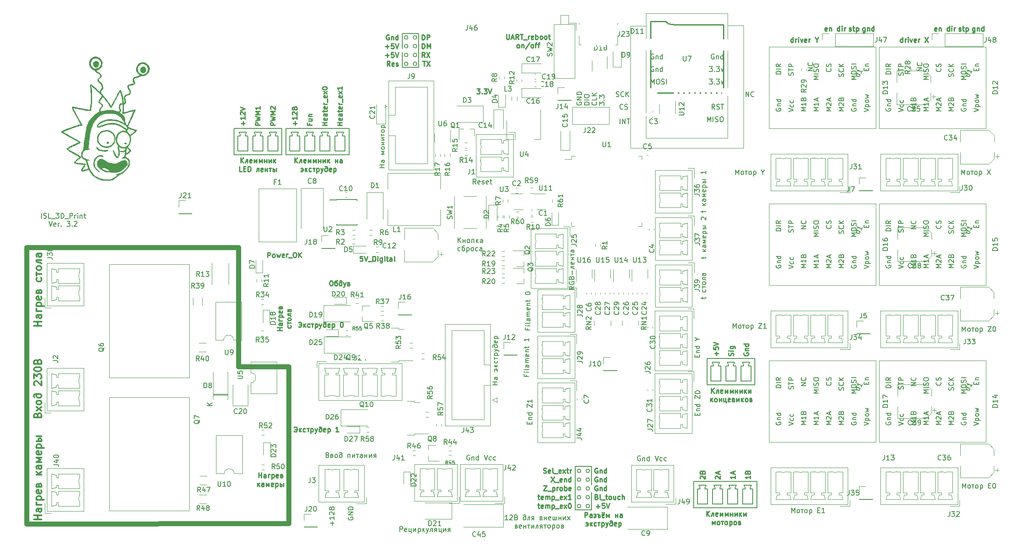
<source format=gto>
G04 #@! TF.GenerationSoftware,KiCad,Pcbnew,(5.1.8)-1*
G04 #@! TF.CreationDate,2021-02-16T13:32:15+03:00*
G04 #@! TF.ProjectId,3d_print_main,33645f70-7269-46e7-945f-6d61696e2e6b,rev?*
G04 #@! TF.SameCoordinates,Original*
G04 #@! TF.FileFunction,Legend,Top*
G04 #@! TF.FilePolarity,Positive*
%FSLAX46Y46*%
G04 Gerber Fmt 4.6, Leading zero omitted, Abs format (unit mm)*
G04 Created by KiCad (PCBNEW (5.1.8)-1) date 2021-02-16 13:32:15*
%MOMM*%
%LPD*%
G01*
G04 APERTURE LIST*
%ADD10C,0.150000*%
%ADD11C,0.250000*%
%ADD12C,0.375000*%
%ADD13C,1.000000*%
%ADD14C,0.010000*%
%ADD15C,0.120000*%
%ADD16O,1.902000X3.702000*%
%ADD17O,1.802000X1.802000*%
%ADD18C,2.102000*%
%ADD19C,1.852000*%
%ADD20C,1.802000*%
%ADD21O,3.702000X1.902000*%
%ADD22C,6.502000*%
%ADD23C,0.902000*%
%ADD24C,1.402000*%
%ADD25C,3.602000*%
%ADD26O,4.102000X3.102000*%
%ADD27C,1.552000*%
%ADD28O,1.302000X2.002000*%
%ADD29O,1.702000X1.702000*%
%ADD30O,2.302000X2.302000*%
%ADD31C,1.102000*%
G04 APERTURE END LIST*
D10*
X163147523Y-111359380D02*
X163480857Y-112359380D01*
X163814190Y-111359380D01*
X164576095Y-112311761D02*
X164480857Y-112359380D01*
X164290380Y-112359380D01*
X164195142Y-112311761D01*
X164147523Y-112264142D01*
X164099904Y-112168904D01*
X164099904Y-111883190D01*
X164147523Y-111787952D01*
X164195142Y-111740333D01*
X164290380Y-111692714D01*
X164480857Y-111692714D01*
X164576095Y-111740333D01*
X165433238Y-112311761D02*
X165338000Y-112359380D01*
X165147523Y-112359380D01*
X165052285Y-112311761D01*
X165004666Y-112264142D01*
X164957047Y-112168904D01*
X164957047Y-111883190D01*
X165004666Y-111787952D01*
X165052285Y-111740333D01*
X165147523Y-111692714D01*
X165338000Y-111692714D01*
X165433238Y-111740333D01*
X160139142Y-111407000D02*
X160043904Y-111359380D01*
X159901047Y-111359380D01*
X159758190Y-111407000D01*
X159662952Y-111502238D01*
X159615333Y-111597476D01*
X159567714Y-111787952D01*
X159567714Y-111930809D01*
X159615333Y-112121285D01*
X159662952Y-112216523D01*
X159758190Y-112311761D01*
X159901047Y-112359380D01*
X159996285Y-112359380D01*
X160139142Y-112311761D01*
X160186761Y-112264142D01*
X160186761Y-111930809D01*
X159996285Y-111930809D01*
X160615333Y-111692714D02*
X160615333Y-112359380D01*
X160615333Y-111787952D02*
X160662952Y-111740333D01*
X160758190Y-111692714D01*
X160901047Y-111692714D01*
X160996285Y-111740333D01*
X161043904Y-111835571D01*
X161043904Y-112359380D01*
X161948666Y-112359380D02*
X161948666Y-111359380D01*
X161948666Y-112311761D02*
X161853428Y-112359380D01*
X161662952Y-112359380D01*
X161567714Y-112311761D01*
X161520095Y-112264142D01*
X161472476Y-112168904D01*
X161472476Y-111883190D01*
X161520095Y-111787952D01*
X161567714Y-111740333D01*
X161662952Y-111692714D01*
X161853428Y-111692714D01*
X161948666Y-111740333D01*
D11*
X213181474Y-27630380D02*
X213181474Y-26630380D01*
X213181474Y-27582761D02*
X213086236Y-27630380D01*
X212895759Y-27630380D01*
X212800521Y-27582761D01*
X212752902Y-27535142D01*
X212705283Y-27439904D01*
X212705283Y-27154190D01*
X212752902Y-27058952D01*
X212800521Y-27011333D01*
X212895759Y-26963714D01*
X213086236Y-26963714D01*
X213181474Y-27011333D01*
X213657664Y-27630380D02*
X213657664Y-26963714D01*
X213657664Y-27154190D02*
X213705283Y-27058952D01*
X213752902Y-27011333D01*
X213848140Y-26963714D01*
X213943378Y-26963714D01*
X214276712Y-27630380D02*
X214276712Y-26963714D01*
X214276712Y-26630380D02*
X214229093Y-26678000D01*
X214276712Y-26725619D01*
X214324331Y-26678000D01*
X214276712Y-26630380D01*
X214276712Y-26725619D01*
X214657664Y-26963714D02*
X214895759Y-27630380D01*
X215133855Y-26963714D01*
X215895759Y-27582761D02*
X215800521Y-27630380D01*
X215610045Y-27630380D01*
X215514807Y-27582761D01*
X215467188Y-27487523D01*
X215467188Y-27106571D01*
X215514807Y-27011333D01*
X215610045Y-26963714D01*
X215800521Y-26963714D01*
X215895759Y-27011333D01*
X215943378Y-27106571D01*
X215943378Y-27201809D01*
X215467188Y-27297047D01*
X216371950Y-27630380D02*
X216371950Y-26963714D01*
X216371950Y-27154190D02*
X216419569Y-27058952D01*
X216467188Y-27011333D01*
X216562426Y-26963714D01*
X216657664Y-26963714D01*
X217657664Y-26630380D02*
X218324331Y-27630380D01*
X218324331Y-26630380D02*
X217657664Y-27630380D01*
X191032095Y-27630380D02*
X191032095Y-26630380D01*
X191032095Y-27582761D02*
X190936857Y-27630380D01*
X190746380Y-27630380D01*
X190651142Y-27582761D01*
X190603523Y-27535142D01*
X190555904Y-27439904D01*
X190555904Y-27154190D01*
X190603523Y-27058952D01*
X190651142Y-27011333D01*
X190746380Y-26963714D01*
X190936857Y-26963714D01*
X191032095Y-27011333D01*
X191508285Y-27630380D02*
X191508285Y-26963714D01*
X191508285Y-27154190D02*
X191555904Y-27058952D01*
X191603523Y-27011333D01*
X191698761Y-26963714D01*
X191794000Y-26963714D01*
X192127333Y-27630380D02*
X192127333Y-26963714D01*
X192127333Y-26630380D02*
X192079714Y-26678000D01*
X192127333Y-26725619D01*
X192174952Y-26678000D01*
X192127333Y-26630380D01*
X192127333Y-26725619D01*
X192508285Y-26963714D02*
X192746380Y-27630380D01*
X192984476Y-26963714D01*
X193746380Y-27582761D02*
X193651142Y-27630380D01*
X193460666Y-27630380D01*
X193365428Y-27582761D01*
X193317809Y-27487523D01*
X193317809Y-27106571D01*
X193365428Y-27011333D01*
X193460666Y-26963714D01*
X193651142Y-26963714D01*
X193746380Y-27011333D01*
X193794000Y-27106571D01*
X193794000Y-27201809D01*
X193317809Y-27297047D01*
X194222571Y-27630380D02*
X194222571Y-26963714D01*
X194222571Y-27154190D02*
X194270190Y-27058952D01*
X194317809Y-27011333D01*
X194413047Y-26963714D01*
X194508285Y-26963714D01*
X195794000Y-27154190D02*
X195794000Y-27630380D01*
X195460666Y-26630380D02*
X195794000Y-27154190D01*
X196127333Y-26630380D01*
X222622662Y-25344380D02*
X222622662Y-24344380D01*
X222622662Y-25296761D02*
X222527424Y-25344380D01*
X222336948Y-25344380D01*
X222241710Y-25296761D01*
X222194091Y-25249142D01*
X222146472Y-25153904D01*
X222146472Y-24868190D01*
X222194091Y-24772952D01*
X222241710Y-24725333D01*
X222336948Y-24677714D01*
X222527424Y-24677714D01*
X222622662Y-24725333D01*
X223098853Y-25344380D02*
X223098853Y-24677714D01*
X223098853Y-24344380D02*
X223051234Y-24392000D01*
X223098853Y-24439619D01*
X223146472Y-24392000D01*
X223098853Y-24344380D01*
X223098853Y-24439619D01*
X223575043Y-25344380D02*
X223575043Y-24677714D01*
X223575043Y-24868190D02*
X223622662Y-24772952D01*
X223670281Y-24725333D01*
X223765519Y-24677714D01*
X223860757Y-24677714D01*
X224543615Y-25296761D02*
X224638853Y-25344380D01*
X224829329Y-25344380D01*
X224924567Y-25296761D01*
X224972186Y-25201523D01*
X224972186Y-25153904D01*
X224924567Y-25058666D01*
X224829329Y-25011047D01*
X224686472Y-25011047D01*
X224591234Y-24963428D01*
X224543615Y-24868190D01*
X224543615Y-24820571D01*
X224591234Y-24725333D01*
X224686472Y-24677714D01*
X224829329Y-24677714D01*
X224924567Y-24725333D01*
X225257900Y-24677714D02*
X225638853Y-24677714D01*
X225400757Y-24344380D02*
X225400757Y-25201523D01*
X225448376Y-25296761D01*
X225543615Y-25344380D01*
X225638853Y-25344380D01*
X225972186Y-24677714D02*
X225972186Y-25677714D01*
X225972186Y-24725333D02*
X226067424Y-24677714D01*
X226257900Y-24677714D01*
X226353138Y-24725333D01*
X226400757Y-24772952D01*
X226448376Y-24868190D01*
X226448376Y-25153904D01*
X226400757Y-25249142D01*
X226353138Y-25296761D01*
X226257900Y-25344380D01*
X226067424Y-25344380D01*
X225972186Y-25296761D01*
X227754521Y-24677714D02*
X227754521Y-25487238D01*
X227706902Y-25582476D01*
X227659283Y-25630095D01*
X227564045Y-25677714D01*
X227421188Y-25677714D01*
X227325950Y-25630095D01*
X227754521Y-25296761D02*
X227659283Y-25344380D01*
X227468807Y-25344380D01*
X227373569Y-25296761D01*
X227325950Y-25249142D01*
X227278331Y-25153904D01*
X227278331Y-24868190D01*
X227325950Y-24772952D01*
X227373569Y-24725333D01*
X227468807Y-24677714D01*
X227659283Y-24677714D01*
X227754521Y-24725333D01*
X228230712Y-24677714D02*
X228230712Y-25344380D01*
X228230712Y-24772952D02*
X228278331Y-24725333D01*
X228373569Y-24677714D01*
X228516426Y-24677714D01*
X228611664Y-24725333D01*
X228659283Y-24820571D01*
X228659283Y-25344380D01*
X229564045Y-25344380D02*
X229564045Y-24344380D01*
X229564045Y-25296761D02*
X229468807Y-25344380D01*
X229278331Y-25344380D01*
X229183093Y-25296761D01*
X229135474Y-25249142D01*
X229087855Y-25153904D01*
X229087855Y-24868190D01*
X229135474Y-24772952D01*
X229183093Y-24725333D01*
X229278331Y-24677714D01*
X229468807Y-24677714D01*
X229564045Y-24725333D01*
X220055093Y-25296761D02*
X219959855Y-25344380D01*
X219769378Y-25344380D01*
X219674140Y-25296761D01*
X219626521Y-25201523D01*
X219626521Y-24820571D01*
X219674140Y-24725333D01*
X219769378Y-24677714D01*
X219959855Y-24677714D01*
X220055093Y-24725333D01*
X220102712Y-24820571D01*
X220102712Y-24915809D01*
X219626521Y-25011047D01*
X220531283Y-24677714D02*
X220531283Y-25344380D01*
X220531283Y-24772952D02*
X220578902Y-24725333D01*
X220674140Y-24677714D01*
X220816998Y-24677714D01*
X220912236Y-24725333D01*
X220959855Y-24820571D01*
X220959855Y-25344380D01*
X205557523Y-24677714D02*
X205557523Y-25487238D01*
X205509904Y-25582476D01*
X205462285Y-25630095D01*
X205367047Y-25677714D01*
X205224190Y-25677714D01*
X205128952Y-25630095D01*
X205557523Y-25296761D02*
X205462285Y-25344380D01*
X205271809Y-25344380D01*
X205176571Y-25296761D01*
X205128952Y-25249142D01*
X205081333Y-25153904D01*
X205081333Y-24868190D01*
X205128952Y-24772952D01*
X205176571Y-24725333D01*
X205271809Y-24677714D01*
X205462285Y-24677714D01*
X205557523Y-24725333D01*
X206033714Y-24677714D02*
X206033714Y-25344380D01*
X206033714Y-24772952D02*
X206081333Y-24725333D01*
X206176571Y-24677714D01*
X206319428Y-24677714D01*
X206414666Y-24725333D01*
X206462285Y-24820571D01*
X206462285Y-25344380D01*
X207367047Y-25344380D02*
X207367047Y-24344380D01*
X207367047Y-25296761D02*
X207271809Y-25344380D01*
X207081333Y-25344380D01*
X206986095Y-25296761D01*
X206938476Y-25249142D01*
X206890857Y-25153904D01*
X206890857Y-24868190D01*
X206938476Y-24772952D01*
X206986095Y-24725333D01*
X207081333Y-24677714D01*
X207271809Y-24677714D01*
X207367047Y-24725333D01*
X202346617Y-25296761D02*
X202441855Y-25344380D01*
X202632331Y-25344380D01*
X202727569Y-25296761D01*
X202775188Y-25201523D01*
X202775188Y-25153904D01*
X202727569Y-25058666D01*
X202632331Y-25011047D01*
X202489474Y-25011047D01*
X202394236Y-24963428D01*
X202346617Y-24868190D01*
X202346617Y-24820571D01*
X202394236Y-24725333D01*
X202489474Y-24677714D01*
X202632331Y-24677714D01*
X202727569Y-24725333D01*
X203060902Y-24677714D02*
X203441855Y-24677714D01*
X203203759Y-24344380D02*
X203203759Y-25201523D01*
X203251378Y-25296761D01*
X203346617Y-25344380D01*
X203441855Y-25344380D01*
X203775188Y-24677714D02*
X203775188Y-25677714D01*
X203775188Y-24725333D02*
X203870426Y-24677714D01*
X204060902Y-24677714D01*
X204156140Y-24725333D01*
X204203759Y-24772952D01*
X204251378Y-24868190D01*
X204251378Y-25153904D01*
X204203759Y-25249142D01*
X204156140Y-25296761D01*
X204060902Y-25344380D01*
X203870426Y-25344380D01*
X203775188Y-25296761D01*
X200425664Y-25344380D02*
X200425664Y-24344380D01*
X200425664Y-25296761D02*
X200330426Y-25344380D01*
X200139950Y-25344380D01*
X200044712Y-25296761D01*
X199997093Y-25249142D01*
X199949474Y-25153904D01*
X199949474Y-24868190D01*
X199997093Y-24772952D01*
X200044712Y-24725333D01*
X200139950Y-24677714D01*
X200330426Y-24677714D01*
X200425664Y-24725333D01*
X200901855Y-25344380D02*
X200901855Y-24677714D01*
X200901855Y-24344380D02*
X200854236Y-24392000D01*
X200901855Y-24439619D01*
X200949474Y-24392000D01*
X200901855Y-24344380D01*
X200901855Y-24439619D01*
X201378045Y-25344380D02*
X201378045Y-24677714D01*
X201378045Y-24868190D02*
X201425664Y-24772952D01*
X201473283Y-24725333D01*
X201568521Y-24677714D01*
X201663759Y-24677714D01*
X197858095Y-25296761D02*
X197762857Y-25344380D01*
X197572380Y-25344380D01*
X197477142Y-25296761D01*
X197429523Y-25201523D01*
X197429523Y-24820571D01*
X197477142Y-24725333D01*
X197572380Y-24677714D01*
X197762857Y-24677714D01*
X197858095Y-24725333D01*
X197905714Y-24820571D01*
X197905714Y-24915809D01*
X197429523Y-25011047D01*
X198334285Y-24677714D02*
X198334285Y-25344380D01*
X198334285Y-24772952D02*
X198381904Y-24725333D01*
X198477142Y-24677714D01*
X198620000Y-24677714D01*
X198715238Y-24725333D01*
X198762857Y-24820571D01*
X198762857Y-25344380D01*
X86292380Y-44431404D02*
X85292380Y-44431404D01*
X85292380Y-44050452D01*
X85340000Y-43955214D01*
X85387619Y-43907595D01*
X85482857Y-43859976D01*
X85625714Y-43859976D01*
X85720952Y-43907595D01*
X85768571Y-43955214D01*
X85816190Y-44050452D01*
X85816190Y-44431404D01*
X85292380Y-43526642D02*
X86292380Y-43288547D01*
X85578095Y-43098071D01*
X86292380Y-42907595D01*
X85292380Y-42669500D01*
X86292380Y-42288547D02*
X85292380Y-42288547D01*
X86006666Y-41955214D01*
X85292380Y-41621880D01*
X86292380Y-41621880D01*
X85387619Y-41193309D02*
X85340000Y-41145690D01*
X85292380Y-41050452D01*
X85292380Y-40812357D01*
X85340000Y-40717119D01*
X85387619Y-40669500D01*
X85482857Y-40621880D01*
X85578095Y-40621880D01*
X85720952Y-40669500D01*
X86292380Y-41240928D01*
X86292380Y-40621880D01*
X79292000Y-52029380D02*
X79292000Y-51029380D01*
X79863428Y-52029380D02*
X79434857Y-51457952D01*
X79863428Y-51029380D02*
X79292000Y-51600809D01*
X80672952Y-52029380D02*
X80672952Y-51362714D01*
X80530095Y-51362714D01*
X80434857Y-51410333D01*
X80387238Y-51505571D01*
X80339619Y-51886523D01*
X80292000Y-51981761D01*
X80196761Y-52029380D01*
X81530095Y-51981761D02*
X81434857Y-52029380D01*
X81244380Y-52029380D01*
X81149142Y-51981761D01*
X81101523Y-51886523D01*
X81101523Y-51505571D01*
X81149142Y-51410333D01*
X81244380Y-51362714D01*
X81434857Y-51362714D01*
X81530095Y-51410333D01*
X81577714Y-51505571D01*
X81577714Y-51600809D01*
X81101523Y-51696047D01*
X82006285Y-52029380D02*
X82006285Y-51362714D01*
X82292000Y-51886523D01*
X82577714Y-51362714D01*
X82577714Y-52029380D01*
X83053904Y-52029380D02*
X83053904Y-51362714D01*
X83339619Y-51886523D01*
X83625333Y-51362714D01*
X83625333Y-52029380D01*
X84101523Y-51696047D02*
X84530095Y-51696047D01*
X84101523Y-51362714D02*
X84101523Y-52029380D01*
X84530095Y-51362714D02*
X84530095Y-52029380D01*
X85006285Y-51362714D02*
X85006285Y-52029380D01*
X85482476Y-51362714D01*
X85482476Y-52029380D01*
X85958666Y-51362714D02*
X85958666Y-52029380D01*
X86053904Y-51648428D02*
X86339619Y-52029380D01*
X86339619Y-51362714D02*
X85958666Y-51743666D01*
X79553904Y-53779380D02*
X79077714Y-53779380D01*
X79077714Y-52779380D01*
X79887238Y-53255571D02*
X80220571Y-53255571D01*
X80363428Y-53779380D02*
X79887238Y-53779380D01*
X79887238Y-52779380D01*
X80363428Y-52779380D01*
X80792000Y-53779380D02*
X80792000Y-52779380D01*
X81030095Y-52779380D01*
X81172952Y-52827000D01*
X81268190Y-52922238D01*
X81315809Y-53017476D01*
X81363428Y-53207952D01*
X81363428Y-53350809D01*
X81315809Y-53541285D01*
X81268190Y-53636523D01*
X81172952Y-53731761D01*
X81030095Y-53779380D01*
X80792000Y-53779380D01*
X82934857Y-53779380D02*
X82934857Y-53112714D01*
X82792000Y-53112714D01*
X82696761Y-53160333D01*
X82649142Y-53255571D01*
X82601523Y-53636523D01*
X82553904Y-53731761D01*
X82458666Y-53779380D01*
X83792000Y-53731761D02*
X83696761Y-53779380D01*
X83506285Y-53779380D01*
X83411047Y-53731761D01*
X83363428Y-53636523D01*
X83363428Y-53255571D01*
X83411047Y-53160333D01*
X83506285Y-53112714D01*
X83696761Y-53112714D01*
X83792000Y-53160333D01*
X83839619Y-53255571D01*
X83839619Y-53350809D01*
X83363428Y-53446047D01*
X84268190Y-53446047D02*
X84696761Y-53446047D01*
X84268190Y-53112714D02*
X84268190Y-53779380D01*
X84696761Y-53112714D02*
X84696761Y-53779380D01*
X85030095Y-53112714D02*
X85506285Y-53112714D01*
X85268190Y-53112714D02*
X85268190Y-53779380D01*
X86506285Y-53112714D02*
X86506285Y-53779380D01*
X85839619Y-53112714D02*
X85839619Y-53779380D01*
X86077714Y-53779380D01*
X86172952Y-53731761D01*
X86220571Y-53636523D01*
X86220571Y-53493666D01*
X86172952Y-53398428D01*
X86077714Y-53350809D01*
X85839619Y-53350809D01*
X79815428Y-44431404D02*
X79815428Y-43669500D01*
X80196380Y-44050452D02*
X79434476Y-44050452D01*
X80196380Y-42669500D02*
X80196380Y-43240928D01*
X80196380Y-42955214D02*
X79196380Y-42955214D01*
X79339238Y-43050452D01*
X79434476Y-43145690D01*
X79482095Y-43240928D01*
X79291619Y-42288547D02*
X79244000Y-42240928D01*
X79196380Y-42145690D01*
X79196380Y-41907595D01*
X79244000Y-41812357D01*
X79291619Y-41764738D01*
X79386857Y-41717119D01*
X79482095Y-41717119D01*
X79624952Y-41764738D01*
X80196380Y-42336166D01*
X80196380Y-41717119D01*
X79196380Y-41431404D02*
X80196380Y-41098071D01*
X79196380Y-40764738D01*
X83244380Y-44431404D02*
X82244380Y-44431404D01*
X82244380Y-44050452D01*
X82292000Y-43955214D01*
X82339619Y-43907595D01*
X82434857Y-43859976D01*
X82577714Y-43859976D01*
X82672952Y-43907595D01*
X82720571Y-43955214D01*
X82768190Y-44050452D01*
X82768190Y-44431404D01*
X82244380Y-43526642D02*
X83244380Y-43288547D01*
X82530095Y-43098071D01*
X83244380Y-42907595D01*
X82244380Y-42669500D01*
X83244380Y-42288547D02*
X82244380Y-42288547D01*
X82958666Y-41955214D01*
X82244380Y-41621880D01*
X83244380Y-41621880D01*
X83244380Y-40621880D02*
X83244380Y-41193309D01*
X83244380Y-40907595D02*
X82244380Y-40907595D01*
X82387238Y-41002833D01*
X82482476Y-41098071D01*
X82530095Y-41193309D01*
D10*
X86602000Y-45848000D02*
X86348000Y-46356000D01*
X83808000Y-49658000D02*
X81776000Y-49658000D01*
X81776000Y-49658000D02*
X81776000Y-46610000D01*
X87618000Y-50420000D02*
X87618000Y-45086000D01*
X79236000Y-46610000D02*
X79236000Y-46356000D01*
X79236000Y-46356000D02*
X78982000Y-45848000D01*
X81776000Y-46610000D02*
X82284000Y-46610000D01*
X83554000Y-45848000D02*
X83300000Y-46356000D01*
X87618000Y-50420000D02*
X77966000Y-50420000D01*
X78728000Y-46610000D02*
X79236000Y-46610000D01*
X80252000Y-46610000D02*
X80760000Y-46610000D01*
X85078000Y-45848000D02*
X86602000Y-45848000D01*
X82030000Y-45848000D02*
X83554000Y-45848000D01*
X83300000Y-46356000D02*
X83300000Y-46610000D01*
X82284000Y-46610000D02*
X82284000Y-46356000D01*
X86348000Y-46356000D02*
X86348000Y-46610000D01*
X80760000Y-46610000D02*
X80760000Y-49658000D01*
X86856000Y-46610000D02*
X86856000Y-49658000D01*
X83300000Y-46610000D02*
X83808000Y-46610000D01*
X86856000Y-49658000D02*
X84824000Y-49658000D01*
X77966000Y-45086000D02*
X77966000Y-50420000D01*
X80506000Y-45848000D02*
X80252000Y-46356000D01*
X80760000Y-49658000D02*
X78728000Y-49658000D01*
X82284000Y-46356000D02*
X82030000Y-45848000D01*
X84824000Y-46610000D02*
X85332000Y-46610000D01*
X84824000Y-49658000D02*
X84824000Y-46610000D01*
X78728000Y-49658000D02*
X78728000Y-46610000D01*
X80252000Y-46356000D02*
X80252000Y-46610000D01*
X85332000Y-46356000D02*
X85078000Y-45848000D01*
X78982000Y-45848000D02*
X80506000Y-45848000D01*
X83808000Y-46610000D02*
X83808000Y-49658000D01*
X85332000Y-46610000D02*
X85332000Y-46356000D01*
X86348000Y-46610000D02*
X86856000Y-46610000D01*
X87618000Y-45086000D02*
X77966000Y-45086000D01*
X137696071Y-104913380D02*
X137696071Y-104580047D01*
X138219880Y-104437190D02*
X138219880Y-104913380D01*
X137219880Y-104913380D01*
X137219880Y-104437190D01*
X137553214Y-104008619D02*
X138219880Y-104008619D01*
X137648452Y-104008619D02*
X137600833Y-103961000D01*
X137553214Y-103865761D01*
X137553214Y-103722904D01*
X137600833Y-103627666D01*
X137696071Y-103580047D01*
X138219880Y-103580047D01*
X138219880Y-102675285D02*
X137219880Y-102675285D01*
X138172261Y-102675285D02*
X138219880Y-102770523D01*
X138219880Y-102961000D01*
X138172261Y-103056238D01*
X138124642Y-103103857D01*
X138029404Y-103151476D01*
X137743690Y-103151476D01*
X137648452Y-103103857D01*
X137600833Y-103056238D01*
X137553214Y-102961000D01*
X137553214Y-102770523D01*
X137600833Y-102675285D01*
X137219880Y-101532428D02*
X137219880Y-100865761D01*
X138219880Y-101532428D01*
X138219880Y-100865761D01*
X138219880Y-99961000D02*
X138219880Y-100532428D01*
X138219880Y-100246714D02*
X137219880Y-100246714D01*
X137362738Y-100341952D01*
X137457976Y-100437190D01*
X137505595Y-100532428D01*
D11*
X90315428Y-44431404D02*
X90315428Y-43669500D01*
X90696380Y-44050452D02*
X89934476Y-44050452D01*
X90696380Y-42669500D02*
X90696380Y-43240928D01*
X90696380Y-42955214D02*
X89696380Y-42955214D01*
X89839238Y-43050452D01*
X89934476Y-43145690D01*
X89982095Y-43240928D01*
X89791619Y-42288547D02*
X89744000Y-42240928D01*
X89696380Y-42145690D01*
X89696380Y-41907595D01*
X89744000Y-41812357D01*
X89791619Y-41764738D01*
X89886857Y-41717119D01*
X89982095Y-41717119D01*
X90124952Y-41764738D01*
X90696380Y-42336166D01*
X90696380Y-41717119D01*
X90172571Y-40955214D02*
X90220190Y-40812357D01*
X90267809Y-40764738D01*
X90363047Y-40717119D01*
X90505904Y-40717119D01*
X90601142Y-40764738D01*
X90648761Y-40812357D01*
X90696380Y-40907595D01*
X90696380Y-41288547D01*
X89696380Y-41288547D01*
X89696380Y-40955214D01*
X89744000Y-40859976D01*
X89791619Y-40812357D01*
X89886857Y-40764738D01*
X89982095Y-40764738D01*
X90077333Y-40812357D01*
X90124952Y-40859976D01*
X90172571Y-40955214D01*
X90172571Y-41288547D01*
X96792380Y-44431404D02*
X95792380Y-44431404D01*
X96268571Y-44431404D02*
X96268571Y-43859976D01*
X96792380Y-43859976D02*
X95792380Y-43859976D01*
X96744761Y-43002833D02*
X96792380Y-43098071D01*
X96792380Y-43288547D01*
X96744761Y-43383785D01*
X96649523Y-43431404D01*
X96268571Y-43431404D01*
X96173333Y-43383785D01*
X96125714Y-43288547D01*
X96125714Y-43098071D01*
X96173333Y-43002833D01*
X96268571Y-42955214D01*
X96363809Y-42955214D01*
X96459047Y-43431404D01*
X96792380Y-42098071D02*
X96268571Y-42098071D01*
X96173333Y-42145690D01*
X96125714Y-42240928D01*
X96125714Y-42431404D01*
X96173333Y-42526642D01*
X96744761Y-42098071D02*
X96792380Y-42193309D01*
X96792380Y-42431404D01*
X96744761Y-42526642D01*
X96649523Y-42574261D01*
X96554285Y-42574261D01*
X96459047Y-42526642D01*
X96411428Y-42431404D01*
X96411428Y-42193309D01*
X96363809Y-42098071D01*
X96125714Y-41764738D02*
X96125714Y-41383785D01*
X95792380Y-41621880D02*
X96649523Y-41621880D01*
X96744761Y-41574261D01*
X96792380Y-41479023D01*
X96792380Y-41383785D01*
X96744761Y-40669500D02*
X96792380Y-40764738D01*
X96792380Y-40955214D01*
X96744761Y-41050452D01*
X96649523Y-41098071D01*
X96268571Y-41098071D01*
X96173333Y-41050452D01*
X96125714Y-40955214D01*
X96125714Y-40764738D01*
X96173333Y-40669500D01*
X96268571Y-40621880D01*
X96363809Y-40621880D01*
X96459047Y-41098071D01*
X96792380Y-40193309D02*
X96125714Y-40193309D01*
X96316190Y-40193309D02*
X96220952Y-40145690D01*
X96173333Y-40098071D01*
X96125714Y-40002833D01*
X96125714Y-39907595D01*
X96887619Y-39812357D02*
X96887619Y-39050452D01*
X96744761Y-38431404D02*
X96792380Y-38526642D01*
X96792380Y-38717119D01*
X96744761Y-38812357D01*
X96649523Y-38859976D01*
X96268571Y-38859976D01*
X96173333Y-38812357D01*
X96125714Y-38717119D01*
X96125714Y-38526642D01*
X96173333Y-38431404D01*
X96268571Y-38383785D01*
X96363809Y-38383785D01*
X96459047Y-38859976D01*
X96792380Y-38050452D02*
X96125714Y-37526642D01*
X96125714Y-38050452D02*
X96792380Y-37526642D01*
X95792380Y-36955214D02*
X95792380Y-36859976D01*
X95840000Y-36764738D01*
X95887619Y-36717119D01*
X95982857Y-36669500D01*
X96173333Y-36621880D01*
X96411428Y-36621880D01*
X96601904Y-36669500D01*
X96697142Y-36717119D01*
X96744761Y-36764738D01*
X96792380Y-36859976D01*
X96792380Y-36955214D01*
X96744761Y-37050452D01*
X96697142Y-37098071D01*
X96601904Y-37145690D01*
X96411428Y-37193309D01*
X96173333Y-37193309D01*
X95982857Y-37145690D01*
X95887619Y-37098071D01*
X95840000Y-37050452D01*
X95792380Y-36955214D01*
X90214285Y-52029380D02*
X90214285Y-51029380D01*
X90785714Y-52029380D02*
X90357142Y-51457952D01*
X90785714Y-51029380D02*
X90214285Y-51600809D01*
X91595238Y-52029380D02*
X91595238Y-51362714D01*
X91452380Y-51362714D01*
X91357142Y-51410333D01*
X91309523Y-51505571D01*
X91261904Y-51886523D01*
X91214285Y-51981761D01*
X91119047Y-52029380D01*
X92452380Y-51981761D02*
X92357142Y-52029380D01*
X92166666Y-52029380D01*
X92071428Y-51981761D01*
X92023809Y-51886523D01*
X92023809Y-51505571D01*
X92071428Y-51410333D01*
X92166666Y-51362714D01*
X92357142Y-51362714D01*
X92452380Y-51410333D01*
X92500000Y-51505571D01*
X92500000Y-51600809D01*
X92023809Y-51696047D01*
X92928571Y-52029380D02*
X92928571Y-51362714D01*
X93214285Y-51886523D01*
X93500000Y-51362714D01*
X93500000Y-52029380D01*
X93976190Y-52029380D02*
X93976190Y-51362714D01*
X94261904Y-51886523D01*
X94547619Y-51362714D01*
X94547619Y-52029380D01*
X95023809Y-51696047D02*
X95452380Y-51696047D01*
X95023809Y-51362714D02*
X95023809Y-52029380D01*
X95452380Y-51362714D02*
X95452380Y-52029380D01*
X95928571Y-51362714D02*
X95928571Y-52029380D01*
X96404761Y-51362714D01*
X96404761Y-52029380D01*
X96880952Y-51362714D02*
X96880952Y-52029380D01*
X96976190Y-51648428D02*
X97261904Y-52029380D01*
X97261904Y-51362714D02*
X96880952Y-51743666D01*
X98452380Y-51696047D02*
X98880952Y-51696047D01*
X98452380Y-51362714D02*
X98452380Y-52029380D01*
X98880952Y-51362714D02*
X98880952Y-52029380D01*
X99785714Y-52029380D02*
X99785714Y-51505571D01*
X99738095Y-51410333D01*
X99642857Y-51362714D01*
X99452380Y-51362714D01*
X99357142Y-51410333D01*
X99785714Y-51981761D02*
X99690476Y-52029380D01*
X99452380Y-52029380D01*
X99357142Y-51981761D01*
X99309523Y-51886523D01*
X99309523Y-51791285D01*
X99357142Y-51696047D01*
X99452380Y-51648428D01*
X99690476Y-51648428D01*
X99785714Y-51600809D01*
X91904761Y-53446047D02*
X91571428Y-53446047D01*
X91428571Y-53160333D02*
X91523809Y-53112714D01*
X91714285Y-53112714D01*
X91809523Y-53160333D01*
X91857142Y-53207952D01*
X91904761Y-53303190D01*
X91904761Y-53588904D01*
X91857142Y-53684142D01*
X91809523Y-53731761D01*
X91714285Y-53779380D01*
X91523809Y-53779380D01*
X91428571Y-53731761D01*
X92333333Y-53112714D02*
X92333333Y-53779380D01*
X92428571Y-53398428D02*
X92714285Y-53779380D01*
X92714285Y-53112714D02*
X92333333Y-53493666D01*
X93571428Y-53731761D02*
X93476190Y-53779380D01*
X93285714Y-53779380D01*
X93190476Y-53731761D01*
X93142857Y-53684142D01*
X93095238Y-53588904D01*
X93095238Y-53303190D01*
X93142857Y-53207952D01*
X93190476Y-53160333D01*
X93285714Y-53112714D01*
X93476190Y-53112714D01*
X93571428Y-53160333D01*
X93857142Y-53112714D02*
X94333333Y-53112714D01*
X94095238Y-53112714D02*
X94095238Y-53779380D01*
X94666666Y-53112714D02*
X94666666Y-54112714D01*
X94666666Y-53160333D02*
X94761904Y-53112714D01*
X94952380Y-53112714D01*
X95047619Y-53160333D01*
X95095238Y-53207952D01*
X95142857Y-53303190D01*
X95142857Y-53588904D01*
X95095238Y-53684142D01*
X95047619Y-53731761D01*
X94952380Y-53779380D01*
X94761904Y-53779380D01*
X94666666Y-53731761D01*
X95476190Y-53112714D02*
X95714285Y-53779380D01*
X95952380Y-53112714D02*
X95714285Y-53779380D01*
X95619047Y-54017476D01*
X95571428Y-54065095D01*
X95476190Y-54112714D01*
X96809523Y-53207952D02*
X96761904Y-53160333D01*
X96666666Y-53112714D01*
X96476190Y-53112714D01*
X96380952Y-53160333D01*
X96333333Y-53207952D01*
X96285714Y-53303190D01*
X96285714Y-53588904D01*
X96333333Y-53684142D01*
X96380952Y-53731761D01*
X96476190Y-53779380D01*
X96619047Y-53779380D01*
X96714285Y-53731761D01*
X96761904Y-53684142D01*
X96809523Y-53588904D01*
X96809523Y-52969857D01*
X96761904Y-52874619D01*
X96714285Y-52827000D01*
X96619047Y-52779380D01*
X96428571Y-52779380D01*
X96333333Y-52827000D01*
X97619047Y-53731761D02*
X97523809Y-53779380D01*
X97333333Y-53779380D01*
X97238095Y-53731761D01*
X97190476Y-53636523D01*
X97190476Y-53255571D01*
X97238095Y-53160333D01*
X97333333Y-53112714D01*
X97523809Y-53112714D01*
X97619047Y-53160333D01*
X97666666Y-53255571D01*
X97666666Y-53350809D01*
X97190476Y-53446047D01*
X98095238Y-53112714D02*
X98095238Y-54112714D01*
X98095238Y-53160333D02*
X98190476Y-53112714D01*
X98380952Y-53112714D01*
X98476190Y-53160333D01*
X98523809Y-53207952D01*
X98571428Y-53303190D01*
X98571428Y-53588904D01*
X98523809Y-53684142D01*
X98476190Y-53731761D01*
X98380952Y-53779380D01*
X98190476Y-53779380D01*
X98095238Y-53731761D01*
X93220571Y-44098071D02*
X93220571Y-44431404D01*
X93744380Y-44431404D02*
X92744380Y-44431404D01*
X92744380Y-43955214D01*
X93077714Y-43145690D02*
X93744380Y-43145690D01*
X93077714Y-43574261D02*
X93601523Y-43574261D01*
X93696761Y-43526642D01*
X93744380Y-43431404D01*
X93744380Y-43288547D01*
X93696761Y-43193309D01*
X93649142Y-43145690D01*
X93077714Y-42669500D02*
X93744380Y-42669500D01*
X93172952Y-42669500D02*
X93125333Y-42621880D01*
X93077714Y-42526642D01*
X93077714Y-42383785D01*
X93125333Y-42288547D01*
X93220571Y-42240928D01*
X93744380Y-42240928D01*
X99840380Y-44431404D02*
X98840380Y-44431404D01*
X99316571Y-44431404D02*
X99316571Y-43859976D01*
X99840380Y-43859976D02*
X98840380Y-43859976D01*
X99792761Y-43002833D02*
X99840380Y-43098071D01*
X99840380Y-43288547D01*
X99792761Y-43383785D01*
X99697523Y-43431404D01*
X99316571Y-43431404D01*
X99221333Y-43383785D01*
X99173714Y-43288547D01*
X99173714Y-43098071D01*
X99221333Y-43002833D01*
X99316571Y-42955214D01*
X99411809Y-42955214D01*
X99507047Y-43431404D01*
X99840380Y-42098071D02*
X99316571Y-42098071D01*
X99221333Y-42145690D01*
X99173714Y-42240928D01*
X99173714Y-42431404D01*
X99221333Y-42526642D01*
X99792761Y-42098071D02*
X99840380Y-42193309D01*
X99840380Y-42431404D01*
X99792761Y-42526642D01*
X99697523Y-42574261D01*
X99602285Y-42574261D01*
X99507047Y-42526642D01*
X99459428Y-42431404D01*
X99459428Y-42193309D01*
X99411809Y-42098071D01*
X99173714Y-41764738D02*
X99173714Y-41383785D01*
X98840380Y-41621880D02*
X99697523Y-41621880D01*
X99792761Y-41574261D01*
X99840380Y-41479023D01*
X99840380Y-41383785D01*
X99792761Y-40669500D02*
X99840380Y-40764738D01*
X99840380Y-40955214D01*
X99792761Y-41050452D01*
X99697523Y-41098071D01*
X99316571Y-41098071D01*
X99221333Y-41050452D01*
X99173714Y-40955214D01*
X99173714Y-40764738D01*
X99221333Y-40669500D01*
X99316571Y-40621880D01*
X99411809Y-40621880D01*
X99507047Y-41098071D01*
X99840380Y-40193309D02*
X99173714Y-40193309D01*
X99364190Y-40193309D02*
X99268952Y-40145690D01*
X99221333Y-40098071D01*
X99173714Y-40002833D01*
X99173714Y-39907595D01*
X99935619Y-39812357D02*
X99935619Y-39050452D01*
X99792761Y-38431404D02*
X99840380Y-38526642D01*
X99840380Y-38717119D01*
X99792761Y-38812357D01*
X99697523Y-38859976D01*
X99316571Y-38859976D01*
X99221333Y-38812357D01*
X99173714Y-38717119D01*
X99173714Y-38526642D01*
X99221333Y-38431404D01*
X99316571Y-38383785D01*
X99411809Y-38383785D01*
X99507047Y-38859976D01*
X99840380Y-38050452D02*
X99173714Y-37526642D01*
X99173714Y-38050452D02*
X99840380Y-37526642D01*
X99840380Y-36621880D02*
X99840380Y-37193309D01*
X99840380Y-36907595D02*
X98840380Y-36907595D01*
X98983238Y-37002833D01*
X99078476Y-37098071D01*
X99126095Y-37193309D01*
D10*
X100404000Y-49658000D02*
X98372000Y-49658000D01*
X98372000Y-46610000D02*
X98880000Y-46610000D01*
X99896000Y-46356000D02*
X99896000Y-46610000D01*
X101250000Y-50420000D02*
X101250000Y-45086000D01*
X92530000Y-45848000D02*
X94054000Y-45848000D01*
X93800000Y-46356000D02*
X93800000Y-46610000D01*
X97356000Y-49658000D02*
X95324000Y-49658000D01*
X88466000Y-45086000D02*
X88466000Y-50420000D01*
X95324000Y-46610000D02*
X95832000Y-46610000D01*
X89228000Y-49658000D02*
X89228000Y-46610000D01*
X90752000Y-46610000D02*
X91260000Y-46610000D01*
X96848000Y-46356000D02*
X96848000Y-46610000D01*
X97356000Y-46610000D02*
X97356000Y-49658000D01*
X91006000Y-45848000D02*
X90752000Y-46356000D01*
X90752000Y-46356000D02*
X90752000Y-46610000D01*
X95578000Y-45848000D02*
X97102000Y-45848000D01*
X92784000Y-46610000D02*
X92784000Y-46356000D01*
X91260000Y-46610000D02*
X91260000Y-49658000D01*
X93800000Y-46610000D02*
X94308000Y-46610000D01*
X91260000Y-49658000D02*
X89228000Y-49658000D01*
X92784000Y-46356000D02*
X92530000Y-45848000D01*
X95832000Y-46356000D02*
X95578000Y-45848000D01*
X96848000Y-46610000D02*
X97356000Y-46610000D01*
X95324000Y-49658000D02*
X95324000Y-46610000D01*
X89482000Y-45848000D02*
X91006000Y-45848000D01*
X94308000Y-46610000D02*
X94308000Y-49658000D01*
X95832000Y-46610000D02*
X95832000Y-46356000D01*
X101250000Y-45086000D02*
X88466000Y-45086000D01*
X97102000Y-45848000D02*
X96848000Y-46356000D01*
X89736000Y-46356000D02*
X89482000Y-45848000D01*
X98372000Y-49658000D02*
X98372000Y-46610000D01*
X100404000Y-46610000D02*
X100404000Y-49658000D01*
X98626000Y-45848000D02*
X100150000Y-45848000D01*
X98880000Y-46356000D02*
X98626000Y-45848000D01*
X92276000Y-46610000D02*
X92784000Y-46610000D01*
X94054000Y-45848000D02*
X93800000Y-46356000D01*
X89228000Y-46610000D02*
X89736000Y-46610000D01*
X99896000Y-46610000D02*
X100404000Y-46610000D01*
X98880000Y-46610000D02*
X98880000Y-46356000D01*
X92276000Y-49658000D02*
X92276000Y-46610000D01*
X89736000Y-46610000D02*
X89736000Y-46356000D01*
X101250000Y-50420000D02*
X88466000Y-50420000D01*
X100150000Y-45848000D02*
X99896000Y-46356000D01*
X94308000Y-49658000D02*
X92276000Y-49658000D01*
D11*
X148892095Y-123783380D02*
X148892095Y-122783380D01*
X149273047Y-122783380D01*
X149368285Y-122831000D01*
X149415904Y-122878619D01*
X149463523Y-122973857D01*
X149463523Y-123116714D01*
X149415904Y-123211952D01*
X149368285Y-123259571D01*
X149273047Y-123307190D01*
X148892095Y-123307190D01*
X150320666Y-123783380D02*
X150320666Y-123259571D01*
X150273047Y-123164333D01*
X150177809Y-123116714D01*
X149987333Y-123116714D01*
X149892095Y-123164333D01*
X150320666Y-123735761D02*
X150225428Y-123783380D01*
X149987333Y-123783380D01*
X149892095Y-123735761D01*
X149844476Y-123640523D01*
X149844476Y-123545285D01*
X149892095Y-123450047D01*
X149987333Y-123402428D01*
X150225428Y-123402428D01*
X150320666Y-123354809D01*
X150892095Y-123450047D02*
X150987333Y-123450047D01*
X150701619Y-123164333D02*
X150796857Y-123116714D01*
X150987333Y-123116714D01*
X151082571Y-123164333D01*
X151130190Y-123259571D01*
X151130190Y-123307190D01*
X151082571Y-123402428D01*
X150987333Y-123450047D01*
X151082571Y-123497666D01*
X151130190Y-123592904D01*
X151130190Y-123640523D01*
X151082571Y-123735761D01*
X150987333Y-123783380D01*
X150796857Y-123783380D01*
X150701619Y-123735761D01*
X151415904Y-123116714D02*
X151606380Y-123116714D01*
X151606380Y-123783380D01*
X151844476Y-123783380D01*
X151939714Y-123735761D01*
X151987333Y-123640523D01*
X151987333Y-123497666D01*
X151939714Y-123402428D01*
X151844476Y-123354809D01*
X151606380Y-123354809D01*
X152796857Y-123735761D02*
X152701619Y-123783380D01*
X152511142Y-123783380D01*
X152415904Y-123735761D01*
X152368285Y-123640523D01*
X152368285Y-123259571D01*
X152415904Y-123164333D01*
X152511142Y-123116714D01*
X152701619Y-123116714D01*
X152796857Y-123164333D01*
X152844476Y-123259571D01*
X152844476Y-123354809D01*
X152368285Y-123450047D01*
X152415904Y-122783380D02*
X152463523Y-122831000D01*
X152415904Y-122878619D01*
X152368285Y-122831000D01*
X152415904Y-122783380D01*
X152415904Y-122878619D01*
X152796857Y-122783380D02*
X152844476Y-122831000D01*
X152796857Y-122878619D01*
X152749238Y-122831000D01*
X152796857Y-122783380D01*
X152796857Y-122878619D01*
X153273047Y-123783380D02*
X153273047Y-123116714D01*
X153558761Y-123640523D01*
X153844476Y-123116714D01*
X153844476Y-123783380D01*
X155082571Y-123450047D02*
X155511142Y-123450047D01*
X155082571Y-123116714D02*
X155082571Y-123783380D01*
X155511142Y-123116714D02*
X155511142Y-123783380D01*
X156415904Y-123783380D02*
X156415904Y-123259571D01*
X156368285Y-123164333D01*
X156273047Y-123116714D01*
X156082571Y-123116714D01*
X155987333Y-123164333D01*
X156415904Y-123735761D02*
X156320666Y-123783380D01*
X156082571Y-123783380D01*
X155987333Y-123735761D01*
X155939714Y-123640523D01*
X155939714Y-123545285D01*
X155987333Y-123450047D01*
X156082571Y-123402428D01*
X156320666Y-123402428D01*
X156415904Y-123354809D01*
X149558761Y-125200047D02*
X149225428Y-125200047D01*
X149082571Y-124914333D02*
X149177809Y-124866714D01*
X149368285Y-124866714D01*
X149463523Y-124914333D01*
X149511142Y-124961952D01*
X149558761Y-125057190D01*
X149558761Y-125342904D01*
X149511142Y-125438142D01*
X149463523Y-125485761D01*
X149368285Y-125533380D01*
X149177809Y-125533380D01*
X149082571Y-125485761D01*
X149987333Y-124866714D02*
X149987333Y-125533380D01*
X150082571Y-125152428D02*
X150368285Y-125533380D01*
X150368285Y-124866714D02*
X149987333Y-125247666D01*
X151225428Y-125485761D02*
X151130190Y-125533380D01*
X150939714Y-125533380D01*
X150844476Y-125485761D01*
X150796857Y-125438142D01*
X150749238Y-125342904D01*
X150749238Y-125057190D01*
X150796857Y-124961952D01*
X150844476Y-124914333D01*
X150939714Y-124866714D01*
X151130190Y-124866714D01*
X151225428Y-124914333D01*
X151511142Y-124866714D02*
X151987333Y-124866714D01*
X151749238Y-124866714D02*
X151749238Y-125533380D01*
X152320666Y-124866714D02*
X152320666Y-125866714D01*
X152320666Y-124914333D02*
X152415904Y-124866714D01*
X152606380Y-124866714D01*
X152701619Y-124914333D01*
X152749238Y-124961952D01*
X152796857Y-125057190D01*
X152796857Y-125342904D01*
X152749238Y-125438142D01*
X152701619Y-125485761D01*
X152606380Y-125533380D01*
X152415904Y-125533380D01*
X152320666Y-125485761D01*
X153130190Y-124866714D02*
X153368285Y-125533380D01*
X153606380Y-124866714D02*
X153368285Y-125533380D01*
X153273047Y-125771476D01*
X153225428Y-125819095D01*
X153130190Y-125866714D01*
X154463523Y-124961952D02*
X154415904Y-124914333D01*
X154320666Y-124866714D01*
X154130190Y-124866714D01*
X154034952Y-124914333D01*
X153987333Y-124961952D01*
X153939714Y-125057190D01*
X153939714Y-125342904D01*
X153987333Y-125438142D01*
X154034952Y-125485761D01*
X154130190Y-125533380D01*
X154273047Y-125533380D01*
X154368285Y-125485761D01*
X154415904Y-125438142D01*
X154463523Y-125342904D01*
X154463523Y-124723857D01*
X154415904Y-124628619D01*
X154368285Y-124581000D01*
X154273047Y-124533380D01*
X154082571Y-124533380D01*
X153987333Y-124581000D01*
X155273047Y-125485761D02*
X155177809Y-125533380D01*
X154987333Y-125533380D01*
X154892095Y-125485761D01*
X154844476Y-125390523D01*
X154844476Y-125009571D01*
X154892095Y-124914333D01*
X154987333Y-124866714D01*
X155177809Y-124866714D01*
X155273047Y-124914333D01*
X155320666Y-125009571D01*
X155320666Y-125104809D01*
X154844476Y-125200047D01*
X155749238Y-124866714D02*
X155749238Y-125866714D01*
X155749238Y-124914333D02*
X155844476Y-124866714D01*
X156034952Y-124866714D01*
X156130190Y-124914333D01*
X156177809Y-124961952D01*
X156225428Y-125057190D01*
X156225428Y-125342904D01*
X156177809Y-125438142D01*
X156130190Y-125485761D01*
X156034952Y-125533380D01*
X155844476Y-125533380D01*
X155749238Y-125485761D01*
X140545595Y-114804761D02*
X140688452Y-114852380D01*
X140926547Y-114852380D01*
X141021785Y-114804761D01*
X141069404Y-114757142D01*
X141117023Y-114661904D01*
X141117023Y-114566666D01*
X141069404Y-114471428D01*
X141021785Y-114423809D01*
X140926547Y-114376190D01*
X140736071Y-114328571D01*
X140640833Y-114280952D01*
X140593214Y-114233333D01*
X140545595Y-114138095D01*
X140545595Y-114042857D01*
X140593214Y-113947619D01*
X140640833Y-113900000D01*
X140736071Y-113852380D01*
X140974166Y-113852380D01*
X141117023Y-113900000D01*
X141926547Y-114804761D02*
X141831309Y-114852380D01*
X141640833Y-114852380D01*
X141545595Y-114804761D01*
X141497976Y-114709523D01*
X141497976Y-114328571D01*
X141545595Y-114233333D01*
X141640833Y-114185714D01*
X141831309Y-114185714D01*
X141926547Y-114233333D01*
X141974166Y-114328571D01*
X141974166Y-114423809D01*
X141497976Y-114519047D01*
X142545595Y-114852380D02*
X142450357Y-114804761D01*
X142402738Y-114709523D01*
X142402738Y-113852380D01*
X142688452Y-114947619D02*
X143450357Y-114947619D01*
X144069404Y-114804761D02*
X143974166Y-114852380D01*
X143783690Y-114852380D01*
X143688452Y-114804761D01*
X143640833Y-114709523D01*
X143640833Y-114328571D01*
X143688452Y-114233333D01*
X143783690Y-114185714D01*
X143974166Y-114185714D01*
X144069404Y-114233333D01*
X144117023Y-114328571D01*
X144117023Y-114423809D01*
X143640833Y-114519047D01*
X144450357Y-114852380D02*
X144974166Y-114185714D01*
X144450357Y-114185714D02*
X144974166Y-114852380D01*
X145212261Y-114185714D02*
X145593214Y-114185714D01*
X145355119Y-113852380D02*
X145355119Y-114709523D01*
X145402738Y-114804761D01*
X145497976Y-114852380D01*
X145593214Y-114852380D01*
X145926547Y-114852380D02*
X145926547Y-114185714D01*
X145926547Y-114376190D02*
X145974166Y-114280952D01*
X146021785Y-114233333D01*
X146117023Y-114185714D01*
X146212261Y-114185714D01*
X151458404Y-113900000D02*
X151363166Y-113852380D01*
X151220309Y-113852380D01*
X151077452Y-113900000D01*
X150982214Y-113995238D01*
X150934595Y-114090476D01*
X150886976Y-114280952D01*
X150886976Y-114423809D01*
X150934595Y-114614285D01*
X150982214Y-114709523D01*
X151077452Y-114804761D01*
X151220309Y-114852380D01*
X151315547Y-114852380D01*
X151458404Y-114804761D01*
X151506023Y-114757142D01*
X151506023Y-114423809D01*
X151315547Y-114423809D01*
X151934595Y-114185714D02*
X151934595Y-114852380D01*
X151934595Y-114280952D02*
X151982214Y-114233333D01*
X152077452Y-114185714D01*
X152220309Y-114185714D01*
X152315547Y-114233333D01*
X152363166Y-114328571D01*
X152363166Y-114852380D01*
X153267928Y-114852380D02*
X153267928Y-113852380D01*
X153267928Y-114804761D02*
X153172690Y-114852380D01*
X152982214Y-114852380D01*
X152886976Y-114804761D01*
X152839357Y-114757142D01*
X152791738Y-114661904D01*
X152791738Y-114376190D01*
X152839357Y-114280952D01*
X152886976Y-114233333D01*
X152982214Y-114185714D01*
X153172690Y-114185714D01*
X153267928Y-114233333D01*
D10*
X150280000Y-113508000D02*
X150280000Y-117258000D01*
X148099210Y-114400000D02*
G75*
G03*
X148099210Y-114400000I-359210J0D01*
G01*
X149877210Y-114400000D02*
G75*
G03*
X149877210Y-114400000I-359210J0D01*
G01*
D11*
X140545595Y-117408380D02*
X141212261Y-117408380D01*
X140545595Y-118408380D01*
X141212261Y-118408380D01*
X141355119Y-118503619D02*
X142117023Y-118503619D01*
X142355119Y-117741714D02*
X142355119Y-118741714D01*
X142355119Y-117789333D02*
X142450357Y-117741714D01*
X142640833Y-117741714D01*
X142736071Y-117789333D01*
X142783690Y-117836952D01*
X142831309Y-117932190D01*
X142831309Y-118217904D01*
X142783690Y-118313142D01*
X142736071Y-118360761D01*
X142640833Y-118408380D01*
X142450357Y-118408380D01*
X142355119Y-118360761D01*
X143259880Y-118408380D02*
X143259880Y-117741714D01*
X143259880Y-117932190D02*
X143307500Y-117836952D01*
X143355119Y-117789333D01*
X143450357Y-117741714D01*
X143545595Y-117741714D01*
X144021785Y-118408380D02*
X143926547Y-118360761D01*
X143878928Y-118313142D01*
X143831309Y-118217904D01*
X143831309Y-117932190D01*
X143878928Y-117836952D01*
X143926547Y-117789333D01*
X144021785Y-117741714D01*
X144164642Y-117741714D01*
X144259880Y-117789333D01*
X144307500Y-117836952D01*
X144355119Y-117932190D01*
X144355119Y-118217904D01*
X144307500Y-118313142D01*
X144259880Y-118360761D01*
X144164642Y-118408380D01*
X144021785Y-118408380D01*
X144783690Y-118408380D02*
X144783690Y-117408380D01*
X144783690Y-117789333D02*
X144878928Y-117741714D01*
X145069404Y-117741714D01*
X145164642Y-117789333D01*
X145212261Y-117836952D01*
X145259880Y-117932190D01*
X145259880Y-118217904D01*
X145212261Y-118313142D01*
X145164642Y-118360761D01*
X145069404Y-118408380D01*
X144878928Y-118408380D01*
X144783690Y-118360761D01*
X146069404Y-118360761D02*
X145974166Y-118408380D01*
X145783690Y-118408380D01*
X145688452Y-118360761D01*
X145640833Y-118265523D01*
X145640833Y-117884571D01*
X145688452Y-117789333D01*
X145783690Y-117741714D01*
X145974166Y-117741714D01*
X146069404Y-117789333D01*
X146117023Y-117884571D01*
X146117023Y-117979809D01*
X145640833Y-118075047D01*
X139355119Y-121297714D02*
X139736071Y-121297714D01*
X139497976Y-120964380D02*
X139497976Y-121821523D01*
X139545595Y-121916761D01*
X139640833Y-121964380D01*
X139736071Y-121964380D01*
X140450357Y-121916761D02*
X140355119Y-121964380D01*
X140164642Y-121964380D01*
X140069404Y-121916761D01*
X140021785Y-121821523D01*
X140021785Y-121440571D01*
X140069404Y-121345333D01*
X140164642Y-121297714D01*
X140355119Y-121297714D01*
X140450357Y-121345333D01*
X140497976Y-121440571D01*
X140497976Y-121535809D01*
X140021785Y-121631047D01*
X140926547Y-121964380D02*
X140926547Y-121297714D01*
X140926547Y-121392952D02*
X140974166Y-121345333D01*
X141069404Y-121297714D01*
X141212261Y-121297714D01*
X141307500Y-121345333D01*
X141355119Y-121440571D01*
X141355119Y-121964380D01*
X141355119Y-121440571D02*
X141402738Y-121345333D01*
X141497976Y-121297714D01*
X141640833Y-121297714D01*
X141736071Y-121345333D01*
X141783690Y-121440571D01*
X141783690Y-121964380D01*
X142259880Y-121297714D02*
X142259880Y-122297714D01*
X142259880Y-121345333D02*
X142355119Y-121297714D01*
X142545595Y-121297714D01*
X142640833Y-121345333D01*
X142688452Y-121392952D01*
X142736071Y-121488190D01*
X142736071Y-121773904D01*
X142688452Y-121869142D01*
X142640833Y-121916761D01*
X142545595Y-121964380D01*
X142355119Y-121964380D01*
X142259880Y-121916761D01*
X142926547Y-122059619D02*
X143688452Y-122059619D01*
X144307500Y-121916761D02*
X144212261Y-121964380D01*
X144021785Y-121964380D01*
X143926547Y-121916761D01*
X143878928Y-121821523D01*
X143878928Y-121440571D01*
X143926547Y-121345333D01*
X144021785Y-121297714D01*
X144212261Y-121297714D01*
X144307500Y-121345333D01*
X144355119Y-121440571D01*
X144355119Y-121535809D01*
X143878928Y-121631047D01*
X144688452Y-121964380D02*
X145212261Y-121297714D01*
X144688452Y-121297714D02*
X145212261Y-121964380D01*
X145783690Y-120964380D02*
X145878928Y-120964380D01*
X145974166Y-121012000D01*
X146021785Y-121059619D01*
X146069404Y-121154857D01*
X146117023Y-121345333D01*
X146117023Y-121583428D01*
X146069404Y-121773904D01*
X146021785Y-121869142D01*
X145974166Y-121916761D01*
X145878928Y-121964380D01*
X145783690Y-121964380D01*
X145688452Y-121916761D01*
X145640833Y-121869142D01*
X145593214Y-121773904D01*
X145545595Y-121583428D01*
X145545595Y-121345333D01*
X145593214Y-121154857D01*
X145640833Y-121059619D01*
X145688452Y-121012000D01*
X145783690Y-120964380D01*
X139355119Y-119519714D02*
X139736071Y-119519714D01*
X139497976Y-119186380D02*
X139497976Y-120043523D01*
X139545595Y-120138761D01*
X139640833Y-120186380D01*
X139736071Y-120186380D01*
X140450357Y-120138761D02*
X140355119Y-120186380D01*
X140164642Y-120186380D01*
X140069404Y-120138761D01*
X140021785Y-120043523D01*
X140021785Y-119662571D01*
X140069404Y-119567333D01*
X140164642Y-119519714D01*
X140355119Y-119519714D01*
X140450357Y-119567333D01*
X140497976Y-119662571D01*
X140497976Y-119757809D01*
X140021785Y-119853047D01*
X140926547Y-120186380D02*
X140926547Y-119519714D01*
X140926547Y-119614952D02*
X140974166Y-119567333D01*
X141069404Y-119519714D01*
X141212261Y-119519714D01*
X141307500Y-119567333D01*
X141355119Y-119662571D01*
X141355119Y-120186380D01*
X141355119Y-119662571D02*
X141402738Y-119567333D01*
X141497976Y-119519714D01*
X141640833Y-119519714D01*
X141736071Y-119567333D01*
X141783690Y-119662571D01*
X141783690Y-120186380D01*
X142259880Y-119519714D02*
X142259880Y-120519714D01*
X142259880Y-119567333D02*
X142355119Y-119519714D01*
X142545595Y-119519714D01*
X142640833Y-119567333D01*
X142688452Y-119614952D01*
X142736071Y-119710190D01*
X142736071Y-119995904D01*
X142688452Y-120091142D01*
X142640833Y-120138761D01*
X142545595Y-120186380D01*
X142355119Y-120186380D01*
X142259880Y-120138761D01*
X142926547Y-120281619D02*
X143688452Y-120281619D01*
X144307500Y-120138761D02*
X144212261Y-120186380D01*
X144021785Y-120186380D01*
X143926547Y-120138761D01*
X143878928Y-120043523D01*
X143878928Y-119662571D01*
X143926547Y-119567333D01*
X144021785Y-119519714D01*
X144212261Y-119519714D01*
X144307500Y-119567333D01*
X144355119Y-119662571D01*
X144355119Y-119757809D01*
X143878928Y-119853047D01*
X144688452Y-120186380D02*
X145212261Y-119519714D01*
X144688452Y-119519714D02*
X145212261Y-120186380D01*
X146117023Y-120186380D02*
X145545595Y-120186380D01*
X145831309Y-120186380D02*
X145831309Y-119186380D01*
X145736071Y-119329238D01*
X145640833Y-119424476D01*
X145545595Y-119472095D01*
X151458404Y-115678000D02*
X151363166Y-115630380D01*
X151220309Y-115630380D01*
X151077452Y-115678000D01*
X150982214Y-115773238D01*
X150934595Y-115868476D01*
X150886976Y-116058952D01*
X150886976Y-116201809D01*
X150934595Y-116392285D01*
X150982214Y-116487523D01*
X151077452Y-116582761D01*
X151220309Y-116630380D01*
X151315547Y-116630380D01*
X151458404Y-116582761D01*
X151506023Y-116535142D01*
X151506023Y-116201809D01*
X151315547Y-116201809D01*
X151934595Y-115963714D02*
X151934595Y-116630380D01*
X151934595Y-116058952D02*
X151982214Y-116011333D01*
X152077452Y-115963714D01*
X152220309Y-115963714D01*
X152315547Y-116011333D01*
X152363166Y-116106571D01*
X152363166Y-116630380D01*
X153267928Y-116630380D02*
X153267928Y-115630380D01*
X153267928Y-116582761D02*
X153172690Y-116630380D01*
X152982214Y-116630380D01*
X152886976Y-116582761D01*
X152839357Y-116535142D01*
X152791738Y-116439904D01*
X152791738Y-116154190D01*
X152839357Y-116058952D01*
X152886976Y-116011333D01*
X152982214Y-115963714D01*
X153172690Y-115963714D01*
X153267928Y-116011333D01*
X151188595Y-121583428D02*
X151950500Y-121583428D01*
X151569547Y-121964380D02*
X151569547Y-121202476D01*
X152902880Y-120964380D02*
X152426690Y-120964380D01*
X152379071Y-121440571D01*
X152426690Y-121392952D01*
X152521928Y-121345333D01*
X152760023Y-121345333D01*
X152855261Y-121392952D01*
X152902880Y-121440571D01*
X152950500Y-121535809D01*
X152950500Y-121773904D01*
X152902880Y-121869142D01*
X152855261Y-121916761D01*
X152760023Y-121964380D01*
X152521928Y-121964380D01*
X152426690Y-121916761D01*
X152379071Y-121869142D01*
X153236214Y-120964380D02*
X153569547Y-121964380D01*
X153902880Y-120964380D01*
X151458404Y-117456000D02*
X151363166Y-117408380D01*
X151220309Y-117408380D01*
X151077452Y-117456000D01*
X150982214Y-117551238D01*
X150934595Y-117646476D01*
X150886976Y-117836952D01*
X150886976Y-117979809D01*
X150934595Y-118170285D01*
X150982214Y-118265523D01*
X151077452Y-118360761D01*
X151220309Y-118408380D01*
X151315547Y-118408380D01*
X151458404Y-118360761D01*
X151506023Y-118313142D01*
X151506023Y-117979809D01*
X151315547Y-117979809D01*
X151934595Y-117741714D02*
X151934595Y-118408380D01*
X151934595Y-117836952D02*
X151982214Y-117789333D01*
X152077452Y-117741714D01*
X152220309Y-117741714D01*
X152315547Y-117789333D01*
X152363166Y-117884571D01*
X152363166Y-118408380D01*
X153267928Y-118408380D02*
X153267928Y-117408380D01*
X153267928Y-118360761D02*
X153172690Y-118408380D01*
X152982214Y-118408380D01*
X152886976Y-118360761D01*
X152839357Y-118313142D01*
X152791738Y-118217904D01*
X152791738Y-117932190D01*
X152839357Y-117836952D01*
X152886976Y-117789333D01*
X152982214Y-117741714D01*
X153172690Y-117741714D01*
X153267928Y-117789333D01*
X142069404Y-115630380D02*
X142736071Y-116630380D01*
X142736071Y-115630380D02*
X142069404Y-116630380D01*
X142878928Y-116725619D02*
X143640833Y-116725619D01*
X144259880Y-116582761D02*
X144164642Y-116630380D01*
X143974166Y-116630380D01*
X143878928Y-116582761D01*
X143831309Y-116487523D01*
X143831309Y-116106571D01*
X143878928Y-116011333D01*
X143974166Y-115963714D01*
X144164642Y-115963714D01*
X144259880Y-116011333D01*
X144307500Y-116106571D01*
X144307500Y-116201809D01*
X143831309Y-116297047D01*
X144736071Y-115963714D02*
X144736071Y-116630380D01*
X144736071Y-116058952D02*
X144783690Y-116011333D01*
X144878928Y-115963714D01*
X145021785Y-115963714D01*
X145117023Y-116011333D01*
X145164642Y-116106571D01*
X145164642Y-116630380D01*
X146069404Y-116630380D02*
X146069404Y-115630380D01*
X146069404Y-116582761D02*
X145974166Y-116630380D01*
X145783690Y-116630380D01*
X145688452Y-116582761D01*
X145640833Y-116535142D01*
X145593214Y-116439904D01*
X145593214Y-116154190D01*
X145640833Y-116058952D01*
X145688452Y-116011333D01*
X145783690Y-115963714D01*
X145974166Y-115963714D01*
X146069404Y-116011333D01*
X151267928Y-119662571D02*
X151410785Y-119710190D01*
X151458404Y-119757809D01*
X151506023Y-119853047D01*
X151506023Y-119995904D01*
X151458404Y-120091142D01*
X151410785Y-120138761D01*
X151315547Y-120186380D01*
X150934595Y-120186380D01*
X150934595Y-119186380D01*
X151267928Y-119186380D01*
X151363166Y-119234000D01*
X151410785Y-119281619D01*
X151458404Y-119376857D01*
X151458404Y-119472095D01*
X151410785Y-119567333D01*
X151363166Y-119614952D01*
X151267928Y-119662571D01*
X150934595Y-119662571D01*
X152077452Y-120186380D02*
X151982214Y-120138761D01*
X151934595Y-120043523D01*
X151934595Y-119186380D01*
X152220309Y-120281619D02*
X152982214Y-120281619D01*
X153077452Y-119519714D02*
X153458404Y-119519714D01*
X153220309Y-119186380D02*
X153220309Y-120043523D01*
X153267928Y-120138761D01*
X153363166Y-120186380D01*
X153458404Y-120186380D01*
X153934595Y-120186380D02*
X153839357Y-120138761D01*
X153791738Y-120091142D01*
X153744119Y-119995904D01*
X153744119Y-119710190D01*
X153791738Y-119614952D01*
X153839357Y-119567333D01*
X153934595Y-119519714D01*
X154077452Y-119519714D01*
X154172690Y-119567333D01*
X154220309Y-119614952D01*
X154267928Y-119710190D01*
X154267928Y-119995904D01*
X154220309Y-120091142D01*
X154172690Y-120138761D01*
X154077452Y-120186380D01*
X153934595Y-120186380D01*
X155125071Y-119519714D02*
X155125071Y-120186380D01*
X154696500Y-119519714D02*
X154696500Y-120043523D01*
X154744119Y-120138761D01*
X154839357Y-120186380D01*
X154982214Y-120186380D01*
X155077452Y-120138761D01*
X155125071Y-120091142D01*
X156029833Y-120138761D02*
X155934595Y-120186380D01*
X155744119Y-120186380D01*
X155648880Y-120138761D01*
X155601261Y-120091142D01*
X155553642Y-119995904D01*
X155553642Y-119710190D01*
X155601261Y-119614952D01*
X155648880Y-119567333D01*
X155744119Y-119519714D01*
X155934595Y-119519714D01*
X156029833Y-119567333D01*
X156458404Y-120186380D02*
X156458404Y-119186380D01*
X156886976Y-120186380D02*
X156886976Y-119662571D01*
X156839357Y-119567333D01*
X156744119Y-119519714D01*
X156601261Y-119519714D01*
X156506023Y-119567333D01*
X156458404Y-119614952D01*
D10*
X148099210Y-121512000D02*
G75*
G03*
X148099210Y-121512000I-359210J0D01*
G01*
X150280000Y-122020000D02*
X150280000Y-122274000D01*
X150280000Y-113508000D02*
X146978000Y-113508000D01*
X150280000Y-118758000D02*
X150280000Y-122020000D01*
X148099210Y-116178000D02*
G75*
G03*
X148099210Y-116178000I-359210J0D01*
G01*
X149877210Y-121512000D02*
G75*
G03*
X149877210Y-121512000I-359210J0D01*
G01*
X148099210Y-117956000D02*
G75*
G03*
X148099210Y-117956000I-359210J0D01*
G01*
X148099210Y-119734000D02*
G75*
G03*
X148099210Y-119734000I-359210J0D01*
G01*
X149877210Y-116178000D02*
G75*
G03*
X149877210Y-116178000I-359210J0D01*
G01*
X146978000Y-113508000D02*
X146978000Y-122274000D01*
X149877210Y-119734000D02*
G75*
G03*
X149877210Y-119734000I-359210J0D01*
G01*
X149877210Y-117956000D02*
G75*
G03*
X149877210Y-117956000I-359210J0D01*
G01*
X150280000Y-122274000D02*
X146978000Y-122274000D01*
X183754000Y-121920000D02*
X183754000Y-116586000D01*
D11*
X182344380Y-115407595D02*
X182344380Y-115979023D01*
X182344380Y-115693309D02*
X181344380Y-115693309D01*
X181487238Y-115788547D01*
X181582476Y-115883785D01*
X181630095Y-115979023D01*
X181820571Y-114645690D02*
X181868190Y-114502833D01*
X181915809Y-114455214D01*
X182011047Y-114407595D01*
X182153904Y-114407595D01*
X182249142Y-114455214D01*
X182296761Y-114502833D01*
X182344380Y-114598071D01*
X182344380Y-114979023D01*
X181344380Y-114979023D01*
X181344380Y-114645690D01*
X181392000Y-114550452D01*
X181439619Y-114502833D01*
X181534857Y-114455214D01*
X181630095Y-114455214D01*
X181725333Y-114502833D01*
X181772952Y-114550452D01*
X181820571Y-114645690D01*
X181820571Y-114979023D01*
D10*
X182908000Y-121158000D02*
X180876000Y-121158000D01*
X180876000Y-118110000D02*
X181384000Y-118110000D01*
X182400000Y-117856000D02*
X182400000Y-118110000D01*
X182908000Y-118110000D02*
X182908000Y-121158000D01*
X181130000Y-117348000D02*
X182654000Y-117348000D01*
X181384000Y-117856000D02*
X181130000Y-117348000D01*
X182400000Y-118110000D02*
X182908000Y-118110000D01*
X180876000Y-121158000D02*
X180876000Y-118110000D01*
X181384000Y-118110000D02*
X181384000Y-117856000D01*
X182654000Y-117348000D02*
X182400000Y-117856000D01*
D11*
X179296380Y-115407595D02*
X179296380Y-115979023D01*
X179296380Y-115693309D02*
X178296380Y-115693309D01*
X178439238Y-115788547D01*
X178534476Y-115883785D01*
X178582095Y-115979023D01*
X179010666Y-115026642D02*
X179010666Y-114550452D01*
X179296380Y-115121880D02*
X178296380Y-114788547D01*
X179296380Y-114455214D01*
X173527809Y-123529380D02*
X173527809Y-122529380D01*
X174099238Y-123529380D02*
X173670666Y-122957952D01*
X174099238Y-122529380D02*
X173527809Y-123100809D01*
X174908761Y-123529380D02*
X174908761Y-122862714D01*
X174765904Y-122862714D01*
X174670666Y-122910333D01*
X174623047Y-123005571D01*
X174575428Y-123386523D01*
X174527809Y-123481761D01*
X174432571Y-123529380D01*
X175765904Y-123481761D02*
X175670666Y-123529380D01*
X175480190Y-123529380D01*
X175384952Y-123481761D01*
X175337333Y-123386523D01*
X175337333Y-123005571D01*
X175384952Y-122910333D01*
X175480190Y-122862714D01*
X175670666Y-122862714D01*
X175765904Y-122910333D01*
X175813523Y-123005571D01*
X175813523Y-123100809D01*
X175337333Y-123196047D01*
X176242095Y-123529380D02*
X176242095Y-122862714D01*
X176527809Y-123386523D01*
X176813523Y-122862714D01*
X176813523Y-123529380D01*
X177289714Y-123529380D02*
X177289714Y-122862714D01*
X177575428Y-123386523D01*
X177861142Y-122862714D01*
X177861142Y-123529380D01*
X178337333Y-123196047D02*
X178765904Y-123196047D01*
X178337333Y-122862714D02*
X178337333Y-123529380D01*
X178765904Y-122862714D02*
X178765904Y-123529380D01*
X179242095Y-122862714D02*
X179242095Y-123529380D01*
X179718285Y-122862714D01*
X179718285Y-123529380D01*
X180194476Y-122862714D02*
X180194476Y-123529380D01*
X180289714Y-123148428D02*
X180575428Y-123529380D01*
X180575428Y-122862714D02*
X180194476Y-123243666D01*
X181004000Y-122862714D02*
X181004000Y-123529380D01*
X181480190Y-122862714D01*
X181480190Y-123529380D01*
X174646857Y-125279380D02*
X174646857Y-124612714D01*
X174932571Y-125136523D01*
X175218285Y-124612714D01*
X175218285Y-125279380D01*
X175837333Y-125279380D02*
X175742095Y-125231761D01*
X175694476Y-125184142D01*
X175646857Y-125088904D01*
X175646857Y-124803190D01*
X175694476Y-124707952D01*
X175742095Y-124660333D01*
X175837333Y-124612714D01*
X175980190Y-124612714D01*
X176075428Y-124660333D01*
X176123047Y-124707952D01*
X176170666Y-124803190D01*
X176170666Y-125088904D01*
X176123047Y-125184142D01*
X176075428Y-125231761D01*
X175980190Y-125279380D01*
X175837333Y-125279380D01*
X176456380Y-124612714D02*
X176932571Y-124612714D01*
X176694476Y-124612714D02*
X176694476Y-125279380D01*
X177408761Y-125279380D02*
X177313523Y-125231761D01*
X177265904Y-125184142D01*
X177218285Y-125088904D01*
X177218285Y-124803190D01*
X177265904Y-124707952D01*
X177313523Y-124660333D01*
X177408761Y-124612714D01*
X177551619Y-124612714D01*
X177646857Y-124660333D01*
X177694476Y-124707952D01*
X177742095Y-124803190D01*
X177742095Y-125088904D01*
X177694476Y-125184142D01*
X177646857Y-125231761D01*
X177551619Y-125279380D01*
X177408761Y-125279380D01*
X178170666Y-124612714D02*
X178170666Y-125612714D01*
X178170666Y-124660333D02*
X178265904Y-124612714D01*
X178456380Y-124612714D01*
X178551619Y-124660333D01*
X178599238Y-124707952D01*
X178646857Y-124803190D01*
X178646857Y-125088904D01*
X178599238Y-125184142D01*
X178551619Y-125231761D01*
X178456380Y-125279380D01*
X178265904Y-125279380D01*
X178170666Y-125231761D01*
X179218285Y-125279380D02*
X179123047Y-125231761D01*
X179075428Y-125184142D01*
X179027809Y-125088904D01*
X179027809Y-124803190D01*
X179075428Y-124707952D01*
X179123047Y-124660333D01*
X179218285Y-124612714D01*
X179361142Y-124612714D01*
X179456380Y-124660333D01*
X179504000Y-124707952D01*
X179551619Y-124803190D01*
X179551619Y-125088904D01*
X179504000Y-125184142D01*
X179456380Y-125231761D01*
X179361142Y-125279380D01*
X179218285Y-125279380D01*
X180218285Y-124946047D02*
X180361142Y-124993666D01*
X180408761Y-125088904D01*
X180408761Y-125136523D01*
X180361142Y-125231761D01*
X180265904Y-125279380D01*
X179980190Y-125279380D01*
X179980190Y-124612714D01*
X180218285Y-124612714D01*
X180313523Y-124660333D01*
X180361142Y-124755571D01*
X180361142Y-124803190D01*
X180313523Y-124898428D01*
X180218285Y-124946047D01*
X179980190Y-124946047D01*
X172295619Y-115979023D02*
X172248000Y-115931404D01*
X172200380Y-115836166D01*
X172200380Y-115598071D01*
X172248000Y-115502833D01*
X172295619Y-115455214D01*
X172390857Y-115407595D01*
X172486095Y-115407595D01*
X172628952Y-115455214D01*
X173200380Y-116026642D01*
X173200380Y-115407595D01*
X172676571Y-114645690D02*
X172724190Y-114502833D01*
X172771809Y-114455214D01*
X172867047Y-114407595D01*
X173009904Y-114407595D01*
X173105142Y-114455214D01*
X173152761Y-114502833D01*
X173200380Y-114598071D01*
X173200380Y-114979023D01*
X172200380Y-114979023D01*
X172200380Y-114645690D01*
X172248000Y-114550452D01*
X172295619Y-114502833D01*
X172390857Y-114455214D01*
X172486095Y-114455214D01*
X172581333Y-114502833D01*
X172628952Y-114550452D01*
X172676571Y-114645690D01*
X172676571Y-114979023D01*
X175343619Y-115979023D02*
X175296000Y-115931404D01*
X175248380Y-115836166D01*
X175248380Y-115598071D01*
X175296000Y-115502833D01*
X175343619Y-115455214D01*
X175438857Y-115407595D01*
X175534095Y-115407595D01*
X175676952Y-115455214D01*
X176248380Y-116026642D01*
X176248380Y-115407595D01*
X175962666Y-115026642D02*
X175962666Y-114550452D01*
X176248380Y-115121880D02*
X175248380Y-114788547D01*
X176248380Y-114455214D01*
D10*
X179606000Y-117348000D02*
X179352000Y-117856000D01*
X176812000Y-121158000D02*
X174780000Y-121158000D01*
X174780000Y-121158000D02*
X174780000Y-118110000D01*
X172240000Y-118110000D02*
X172240000Y-117856000D01*
X172240000Y-117856000D02*
X171986000Y-117348000D01*
X174780000Y-118110000D02*
X175288000Y-118110000D01*
X176558000Y-117348000D02*
X176304000Y-117856000D01*
X183754000Y-121920000D02*
X170970000Y-121920000D01*
X171732000Y-118110000D02*
X172240000Y-118110000D01*
X173256000Y-118110000D02*
X173764000Y-118110000D01*
X178082000Y-117348000D02*
X179606000Y-117348000D01*
X175034000Y-117348000D02*
X176558000Y-117348000D01*
X176304000Y-117856000D02*
X176304000Y-118110000D01*
X175288000Y-118110000D02*
X175288000Y-117856000D01*
X179352000Y-117856000D02*
X179352000Y-118110000D01*
X173764000Y-118110000D02*
X173764000Y-121158000D01*
X179860000Y-118110000D02*
X179860000Y-121158000D01*
X176304000Y-118110000D02*
X176812000Y-118110000D01*
X179860000Y-121158000D02*
X177828000Y-121158000D01*
X170970000Y-116586000D02*
X170970000Y-121920000D01*
X173510000Y-117348000D02*
X173256000Y-117856000D01*
X173764000Y-121158000D02*
X171732000Y-121158000D01*
X175288000Y-117856000D02*
X175034000Y-117348000D01*
X177828000Y-118110000D02*
X178336000Y-118110000D01*
X177828000Y-121158000D02*
X177828000Y-118110000D01*
X171732000Y-121158000D02*
X171732000Y-118110000D01*
X173256000Y-117856000D02*
X173256000Y-118110000D01*
X178336000Y-117856000D02*
X178082000Y-117348000D01*
X171986000Y-117348000D02*
X173510000Y-117348000D01*
X176812000Y-118110000D02*
X176812000Y-121158000D01*
X178336000Y-118110000D02*
X178336000Y-117856000D01*
X179352000Y-118110000D02*
X179860000Y-118110000D01*
X183754000Y-116586000D02*
X170970000Y-116586000D01*
D11*
X174523809Y-98637380D02*
X174523809Y-97637380D01*
X175095238Y-98637380D02*
X174666666Y-98065952D01*
X175095238Y-97637380D02*
X174523809Y-98208809D01*
X175904761Y-98637380D02*
X175904761Y-97970714D01*
X175761904Y-97970714D01*
X175666666Y-98018333D01*
X175619047Y-98113571D01*
X175571428Y-98494523D01*
X175523809Y-98589761D01*
X175428571Y-98637380D01*
X176761904Y-98589761D02*
X176666666Y-98637380D01*
X176476190Y-98637380D01*
X176380952Y-98589761D01*
X176333333Y-98494523D01*
X176333333Y-98113571D01*
X176380952Y-98018333D01*
X176476190Y-97970714D01*
X176666666Y-97970714D01*
X176761904Y-98018333D01*
X176809523Y-98113571D01*
X176809523Y-98208809D01*
X176333333Y-98304047D01*
X177238095Y-98637380D02*
X177238095Y-97970714D01*
X177523809Y-98494523D01*
X177809523Y-97970714D01*
X177809523Y-98637380D01*
X178285714Y-98637380D02*
X178285714Y-97970714D01*
X178571428Y-98494523D01*
X178857142Y-97970714D01*
X178857142Y-98637380D01*
X179333333Y-98304047D02*
X179761904Y-98304047D01*
X179333333Y-97970714D02*
X179333333Y-98637380D01*
X179761904Y-97970714D02*
X179761904Y-98637380D01*
X180238095Y-97970714D02*
X180238095Y-98637380D01*
X180714285Y-97970714D01*
X180714285Y-98637380D01*
X181190476Y-97970714D02*
X181190476Y-98637380D01*
X181285714Y-98256428D02*
X181571428Y-98637380D01*
X181571428Y-97970714D02*
X181190476Y-98351666D01*
X182000000Y-97970714D02*
X182000000Y-98637380D01*
X182476190Y-97970714D01*
X182476190Y-98637380D01*
X174357142Y-99720714D02*
X174357142Y-100387380D01*
X174452380Y-100006428D02*
X174738095Y-100387380D01*
X174738095Y-99720714D02*
X174357142Y-100101666D01*
X175309523Y-100387380D02*
X175214285Y-100339761D01*
X175166666Y-100292142D01*
X175119047Y-100196904D01*
X175119047Y-99911190D01*
X175166666Y-99815952D01*
X175214285Y-99768333D01*
X175309523Y-99720714D01*
X175452380Y-99720714D01*
X175547619Y-99768333D01*
X175595238Y-99815952D01*
X175642857Y-99911190D01*
X175642857Y-100196904D01*
X175595238Y-100292142D01*
X175547619Y-100339761D01*
X175452380Y-100387380D01*
X175309523Y-100387380D01*
X176071428Y-100054047D02*
X176500000Y-100054047D01*
X176071428Y-99720714D02*
X176071428Y-100387380D01*
X176500000Y-99720714D02*
X176500000Y-100387380D01*
X177404761Y-99720714D02*
X177404761Y-100387380D01*
X176976190Y-99720714D02*
X176976190Y-100387380D01*
X177500000Y-100387380D01*
X177500000Y-100625476D01*
X178261904Y-100339761D02*
X178166666Y-100387380D01*
X177976190Y-100387380D01*
X177880952Y-100339761D01*
X177833333Y-100244523D01*
X177833333Y-99863571D01*
X177880952Y-99768333D01*
X177976190Y-99720714D01*
X178166666Y-99720714D01*
X178261904Y-99768333D01*
X178309523Y-99863571D01*
X178309523Y-99958809D01*
X177833333Y-100054047D01*
X178976190Y-100054047D02*
X179119047Y-100101666D01*
X179166666Y-100196904D01*
X179166666Y-100244523D01*
X179119047Y-100339761D01*
X179023809Y-100387380D01*
X178738095Y-100387380D01*
X178738095Y-99720714D01*
X178976190Y-99720714D01*
X179071428Y-99768333D01*
X179119047Y-99863571D01*
X179119047Y-99911190D01*
X179071428Y-100006428D01*
X178976190Y-100054047D01*
X178738095Y-100054047D01*
X179595238Y-99720714D02*
X179595238Y-100387380D01*
X180071428Y-99720714D01*
X180071428Y-100387380D01*
X180547619Y-99720714D02*
X180547619Y-100387380D01*
X180642857Y-100006428D02*
X180928571Y-100387380D01*
X180928571Y-99720714D02*
X180547619Y-100101666D01*
X181500000Y-100387380D02*
X181404761Y-100339761D01*
X181357142Y-100292142D01*
X181309523Y-100196904D01*
X181309523Y-99911190D01*
X181357142Y-99815952D01*
X181404761Y-99768333D01*
X181500000Y-99720714D01*
X181642857Y-99720714D01*
X181738095Y-99768333D01*
X181785714Y-99815952D01*
X181833333Y-99911190D01*
X181833333Y-100196904D01*
X181785714Y-100292142D01*
X181738095Y-100339761D01*
X181642857Y-100387380D01*
X181500000Y-100387380D01*
X182500000Y-100054047D02*
X182642857Y-100101666D01*
X182690476Y-100196904D01*
X182690476Y-100244523D01*
X182642857Y-100339761D01*
X182547619Y-100387380D01*
X182261904Y-100387380D01*
X182261904Y-99720714D01*
X182500000Y-99720714D01*
X182595238Y-99768333D01*
X182642857Y-99863571D01*
X182642857Y-99911190D01*
X182595238Y-100006428D01*
X182500000Y-100054047D01*
X182261904Y-100054047D01*
X181048000Y-90515595D02*
X181000380Y-90610833D01*
X181000380Y-90753690D01*
X181048000Y-90896547D01*
X181143238Y-90991785D01*
X181238476Y-91039404D01*
X181428952Y-91087023D01*
X181571809Y-91087023D01*
X181762285Y-91039404D01*
X181857523Y-90991785D01*
X181952761Y-90896547D01*
X182000380Y-90753690D01*
X182000380Y-90658452D01*
X181952761Y-90515595D01*
X181905142Y-90467976D01*
X181571809Y-90467976D01*
X181571809Y-90658452D01*
X181333714Y-90039404D02*
X182000380Y-90039404D01*
X181428952Y-90039404D02*
X181381333Y-89991785D01*
X181333714Y-89896547D01*
X181333714Y-89753690D01*
X181381333Y-89658452D01*
X181476571Y-89610833D01*
X182000380Y-89610833D01*
X182000380Y-88706071D02*
X181000380Y-88706071D01*
X181952761Y-88706071D02*
X182000380Y-88801309D01*
X182000380Y-88991785D01*
X181952761Y-89087023D01*
X181905142Y-89134642D01*
X181809904Y-89182261D01*
X181524190Y-89182261D01*
X181428952Y-89134642D01*
X181381333Y-89087023D01*
X181333714Y-88991785D01*
X181333714Y-88801309D01*
X181381333Y-88706071D01*
X178904761Y-91087023D02*
X178952380Y-90944166D01*
X178952380Y-90706071D01*
X178904761Y-90610833D01*
X178857142Y-90563214D01*
X178761904Y-90515595D01*
X178666666Y-90515595D01*
X178571428Y-90563214D01*
X178523809Y-90610833D01*
X178476190Y-90706071D01*
X178428571Y-90896547D01*
X178380952Y-90991785D01*
X178333333Y-91039404D01*
X178238095Y-91087023D01*
X178142857Y-91087023D01*
X178047619Y-91039404D01*
X178000000Y-90991785D01*
X177952380Y-90896547D01*
X177952380Y-90658452D01*
X178000000Y-90515595D01*
X178952380Y-90087023D02*
X178285714Y-90087023D01*
X177952380Y-90087023D02*
X178000000Y-90134642D01*
X178047619Y-90087023D01*
X178000000Y-90039404D01*
X177952380Y-90087023D01*
X178047619Y-90087023D01*
X178285714Y-89182261D02*
X179095238Y-89182261D01*
X179190476Y-89229880D01*
X179238095Y-89277500D01*
X179285714Y-89372738D01*
X179285714Y-89515595D01*
X179238095Y-89610833D01*
X178904761Y-89182261D02*
X178952380Y-89277500D01*
X178952380Y-89467976D01*
X178904761Y-89563214D01*
X178857142Y-89610833D01*
X178761904Y-89658452D01*
X178476190Y-89658452D01*
X178380952Y-89610833D01*
X178333333Y-89563214D01*
X178285714Y-89467976D01*
X178285714Y-89277500D01*
X178333333Y-89182261D01*
X175523428Y-91039404D02*
X175523428Y-90277500D01*
X175904380Y-90658452D02*
X175142476Y-90658452D01*
X174904380Y-89325119D02*
X174904380Y-89801309D01*
X175380571Y-89848928D01*
X175332952Y-89801309D01*
X175285333Y-89706071D01*
X175285333Y-89467976D01*
X175332952Y-89372738D01*
X175380571Y-89325119D01*
X175475809Y-89277500D01*
X175713904Y-89277500D01*
X175809142Y-89325119D01*
X175856761Y-89372738D01*
X175904380Y-89467976D01*
X175904380Y-89706071D01*
X175856761Y-89801309D01*
X175809142Y-89848928D01*
X174904380Y-88991785D02*
X175904380Y-88658452D01*
X174904380Y-88325119D01*
D10*
X173674000Y-91694000D02*
X173674000Y-97028000D01*
X183326000Y-91694000D02*
X173674000Y-91694000D01*
X183326000Y-97028000D02*
X183326000Y-91694000D01*
X182310000Y-92456000D02*
X182056000Y-92964000D01*
X181040000Y-92964000D02*
X180786000Y-92456000D01*
X180786000Y-92456000D02*
X182310000Y-92456000D01*
X182056000Y-92964000D02*
X182056000Y-93218000D01*
X182056000Y-93218000D02*
X182564000Y-93218000D01*
X180532000Y-96266000D02*
X180532000Y-93218000D01*
X182564000Y-93218000D02*
X182564000Y-96266000D01*
X180532000Y-93218000D02*
X181040000Y-93218000D01*
X182564000Y-96266000D02*
X180532000Y-96266000D01*
X181040000Y-93218000D02*
X181040000Y-92964000D01*
X179262000Y-92456000D02*
X179008000Y-92964000D01*
X177992000Y-92964000D02*
X177738000Y-92456000D01*
X177738000Y-92456000D02*
X179262000Y-92456000D01*
X179008000Y-92964000D02*
X179008000Y-93218000D01*
X179008000Y-93218000D02*
X179516000Y-93218000D01*
X177484000Y-96266000D02*
X177484000Y-93218000D01*
X179516000Y-93218000D02*
X179516000Y-96266000D01*
X177484000Y-93218000D02*
X177992000Y-93218000D01*
X179516000Y-96266000D02*
X177484000Y-96266000D01*
X177992000Y-93218000D02*
X177992000Y-92964000D01*
X176214000Y-92456000D02*
X175960000Y-92964000D01*
X174690000Y-92456000D02*
X176214000Y-92456000D01*
X174944000Y-92964000D02*
X174690000Y-92456000D01*
X176468000Y-93218000D02*
X176468000Y-96266000D01*
X175960000Y-93218000D02*
X176468000Y-93218000D01*
X175960000Y-92964000D02*
X175960000Y-93218000D01*
X174944000Y-93218000D02*
X174944000Y-92964000D01*
X174436000Y-93218000D02*
X174944000Y-93218000D01*
X174436000Y-96266000D02*
X174436000Y-93218000D01*
X176468000Y-96266000D02*
X174436000Y-96266000D01*
X183326000Y-97028000D02*
X173674000Y-97028000D01*
X101100000Y-123795214D02*
X101052380Y-123890452D01*
X101052380Y-124033309D01*
X101100000Y-124176166D01*
X101195238Y-124271404D01*
X101290476Y-124319023D01*
X101480952Y-124366642D01*
X101623809Y-124366642D01*
X101814285Y-124319023D01*
X101909523Y-124271404D01*
X102004761Y-124176166D01*
X102052380Y-124033309D01*
X102052380Y-123938071D01*
X102004761Y-123795214D01*
X101957142Y-123747595D01*
X101623809Y-123747595D01*
X101623809Y-123938071D01*
X102052380Y-123319023D02*
X101052380Y-123319023D01*
X102052380Y-122747595D01*
X101052380Y-122747595D01*
X102052380Y-122271404D02*
X101052380Y-122271404D01*
X101052380Y-122033309D01*
X101100000Y-121890452D01*
X101195238Y-121795214D01*
X101290476Y-121747595D01*
X101480952Y-121699976D01*
X101623809Y-121699976D01*
X101814285Y-121747595D01*
X101909523Y-121795214D01*
X102004761Y-121890452D01*
X102052380Y-122033309D01*
X102052380Y-122271404D01*
D11*
X116081738Y-31456380D02*
X116653166Y-31456380D01*
X116367452Y-32456380D02*
X116367452Y-31456380D01*
X116891261Y-31456380D02*
X117557928Y-32456380D01*
X117557928Y-31456380D02*
X116891261Y-32456380D01*
X116542023Y-30678380D02*
X116208690Y-30202190D01*
X115970595Y-30678380D02*
X115970595Y-29678380D01*
X116351547Y-29678380D01*
X116446785Y-29726000D01*
X116494404Y-29773619D01*
X116542023Y-29868857D01*
X116542023Y-30011714D01*
X116494404Y-30106952D01*
X116446785Y-30154571D01*
X116351547Y-30202190D01*
X115970595Y-30202190D01*
X116875357Y-29678380D02*
X117542023Y-30678380D01*
X117542023Y-29678380D02*
X116875357Y-30678380D01*
X115970595Y-28900380D02*
X115970595Y-27900380D01*
X116208690Y-27900380D01*
X116351547Y-27948000D01*
X116446785Y-28043238D01*
X116494404Y-28138476D01*
X116542023Y-28328952D01*
X116542023Y-28471809D01*
X116494404Y-28662285D01*
X116446785Y-28757523D01*
X116351547Y-28852761D01*
X116208690Y-28900380D01*
X115970595Y-28900380D01*
X116970595Y-28900380D02*
X116970595Y-27900380D01*
X117303928Y-28614666D01*
X117637261Y-27900380D01*
X117637261Y-28900380D01*
X115970595Y-27122380D02*
X115970595Y-26122380D01*
X116208690Y-26122380D01*
X116351547Y-26170000D01*
X116446785Y-26265238D01*
X116494404Y-26360476D01*
X116542023Y-26550952D01*
X116542023Y-26693809D01*
X116494404Y-26884285D01*
X116446785Y-26979523D01*
X116351547Y-27074761D01*
X116208690Y-27122380D01*
X115970595Y-27122380D01*
X116970595Y-27122380D02*
X116970595Y-26122380D01*
X117351547Y-26122380D01*
X117446785Y-26170000D01*
X117494404Y-26217619D01*
X117542023Y-26312857D01*
X117542023Y-26455714D01*
X117494404Y-26550952D01*
X117446785Y-26598571D01*
X117351547Y-26646190D01*
X116970595Y-26646190D01*
X109486357Y-32456380D02*
X109153023Y-31980190D01*
X108914928Y-32456380D02*
X108914928Y-31456380D01*
X109295880Y-31456380D01*
X109391119Y-31504000D01*
X109438738Y-31551619D01*
X109486357Y-31646857D01*
X109486357Y-31789714D01*
X109438738Y-31884952D01*
X109391119Y-31932571D01*
X109295880Y-31980190D01*
X108914928Y-31980190D01*
X110295880Y-32408761D02*
X110200642Y-32456380D01*
X110010166Y-32456380D01*
X109914928Y-32408761D01*
X109867309Y-32313523D01*
X109867309Y-31932571D01*
X109914928Y-31837333D01*
X110010166Y-31789714D01*
X110200642Y-31789714D01*
X110295880Y-31837333D01*
X110343500Y-31932571D01*
X110343500Y-32027809D01*
X109867309Y-32123047D01*
X110724452Y-32408761D02*
X110819690Y-32456380D01*
X111010166Y-32456380D01*
X111105404Y-32408761D01*
X111153023Y-32313523D01*
X111153023Y-32265904D01*
X111105404Y-32170666D01*
X111010166Y-32123047D01*
X110867309Y-32123047D01*
X110772071Y-32075428D01*
X110724452Y-31980190D01*
X110724452Y-31932571D01*
X110772071Y-31837333D01*
X110867309Y-31789714D01*
X111010166Y-31789714D01*
X111105404Y-31837333D01*
X108533976Y-30297428D02*
X109295880Y-30297428D01*
X108914928Y-30678380D02*
X108914928Y-29916476D01*
X110248261Y-29678380D02*
X109772071Y-29678380D01*
X109724452Y-30154571D01*
X109772071Y-30106952D01*
X109867309Y-30059333D01*
X110105404Y-30059333D01*
X110200642Y-30106952D01*
X110248261Y-30154571D01*
X110295880Y-30249809D01*
X110295880Y-30487904D01*
X110248261Y-30583142D01*
X110200642Y-30630761D01*
X110105404Y-30678380D01*
X109867309Y-30678380D01*
X109772071Y-30630761D01*
X109724452Y-30583142D01*
X110581595Y-29678380D02*
X110914928Y-30678380D01*
X111248261Y-29678380D01*
X108533976Y-28519428D02*
X109295880Y-28519428D01*
X108914928Y-28900380D02*
X108914928Y-28138476D01*
X110248261Y-27900380D02*
X109772071Y-27900380D01*
X109724452Y-28376571D01*
X109772071Y-28328952D01*
X109867309Y-28281333D01*
X110105404Y-28281333D01*
X110200642Y-28328952D01*
X110248261Y-28376571D01*
X110295880Y-28471809D01*
X110295880Y-28709904D01*
X110248261Y-28805142D01*
X110200642Y-28852761D01*
X110105404Y-28900380D01*
X109867309Y-28900380D01*
X109772071Y-28852761D01*
X109724452Y-28805142D01*
X110581595Y-27900380D02*
X110914928Y-28900380D01*
X111248261Y-27900380D01*
X109295880Y-26170000D02*
X109200642Y-26122380D01*
X109057785Y-26122380D01*
X108914928Y-26170000D01*
X108819690Y-26265238D01*
X108772071Y-26360476D01*
X108724452Y-26550952D01*
X108724452Y-26693809D01*
X108772071Y-26884285D01*
X108819690Y-26979523D01*
X108914928Y-27074761D01*
X109057785Y-27122380D01*
X109153023Y-27122380D01*
X109295880Y-27074761D01*
X109343500Y-27027142D01*
X109343500Y-26693809D01*
X109153023Y-26693809D01*
X109772071Y-26455714D02*
X109772071Y-27122380D01*
X109772071Y-26550952D02*
X109819690Y-26503333D01*
X109914928Y-26455714D01*
X110057785Y-26455714D01*
X110153023Y-26503333D01*
X110200642Y-26598571D01*
X110200642Y-27122380D01*
X111105404Y-27122380D02*
X111105404Y-26122380D01*
X111105404Y-27074761D02*
X111010166Y-27122380D01*
X110819690Y-27122380D01*
X110724452Y-27074761D01*
X110676833Y-27027142D01*
X110629214Y-26931904D01*
X110629214Y-26646190D01*
X110676833Y-26550952D01*
X110724452Y-26503333D01*
X110819690Y-26455714D01*
X111010166Y-26455714D01*
X111105404Y-26503333D01*
D10*
X112014000Y-32766000D02*
X112014000Y-29718000D01*
X115316000Y-32766000D02*
X112014000Y-32766000D01*
X115316000Y-32512000D02*
X115316000Y-32766000D01*
X115316000Y-25908000D02*
X115316000Y-32512000D01*
X115062000Y-25908000D02*
X115316000Y-25908000D01*
X112014000Y-25908000D02*
X112014000Y-28956000D01*
X115062000Y-25908000D02*
X112014000Y-25908000D01*
X114913210Y-26670000D02*
G75*
G03*
X114913210Y-26670000I-359210J0D01*
G01*
X114913210Y-32004000D02*
G75*
G03*
X114913210Y-32004000I-359210J0D01*
G01*
X114913210Y-30226000D02*
G75*
G03*
X114913210Y-30226000I-359210J0D01*
G01*
X114913210Y-28448000D02*
G75*
G03*
X114913210Y-28448000I-359210J0D01*
G01*
X113135210Y-32004000D02*
G75*
G03*
X113135210Y-32004000I-359210J0D01*
G01*
X113135210Y-30226000D02*
G75*
G03*
X113135210Y-30226000I-359210J0D01*
G01*
X113135210Y-28448000D02*
G75*
G03*
X113135210Y-28448000I-359210J0D01*
G01*
X113135210Y-26670000D02*
G75*
G03*
X113135210Y-26670000I-359210J0D01*
G01*
X146756380Y-77064761D02*
X146280190Y-77398095D01*
X146756380Y-77636190D02*
X145756380Y-77636190D01*
X145756380Y-77255238D01*
X145804000Y-77160000D01*
X145851619Y-77112380D01*
X145946857Y-77064761D01*
X146089714Y-77064761D01*
X146184952Y-77112380D01*
X146232571Y-77160000D01*
X146280190Y-77255238D01*
X146280190Y-77636190D01*
X145804000Y-76112380D02*
X145756380Y-76207619D01*
X145756380Y-76350476D01*
X145804000Y-76493333D01*
X145899238Y-76588571D01*
X145994476Y-76636190D01*
X146184952Y-76683809D01*
X146327809Y-76683809D01*
X146518285Y-76636190D01*
X146613523Y-76588571D01*
X146708761Y-76493333D01*
X146756380Y-76350476D01*
X146756380Y-76255238D01*
X146708761Y-76112380D01*
X146661142Y-76064761D01*
X146327809Y-76064761D01*
X146327809Y-76255238D01*
X146232571Y-75302857D02*
X146280190Y-75160000D01*
X146327809Y-75112380D01*
X146423047Y-75064761D01*
X146565904Y-75064761D01*
X146661142Y-75112380D01*
X146708761Y-75160000D01*
X146756380Y-75255238D01*
X146756380Y-75636190D01*
X145756380Y-75636190D01*
X145756380Y-75302857D01*
X145804000Y-75207619D01*
X145851619Y-75160000D01*
X145946857Y-75112380D01*
X146042095Y-75112380D01*
X146137333Y-75160000D01*
X146184952Y-75207619D01*
X146232571Y-75302857D01*
X146232571Y-75636190D01*
X146375428Y-74636190D02*
X146375428Y-73874285D01*
X146756380Y-73017142D02*
X146089714Y-73017142D01*
X146089714Y-73160000D01*
X146137333Y-73255238D01*
X146232571Y-73302857D01*
X146613523Y-73350476D01*
X146708761Y-73398095D01*
X146756380Y-73493333D01*
X146708761Y-72160000D02*
X146756380Y-72255238D01*
X146756380Y-72445714D01*
X146708761Y-72540952D01*
X146613523Y-72588571D01*
X146232571Y-72588571D01*
X146137333Y-72540952D01*
X146089714Y-72445714D01*
X146089714Y-72255238D01*
X146137333Y-72160000D01*
X146232571Y-72112380D01*
X146327809Y-72112380D01*
X146423047Y-72588571D01*
X146423047Y-71683809D02*
X146423047Y-71255238D01*
X146089714Y-71683809D02*
X146756380Y-71683809D01*
X146089714Y-71255238D02*
X146756380Y-71255238D01*
X146089714Y-70921904D02*
X146089714Y-70445714D01*
X146089714Y-70683809D02*
X146756380Y-70683809D01*
X146756380Y-69683809D02*
X146232571Y-69683809D01*
X146137333Y-69731428D01*
X146089714Y-69826666D01*
X146089714Y-70017142D01*
X146137333Y-70112380D01*
X146708761Y-69683809D02*
X146756380Y-69779047D01*
X146756380Y-70017142D01*
X146708761Y-70112380D01*
X146613523Y-70160000D01*
X146518285Y-70160000D01*
X146423047Y-70112380D01*
X146375428Y-70017142D01*
X146375428Y-69779047D01*
X146327809Y-69683809D01*
X137342571Y-85542000D02*
X137342571Y-85875333D01*
X137866380Y-85875333D02*
X136866380Y-85875333D01*
X136866380Y-85399142D01*
X137866380Y-85018190D02*
X137199714Y-85018190D01*
X136866380Y-85018190D02*
X136914000Y-85065809D01*
X136961619Y-85018190D01*
X136914000Y-84970571D01*
X136866380Y-85018190D01*
X136961619Y-85018190D01*
X137866380Y-84399142D02*
X137818761Y-84494380D01*
X137723523Y-84542000D01*
X136866380Y-84542000D01*
X137866380Y-83589619D02*
X137342571Y-83589619D01*
X137247333Y-83637238D01*
X137199714Y-83732476D01*
X137199714Y-83922952D01*
X137247333Y-84018190D01*
X137818761Y-83589619D02*
X137866380Y-83684857D01*
X137866380Y-83922952D01*
X137818761Y-84018190D01*
X137723523Y-84065809D01*
X137628285Y-84065809D01*
X137533047Y-84018190D01*
X137485428Y-83922952D01*
X137485428Y-83684857D01*
X137437809Y-83589619D01*
X137866380Y-83113428D02*
X137199714Y-83113428D01*
X137294952Y-83113428D02*
X137247333Y-83065809D01*
X137199714Y-82970571D01*
X137199714Y-82827714D01*
X137247333Y-82732476D01*
X137342571Y-82684857D01*
X137866380Y-82684857D01*
X137342571Y-82684857D02*
X137247333Y-82637238D01*
X137199714Y-82542000D01*
X137199714Y-82399142D01*
X137247333Y-82303904D01*
X137342571Y-82256285D01*
X137866380Y-82256285D01*
X137818761Y-81399142D02*
X137866380Y-81494380D01*
X137866380Y-81684857D01*
X137818761Y-81780095D01*
X137723523Y-81827714D01*
X137342571Y-81827714D01*
X137247333Y-81780095D01*
X137199714Y-81684857D01*
X137199714Y-81494380D01*
X137247333Y-81399142D01*
X137342571Y-81351523D01*
X137437809Y-81351523D01*
X137533047Y-81827714D01*
X137199714Y-80922952D02*
X137866380Y-80922952D01*
X137294952Y-80922952D02*
X137247333Y-80875333D01*
X137199714Y-80780095D01*
X137199714Y-80637238D01*
X137247333Y-80542000D01*
X137342571Y-80494380D01*
X137866380Y-80494380D01*
X137199714Y-80161047D02*
X137199714Y-79780095D01*
X136866380Y-80018190D02*
X137723523Y-80018190D01*
X137818761Y-79970571D01*
X137866380Y-79875333D01*
X137866380Y-79780095D01*
X136866380Y-78494380D02*
X136866380Y-78399142D01*
X136914000Y-78303904D01*
X136961619Y-78256285D01*
X137056857Y-78208666D01*
X137247333Y-78161047D01*
X137485428Y-78161047D01*
X137675904Y-78208666D01*
X137771142Y-78256285D01*
X137818761Y-78303904D01*
X137866380Y-78399142D01*
X137866380Y-78494380D01*
X137818761Y-78589619D01*
X137771142Y-78637238D01*
X137675904Y-78684857D01*
X137485428Y-78732476D01*
X137247333Y-78732476D01*
X137056857Y-78684857D01*
X136961619Y-78637238D01*
X136914000Y-78589619D01*
X136866380Y-78494380D01*
X125595142Y-111260000D02*
X125499904Y-111212380D01*
X125357047Y-111212380D01*
X125214190Y-111260000D01*
X125118952Y-111355238D01*
X125071333Y-111450476D01*
X125023714Y-111640952D01*
X125023714Y-111783809D01*
X125071333Y-111974285D01*
X125118952Y-112069523D01*
X125214190Y-112164761D01*
X125357047Y-112212380D01*
X125452285Y-112212380D01*
X125595142Y-112164761D01*
X125642761Y-112117142D01*
X125642761Y-111783809D01*
X125452285Y-111783809D01*
X126071333Y-111545714D02*
X126071333Y-112212380D01*
X126071333Y-111640952D02*
X126118952Y-111593333D01*
X126214190Y-111545714D01*
X126357047Y-111545714D01*
X126452285Y-111593333D01*
X126499904Y-111688571D01*
X126499904Y-112212380D01*
X127404666Y-112212380D02*
X127404666Y-111212380D01*
X127404666Y-112164761D02*
X127309428Y-112212380D01*
X127118952Y-112212380D01*
X127023714Y-112164761D01*
X126976095Y-112117142D01*
X126928476Y-112021904D01*
X126928476Y-111736190D01*
X126976095Y-111640952D01*
X127023714Y-111593333D01*
X127118952Y-111545714D01*
X127309428Y-111545714D01*
X127404666Y-111593333D01*
X128603523Y-111212380D02*
X128936857Y-112212380D01*
X129270190Y-111212380D01*
X130032095Y-112164761D02*
X129936857Y-112212380D01*
X129746380Y-112212380D01*
X129651142Y-112164761D01*
X129603523Y-112117142D01*
X129555904Y-112021904D01*
X129555904Y-111736190D01*
X129603523Y-111640952D01*
X129651142Y-111593333D01*
X129746380Y-111545714D01*
X129936857Y-111545714D01*
X130032095Y-111593333D01*
X130889238Y-112164761D02*
X130794000Y-112212380D01*
X130603523Y-112212380D01*
X130508285Y-112164761D01*
X130460666Y-112117142D01*
X130413047Y-112021904D01*
X130413047Y-111736190D01*
X130460666Y-111640952D01*
X130508285Y-111593333D01*
X130603523Y-111545714D01*
X130794000Y-111545714D01*
X130889238Y-111593333D01*
X133342857Y-124341380D02*
X132771428Y-124341380D01*
X133057142Y-124341380D02*
X133057142Y-123341380D01*
X132961904Y-123484238D01*
X132866666Y-123579476D01*
X132771428Y-123627095D01*
X133723809Y-123436619D02*
X133771428Y-123389000D01*
X133866666Y-123341380D01*
X134104761Y-123341380D01*
X134200000Y-123389000D01*
X134247619Y-123436619D01*
X134295238Y-123531857D01*
X134295238Y-123627095D01*
X134247619Y-123769952D01*
X133676190Y-124341380D01*
X134295238Y-124341380D01*
X135057142Y-123817571D02*
X135200000Y-123865190D01*
X135247619Y-123912809D01*
X135295238Y-124008047D01*
X135295238Y-124150904D01*
X135247619Y-124246142D01*
X135200000Y-124293761D01*
X135104761Y-124341380D01*
X134723809Y-124341380D01*
X134723809Y-123341380D01*
X135057142Y-123341380D01*
X135152380Y-123389000D01*
X135200000Y-123436619D01*
X135247619Y-123531857D01*
X135247619Y-123627095D01*
X135200000Y-123722333D01*
X135152380Y-123769952D01*
X135057142Y-123817571D01*
X134723809Y-123817571D01*
X136961904Y-123769952D02*
X136914285Y-123722333D01*
X136819047Y-123674714D01*
X136628571Y-123674714D01*
X136533333Y-123722333D01*
X136485714Y-123769952D01*
X136438095Y-123865190D01*
X136438095Y-124150904D01*
X136485714Y-124246142D01*
X136533333Y-124293761D01*
X136628571Y-124341380D01*
X136771428Y-124341380D01*
X136866666Y-124293761D01*
X136914285Y-124246142D01*
X136961904Y-124150904D01*
X136961904Y-123531857D01*
X136914285Y-123436619D01*
X136866666Y-123389000D01*
X136771428Y-123341380D01*
X136580952Y-123341380D01*
X136485714Y-123389000D01*
X137771428Y-124341380D02*
X137771428Y-123674714D01*
X137628571Y-123674714D01*
X137533333Y-123722333D01*
X137485714Y-123817571D01*
X137438095Y-124198523D01*
X137390476Y-124293761D01*
X137295238Y-124341380D01*
X138438095Y-124055666D02*
X138200000Y-124341380D01*
X138628571Y-124341380D02*
X138628571Y-123674714D01*
X138342857Y-123674714D01*
X138247619Y-123722333D01*
X138200000Y-123817571D01*
X138200000Y-123912809D01*
X138247619Y-124008047D01*
X138342857Y-124055666D01*
X138628571Y-124055666D01*
X140104761Y-124008047D02*
X140247619Y-124055666D01*
X140295238Y-124150904D01*
X140295238Y-124198523D01*
X140247619Y-124293761D01*
X140152380Y-124341380D01*
X139866666Y-124341380D01*
X139866666Y-123674714D01*
X140104761Y-123674714D01*
X140200000Y-123722333D01*
X140247619Y-123817571D01*
X140247619Y-123865190D01*
X140200000Y-123960428D01*
X140104761Y-124008047D01*
X139866666Y-124008047D01*
X140723809Y-124008047D02*
X141152380Y-124008047D01*
X140723809Y-123674714D02*
X140723809Y-124341380D01*
X141152380Y-123674714D02*
X141152380Y-124341380D01*
X142009523Y-124293761D02*
X141914285Y-124341380D01*
X141723809Y-124341380D01*
X141628571Y-124293761D01*
X141580952Y-124198523D01*
X141580952Y-123817571D01*
X141628571Y-123722333D01*
X141723809Y-123674714D01*
X141914285Y-123674714D01*
X142009523Y-123722333D01*
X142057142Y-123817571D01*
X142057142Y-123912809D01*
X141580952Y-124008047D01*
X142819047Y-123674714D02*
X142819047Y-124341380D01*
X142485714Y-123674714D02*
X142485714Y-124341380D01*
X143152380Y-124341380D01*
X143152380Y-123674714D01*
X143628571Y-124008047D02*
X144057142Y-124008047D01*
X143628571Y-123674714D02*
X143628571Y-124341380D01*
X144057142Y-123674714D02*
X144057142Y-124341380D01*
X144533333Y-123674714D02*
X144533333Y-124341380D01*
X145009523Y-123674714D01*
X145009523Y-124341380D01*
X145390476Y-124341380D02*
X145914285Y-123674714D01*
X145390476Y-123674714D02*
X145914285Y-124341380D01*
X135080952Y-125658047D02*
X135223809Y-125705666D01*
X135271428Y-125800904D01*
X135271428Y-125848523D01*
X135223809Y-125943761D01*
X135128571Y-125991380D01*
X134842857Y-125991380D01*
X134842857Y-125324714D01*
X135080952Y-125324714D01*
X135176190Y-125372333D01*
X135223809Y-125467571D01*
X135223809Y-125515190D01*
X135176190Y-125610428D01*
X135080952Y-125658047D01*
X134842857Y-125658047D01*
X136080952Y-125943761D02*
X135985714Y-125991380D01*
X135795238Y-125991380D01*
X135700000Y-125943761D01*
X135652380Y-125848523D01*
X135652380Y-125467571D01*
X135700000Y-125372333D01*
X135795238Y-125324714D01*
X135985714Y-125324714D01*
X136080952Y-125372333D01*
X136128571Y-125467571D01*
X136128571Y-125562809D01*
X135652380Y-125658047D01*
X136557142Y-125658047D02*
X136985714Y-125658047D01*
X136557142Y-125324714D02*
X136557142Y-125991380D01*
X136985714Y-125324714D02*
X136985714Y-125991380D01*
X137319047Y-125324714D02*
X137795238Y-125324714D01*
X137557142Y-125324714D02*
X137557142Y-125991380D01*
X138128571Y-125324714D02*
X138128571Y-125991380D01*
X138604761Y-125324714D01*
X138604761Y-125991380D01*
X139461904Y-125991380D02*
X139461904Y-125324714D01*
X139319047Y-125324714D01*
X139223809Y-125372333D01*
X139176190Y-125467571D01*
X139128571Y-125848523D01*
X139080952Y-125943761D01*
X138985714Y-125991380D01*
X140128571Y-125705666D02*
X139890476Y-125991380D01*
X140319047Y-125991380D02*
X140319047Y-125324714D01*
X140033333Y-125324714D01*
X139938095Y-125372333D01*
X139890476Y-125467571D01*
X139890476Y-125562809D01*
X139938095Y-125658047D01*
X140033333Y-125705666D01*
X140319047Y-125705666D01*
X140652380Y-125324714D02*
X141128571Y-125324714D01*
X140890476Y-125324714D02*
X140890476Y-125991380D01*
X141604761Y-125991380D02*
X141509523Y-125943761D01*
X141461904Y-125896142D01*
X141414285Y-125800904D01*
X141414285Y-125515190D01*
X141461904Y-125419952D01*
X141509523Y-125372333D01*
X141604761Y-125324714D01*
X141747619Y-125324714D01*
X141842857Y-125372333D01*
X141890476Y-125419952D01*
X141938095Y-125515190D01*
X141938095Y-125800904D01*
X141890476Y-125896142D01*
X141842857Y-125943761D01*
X141747619Y-125991380D01*
X141604761Y-125991380D01*
X142366666Y-125324714D02*
X142366666Y-126324714D01*
X142366666Y-125372333D02*
X142461904Y-125324714D01*
X142652380Y-125324714D01*
X142747619Y-125372333D01*
X142795238Y-125419952D01*
X142842857Y-125515190D01*
X142842857Y-125800904D01*
X142795238Y-125896142D01*
X142747619Y-125943761D01*
X142652380Y-125991380D01*
X142461904Y-125991380D01*
X142366666Y-125943761D01*
X143414285Y-125991380D02*
X143319047Y-125943761D01*
X143271428Y-125896142D01*
X143223809Y-125800904D01*
X143223809Y-125515190D01*
X143271428Y-125419952D01*
X143319047Y-125372333D01*
X143414285Y-125324714D01*
X143557142Y-125324714D01*
X143652380Y-125372333D01*
X143700000Y-125419952D01*
X143747619Y-125515190D01*
X143747619Y-125800904D01*
X143700000Y-125896142D01*
X143652380Y-125943761D01*
X143557142Y-125991380D01*
X143414285Y-125991380D01*
X144414285Y-125658047D02*
X144557142Y-125705666D01*
X144604761Y-125800904D01*
X144604761Y-125848523D01*
X144557142Y-125943761D01*
X144461904Y-125991380D01*
X144176190Y-125991380D01*
X144176190Y-125324714D01*
X144414285Y-125324714D01*
X144509523Y-125372333D01*
X144557142Y-125467571D01*
X144557142Y-125515190D01*
X144509523Y-125610428D01*
X144414285Y-125658047D01*
X144176190Y-125658047D01*
X39029238Y-63254380D02*
X39029238Y-62254380D01*
X39457809Y-63206761D02*
X39600666Y-63254380D01*
X39838761Y-63254380D01*
X39934000Y-63206761D01*
X39981619Y-63159142D01*
X40029238Y-63063904D01*
X40029238Y-62968666D01*
X39981619Y-62873428D01*
X39934000Y-62825809D01*
X39838761Y-62778190D01*
X39648285Y-62730571D01*
X39553047Y-62682952D01*
X39505428Y-62635333D01*
X39457809Y-62540095D01*
X39457809Y-62444857D01*
X39505428Y-62349619D01*
X39553047Y-62302000D01*
X39648285Y-62254380D01*
X39886380Y-62254380D01*
X40029238Y-62302000D01*
X40934000Y-63254380D02*
X40457809Y-63254380D01*
X40457809Y-62254380D01*
X41029238Y-63349619D02*
X41791142Y-63349619D01*
X41934000Y-62254380D02*
X42553047Y-62254380D01*
X42219714Y-62635333D01*
X42362571Y-62635333D01*
X42457809Y-62682952D01*
X42505428Y-62730571D01*
X42553047Y-62825809D01*
X42553047Y-63063904D01*
X42505428Y-63159142D01*
X42457809Y-63206761D01*
X42362571Y-63254380D01*
X42076857Y-63254380D01*
X41981619Y-63206761D01*
X41934000Y-63159142D01*
X42981619Y-63254380D02*
X42981619Y-62254380D01*
X43219714Y-62254380D01*
X43362571Y-62302000D01*
X43457809Y-62397238D01*
X43505428Y-62492476D01*
X43553047Y-62682952D01*
X43553047Y-62825809D01*
X43505428Y-63016285D01*
X43457809Y-63111523D01*
X43362571Y-63206761D01*
X43219714Y-63254380D01*
X42981619Y-63254380D01*
X43743523Y-63349619D02*
X44505428Y-63349619D01*
X44743523Y-63254380D02*
X44743523Y-62254380D01*
X45124476Y-62254380D01*
X45219714Y-62302000D01*
X45267333Y-62349619D01*
X45314952Y-62444857D01*
X45314952Y-62587714D01*
X45267333Y-62682952D01*
X45219714Y-62730571D01*
X45124476Y-62778190D01*
X44743523Y-62778190D01*
X45743523Y-63254380D02*
X45743523Y-62587714D01*
X45743523Y-62778190D02*
X45791142Y-62682952D01*
X45838761Y-62635333D01*
X45934000Y-62587714D01*
X46029238Y-62587714D01*
X46362571Y-63254380D02*
X46362571Y-62587714D01*
X46362571Y-62254380D02*
X46314952Y-62302000D01*
X46362571Y-62349619D01*
X46410190Y-62302000D01*
X46362571Y-62254380D01*
X46362571Y-62349619D01*
X46838761Y-62587714D02*
X46838761Y-63254380D01*
X46838761Y-62682952D02*
X46886380Y-62635333D01*
X46981619Y-62587714D01*
X47124476Y-62587714D01*
X47219714Y-62635333D01*
X47267333Y-62730571D01*
X47267333Y-63254380D01*
X47600666Y-62587714D02*
X47981619Y-62587714D01*
X47743523Y-62254380D02*
X47743523Y-63111523D01*
X47791142Y-63206761D01*
X47886380Y-63254380D01*
X47981619Y-63254380D01*
X40553047Y-63904380D02*
X40886380Y-64904380D01*
X41219714Y-63904380D01*
X41934000Y-64856761D02*
X41838761Y-64904380D01*
X41648285Y-64904380D01*
X41553047Y-64856761D01*
X41505428Y-64761523D01*
X41505428Y-64380571D01*
X41553047Y-64285333D01*
X41648285Y-64237714D01*
X41838761Y-64237714D01*
X41934000Y-64285333D01*
X41981619Y-64380571D01*
X41981619Y-64475809D01*
X41505428Y-64571047D01*
X42410190Y-64904380D02*
X42410190Y-64237714D01*
X42410190Y-64428190D02*
X42457809Y-64332952D01*
X42505428Y-64285333D01*
X42600666Y-64237714D01*
X42695904Y-64237714D01*
X43029238Y-64809142D02*
X43076857Y-64856761D01*
X43029238Y-64904380D01*
X42981619Y-64856761D01*
X43029238Y-64809142D01*
X43029238Y-64904380D01*
X44172095Y-63904380D02*
X44791142Y-63904380D01*
X44457809Y-64285333D01*
X44600666Y-64285333D01*
X44695904Y-64332952D01*
X44743523Y-64380571D01*
X44791142Y-64475809D01*
X44791142Y-64713904D01*
X44743523Y-64809142D01*
X44695904Y-64856761D01*
X44600666Y-64904380D01*
X44314952Y-64904380D01*
X44219714Y-64856761D01*
X44172095Y-64809142D01*
X45219714Y-64809142D02*
X45267333Y-64856761D01*
X45219714Y-64904380D01*
X45172095Y-64856761D01*
X45219714Y-64809142D01*
X45219714Y-64904380D01*
X45648285Y-63999619D02*
X45695904Y-63952000D01*
X45791142Y-63904380D01*
X46029238Y-63904380D01*
X46124476Y-63952000D01*
X46172095Y-63999619D01*
X46219714Y-64094857D01*
X46219714Y-64190095D01*
X46172095Y-64332952D01*
X45600666Y-64904380D01*
X46219714Y-64904380D01*
D11*
X133056857Y-26009380D02*
X133056857Y-26818904D01*
X133104476Y-26914142D01*
X133152095Y-26961761D01*
X133247333Y-27009380D01*
X133437809Y-27009380D01*
X133533047Y-26961761D01*
X133580666Y-26914142D01*
X133628285Y-26818904D01*
X133628285Y-26009380D01*
X134056857Y-26723666D02*
X134533047Y-26723666D01*
X133961619Y-27009380D02*
X134294952Y-26009380D01*
X134628285Y-27009380D01*
X135533047Y-27009380D02*
X135199714Y-26533190D01*
X134961619Y-27009380D02*
X134961619Y-26009380D01*
X135342571Y-26009380D01*
X135437809Y-26057000D01*
X135485428Y-26104619D01*
X135533047Y-26199857D01*
X135533047Y-26342714D01*
X135485428Y-26437952D01*
X135437809Y-26485571D01*
X135342571Y-26533190D01*
X134961619Y-26533190D01*
X135818761Y-26009380D02*
X136390190Y-26009380D01*
X136104476Y-27009380D02*
X136104476Y-26009380D01*
X136485428Y-27104619D02*
X137247333Y-27104619D01*
X137485428Y-27009380D02*
X137485428Y-26342714D01*
X137485428Y-26533190D02*
X137533047Y-26437952D01*
X137580666Y-26390333D01*
X137675904Y-26342714D01*
X137771142Y-26342714D01*
X138485428Y-26961761D02*
X138390190Y-27009380D01*
X138199714Y-27009380D01*
X138104476Y-26961761D01*
X138056857Y-26866523D01*
X138056857Y-26485571D01*
X138104476Y-26390333D01*
X138199714Y-26342714D01*
X138390190Y-26342714D01*
X138485428Y-26390333D01*
X138533047Y-26485571D01*
X138533047Y-26580809D01*
X138056857Y-26676047D01*
X138961619Y-27009380D02*
X138961619Y-26009380D01*
X138961619Y-26390333D02*
X139056857Y-26342714D01*
X139247333Y-26342714D01*
X139342571Y-26390333D01*
X139390190Y-26437952D01*
X139437809Y-26533190D01*
X139437809Y-26818904D01*
X139390190Y-26914142D01*
X139342571Y-26961761D01*
X139247333Y-27009380D01*
X139056857Y-27009380D01*
X138961619Y-26961761D01*
X140009238Y-27009380D02*
X139914000Y-26961761D01*
X139866380Y-26914142D01*
X139818761Y-26818904D01*
X139818761Y-26533190D01*
X139866380Y-26437952D01*
X139914000Y-26390333D01*
X140009238Y-26342714D01*
X140152095Y-26342714D01*
X140247333Y-26390333D01*
X140294952Y-26437952D01*
X140342571Y-26533190D01*
X140342571Y-26818904D01*
X140294952Y-26914142D01*
X140247333Y-26961761D01*
X140152095Y-27009380D01*
X140009238Y-27009380D01*
X140914000Y-27009380D02*
X140818761Y-26961761D01*
X140771142Y-26914142D01*
X140723523Y-26818904D01*
X140723523Y-26533190D01*
X140771142Y-26437952D01*
X140818761Y-26390333D01*
X140914000Y-26342714D01*
X141056857Y-26342714D01*
X141152095Y-26390333D01*
X141199714Y-26437952D01*
X141247333Y-26533190D01*
X141247333Y-26818904D01*
X141199714Y-26914142D01*
X141152095Y-26961761D01*
X141056857Y-27009380D01*
X140914000Y-27009380D01*
X141533047Y-26342714D02*
X141914000Y-26342714D01*
X141675904Y-26009380D02*
X141675904Y-26866523D01*
X141723523Y-26961761D01*
X141818761Y-27009380D01*
X141914000Y-27009380D01*
X135342571Y-28759380D02*
X135247333Y-28711761D01*
X135199714Y-28664142D01*
X135152095Y-28568904D01*
X135152095Y-28283190D01*
X135199714Y-28187952D01*
X135247333Y-28140333D01*
X135342571Y-28092714D01*
X135485428Y-28092714D01*
X135580666Y-28140333D01*
X135628285Y-28187952D01*
X135675904Y-28283190D01*
X135675904Y-28568904D01*
X135628285Y-28664142D01*
X135580666Y-28711761D01*
X135485428Y-28759380D01*
X135342571Y-28759380D01*
X136104476Y-28092714D02*
X136104476Y-28759380D01*
X136104476Y-28187952D02*
X136152095Y-28140333D01*
X136247333Y-28092714D01*
X136390190Y-28092714D01*
X136485428Y-28140333D01*
X136533047Y-28235571D01*
X136533047Y-28759380D01*
X137723523Y-27711761D02*
X136866380Y-28997476D01*
X138199714Y-28759380D02*
X138104476Y-28711761D01*
X138056857Y-28664142D01*
X138009238Y-28568904D01*
X138009238Y-28283190D01*
X138056857Y-28187952D01*
X138104476Y-28140333D01*
X138199714Y-28092714D01*
X138342571Y-28092714D01*
X138437809Y-28140333D01*
X138485428Y-28187952D01*
X138533047Y-28283190D01*
X138533047Y-28568904D01*
X138485428Y-28664142D01*
X138437809Y-28711761D01*
X138342571Y-28759380D01*
X138199714Y-28759380D01*
X138818761Y-28092714D02*
X139199714Y-28092714D01*
X138961619Y-28759380D02*
X138961619Y-27902238D01*
X139009238Y-27807000D01*
X139104476Y-27759380D01*
X139199714Y-27759380D01*
X139390190Y-28092714D02*
X139771142Y-28092714D01*
X139533047Y-28759380D02*
X139533047Y-27902238D01*
X139580666Y-27807000D01*
X139675904Y-27759380D01*
X139771142Y-27759380D01*
X127047809Y-37044380D02*
X127666857Y-37044380D01*
X127333523Y-37425333D01*
X127476380Y-37425333D01*
X127571619Y-37472952D01*
X127619238Y-37520571D01*
X127666857Y-37615809D01*
X127666857Y-37853904D01*
X127619238Y-37949142D01*
X127571619Y-37996761D01*
X127476380Y-38044380D01*
X127190666Y-38044380D01*
X127095428Y-37996761D01*
X127047809Y-37949142D01*
X128095428Y-37949142D02*
X128143047Y-37996761D01*
X128095428Y-38044380D01*
X128047809Y-37996761D01*
X128095428Y-37949142D01*
X128095428Y-38044380D01*
X128476380Y-37044380D02*
X129095428Y-37044380D01*
X128762095Y-37425333D01*
X128904952Y-37425333D01*
X129000190Y-37472952D01*
X129047809Y-37520571D01*
X129095428Y-37615809D01*
X129095428Y-37853904D01*
X129047809Y-37949142D01*
X129000190Y-37996761D01*
X128904952Y-38044380D01*
X128619238Y-38044380D01*
X128524000Y-37996761D01*
X128476380Y-37949142D01*
X129381142Y-37044380D02*
X129714476Y-38044380D01*
X130047809Y-37044380D01*
X103934000Y-70953380D02*
X103457809Y-70953380D01*
X103410190Y-71429571D01*
X103457809Y-71381952D01*
X103553047Y-71334333D01*
X103791142Y-71334333D01*
X103886380Y-71381952D01*
X103934000Y-71429571D01*
X103981619Y-71524809D01*
X103981619Y-71762904D01*
X103934000Y-71858142D01*
X103886380Y-71905761D01*
X103791142Y-71953380D01*
X103553047Y-71953380D01*
X103457809Y-71905761D01*
X103410190Y-71858142D01*
X104267333Y-70953380D02*
X104600666Y-71953380D01*
X104934000Y-70953380D01*
X105029238Y-72048619D02*
X105791142Y-72048619D01*
X106029238Y-71953380D02*
X106029238Y-70953380D01*
X106267333Y-70953380D01*
X106410190Y-71001000D01*
X106505428Y-71096238D01*
X106553047Y-71191476D01*
X106600666Y-71381952D01*
X106600666Y-71524809D01*
X106553047Y-71715285D01*
X106505428Y-71810523D01*
X106410190Y-71905761D01*
X106267333Y-71953380D01*
X106029238Y-71953380D01*
X107029238Y-71953380D02*
X107029238Y-71286714D01*
X107029238Y-70953380D02*
X106981619Y-71001000D01*
X107029238Y-71048619D01*
X107076857Y-71001000D01*
X107029238Y-70953380D01*
X107029238Y-71048619D01*
X107934000Y-71286714D02*
X107934000Y-72096238D01*
X107886380Y-72191476D01*
X107838761Y-72239095D01*
X107743523Y-72286714D01*
X107600666Y-72286714D01*
X107505428Y-72239095D01*
X107934000Y-71905761D02*
X107838761Y-71953380D01*
X107648285Y-71953380D01*
X107553047Y-71905761D01*
X107505428Y-71858142D01*
X107457809Y-71762904D01*
X107457809Y-71477190D01*
X107505428Y-71381952D01*
X107553047Y-71334333D01*
X107648285Y-71286714D01*
X107838761Y-71286714D01*
X107934000Y-71334333D01*
X108410190Y-71953380D02*
X108410190Y-71286714D01*
X108410190Y-70953380D02*
X108362571Y-71001000D01*
X108410190Y-71048619D01*
X108457809Y-71001000D01*
X108410190Y-70953380D01*
X108410190Y-71048619D01*
X108743523Y-71286714D02*
X109124476Y-71286714D01*
X108886380Y-70953380D02*
X108886380Y-71810523D01*
X108934000Y-71905761D01*
X109029238Y-71953380D01*
X109124476Y-71953380D01*
X109886380Y-71953380D02*
X109886380Y-71429571D01*
X109838761Y-71334333D01*
X109743523Y-71286714D01*
X109553047Y-71286714D01*
X109457809Y-71334333D01*
X109886380Y-71905761D02*
X109791142Y-71953380D01*
X109553047Y-71953380D01*
X109457809Y-71905761D01*
X109410190Y-71810523D01*
X109410190Y-71715285D01*
X109457809Y-71620047D01*
X109553047Y-71572428D01*
X109791142Y-71572428D01*
X109886380Y-71524809D01*
X110505428Y-71953380D02*
X110410190Y-71905761D01*
X110362571Y-71810523D01*
X110362571Y-70953380D01*
X97504476Y-75906380D02*
X97694952Y-75906380D01*
X97790190Y-75954000D01*
X97885428Y-76049238D01*
X97933047Y-76239714D01*
X97933047Y-76573047D01*
X97885428Y-76763523D01*
X97790190Y-76858761D01*
X97694952Y-76906380D01*
X97504476Y-76906380D01*
X97409238Y-76858761D01*
X97314000Y-76763523D01*
X97266380Y-76573047D01*
X97266380Y-76239714D01*
X97314000Y-76049238D01*
X97409238Y-75954000D01*
X97504476Y-75906380D01*
X98837809Y-75858761D02*
X98790190Y-75906380D01*
X98694952Y-75954000D01*
X98504476Y-75954000D01*
X98409238Y-76001619D01*
X98361619Y-76049238D01*
X98314000Y-76144476D01*
X98314000Y-76715904D01*
X98361619Y-76811142D01*
X98409238Y-76858761D01*
X98504476Y-76906380D01*
X98647333Y-76906380D01*
X98742571Y-76858761D01*
X98790190Y-76811142D01*
X98837809Y-76715904D01*
X98837809Y-76430190D01*
X98790190Y-76334952D01*
X98742571Y-76287333D01*
X98647333Y-76239714D01*
X98456857Y-76239714D01*
X98361619Y-76287333D01*
X98314000Y-76334952D01*
X99742571Y-76334952D02*
X99694952Y-76287333D01*
X99599714Y-76239714D01*
X99409238Y-76239714D01*
X99314000Y-76287333D01*
X99266380Y-76334952D01*
X99218761Y-76430190D01*
X99218761Y-76715904D01*
X99266380Y-76811142D01*
X99314000Y-76858761D01*
X99409238Y-76906380D01*
X99552095Y-76906380D01*
X99647333Y-76858761D01*
X99694952Y-76811142D01*
X99742571Y-76715904D01*
X99742571Y-76096857D01*
X99694952Y-76001619D01*
X99647333Y-75954000D01*
X99552095Y-75906380D01*
X99361619Y-75906380D01*
X99266380Y-75954000D01*
X100075904Y-76239714D02*
X100314000Y-76906380D01*
X100552095Y-76239714D02*
X100314000Y-76906380D01*
X100218761Y-77144476D01*
X100171142Y-77192095D01*
X100075904Y-77239714D01*
X101171142Y-76573047D02*
X101314000Y-76620666D01*
X101361619Y-76715904D01*
X101361619Y-76763523D01*
X101314000Y-76858761D01*
X101218761Y-76906380D01*
X100933047Y-76906380D01*
X100933047Y-76239714D01*
X101171142Y-76239714D01*
X101266380Y-76287333D01*
X101314000Y-76382571D01*
X101314000Y-76430190D01*
X101266380Y-76525428D01*
X101171142Y-76573047D01*
X100933047Y-76573047D01*
X91623047Y-84812190D02*
X91146857Y-84812190D01*
X91004000Y-84383619D02*
X91051619Y-84336000D01*
X91194476Y-84288380D01*
X91289714Y-84288380D01*
X91432571Y-84336000D01*
X91527809Y-84431238D01*
X91575428Y-84526476D01*
X91623047Y-84716952D01*
X91623047Y-84859809D01*
X91575428Y-85050285D01*
X91527809Y-85145523D01*
X91432571Y-85240761D01*
X91289714Y-85288380D01*
X91194476Y-85288380D01*
X91051619Y-85240761D01*
X91004000Y-85193142D01*
X92051619Y-84621714D02*
X92051619Y-85288380D01*
X92146857Y-84907428D02*
X92432571Y-85288380D01*
X92432571Y-84621714D02*
X92051619Y-85002666D01*
X93289714Y-85240761D02*
X93194476Y-85288380D01*
X93004000Y-85288380D01*
X92908761Y-85240761D01*
X92861142Y-85193142D01*
X92813523Y-85097904D01*
X92813523Y-84812190D01*
X92861142Y-84716952D01*
X92908761Y-84669333D01*
X93004000Y-84621714D01*
X93194476Y-84621714D01*
X93289714Y-84669333D01*
X93575428Y-84621714D02*
X94051619Y-84621714D01*
X93813523Y-84621714D02*
X93813523Y-85288380D01*
X94384952Y-84621714D02*
X94384952Y-85621714D01*
X94384952Y-84669333D02*
X94480190Y-84621714D01*
X94670666Y-84621714D01*
X94765904Y-84669333D01*
X94813523Y-84716952D01*
X94861142Y-84812190D01*
X94861142Y-85097904D01*
X94813523Y-85193142D01*
X94765904Y-85240761D01*
X94670666Y-85288380D01*
X94480190Y-85288380D01*
X94384952Y-85240761D01*
X95194476Y-84621714D02*
X95432571Y-85288380D01*
X95670666Y-84621714D02*
X95432571Y-85288380D01*
X95337333Y-85526476D01*
X95289714Y-85574095D01*
X95194476Y-85621714D01*
X96527809Y-84716952D02*
X96480190Y-84669333D01*
X96384952Y-84621714D01*
X96194476Y-84621714D01*
X96099238Y-84669333D01*
X96051619Y-84716952D01*
X96004000Y-84812190D01*
X96004000Y-85097904D01*
X96051619Y-85193142D01*
X96099238Y-85240761D01*
X96194476Y-85288380D01*
X96337333Y-85288380D01*
X96432571Y-85240761D01*
X96480190Y-85193142D01*
X96527809Y-85097904D01*
X96527809Y-84478857D01*
X96480190Y-84383619D01*
X96432571Y-84336000D01*
X96337333Y-84288380D01*
X96146857Y-84288380D01*
X96051619Y-84336000D01*
X97337333Y-85240761D02*
X97242095Y-85288380D01*
X97051619Y-85288380D01*
X96956380Y-85240761D01*
X96908761Y-85145523D01*
X96908761Y-84764571D01*
X96956380Y-84669333D01*
X97051619Y-84621714D01*
X97242095Y-84621714D01*
X97337333Y-84669333D01*
X97384952Y-84764571D01*
X97384952Y-84859809D01*
X96908761Y-84955047D01*
X97813523Y-84621714D02*
X97813523Y-85621714D01*
X97813523Y-84669333D02*
X97908761Y-84621714D01*
X98099238Y-84621714D01*
X98194476Y-84669333D01*
X98242095Y-84716952D01*
X98289714Y-84812190D01*
X98289714Y-85097904D01*
X98242095Y-85193142D01*
X98194476Y-85240761D01*
X98099238Y-85288380D01*
X97908761Y-85288380D01*
X97813523Y-85240761D01*
X99670666Y-84288380D02*
X99765904Y-84288380D01*
X99861142Y-84336000D01*
X99908761Y-84383619D01*
X99956380Y-84478857D01*
X100004000Y-84669333D01*
X100004000Y-84907428D01*
X99956380Y-85097904D01*
X99908761Y-85193142D01*
X99861142Y-85240761D01*
X99765904Y-85288380D01*
X99670666Y-85288380D01*
X99575428Y-85240761D01*
X99527809Y-85193142D01*
X99480190Y-85097904D01*
X99432571Y-84907428D01*
X99432571Y-84669333D01*
X99480190Y-84478857D01*
X99527809Y-84383619D01*
X99575428Y-84336000D01*
X99670666Y-84288380D01*
X90734047Y-106021190D02*
X90257857Y-106021190D01*
X90115000Y-105592619D02*
X90162619Y-105545000D01*
X90305476Y-105497380D01*
X90400714Y-105497380D01*
X90543571Y-105545000D01*
X90638809Y-105640238D01*
X90686428Y-105735476D01*
X90734047Y-105925952D01*
X90734047Y-106068809D01*
X90686428Y-106259285D01*
X90638809Y-106354523D01*
X90543571Y-106449761D01*
X90400714Y-106497380D01*
X90305476Y-106497380D01*
X90162619Y-106449761D01*
X90115000Y-106402142D01*
X91162619Y-105830714D02*
X91162619Y-106497380D01*
X91257857Y-106116428D02*
X91543571Y-106497380D01*
X91543571Y-105830714D02*
X91162619Y-106211666D01*
X92400714Y-106449761D02*
X92305476Y-106497380D01*
X92115000Y-106497380D01*
X92019761Y-106449761D01*
X91972142Y-106402142D01*
X91924523Y-106306904D01*
X91924523Y-106021190D01*
X91972142Y-105925952D01*
X92019761Y-105878333D01*
X92115000Y-105830714D01*
X92305476Y-105830714D01*
X92400714Y-105878333D01*
X92686428Y-105830714D02*
X93162619Y-105830714D01*
X92924523Y-105830714D02*
X92924523Y-106497380D01*
X93495952Y-105830714D02*
X93495952Y-106830714D01*
X93495952Y-105878333D02*
X93591190Y-105830714D01*
X93781666Y-105830714D01*
X93876904Y-105878333D01*
X93924523Y-105925952D01*
X93972142Y-106021190D01*
X93972142Y-106306904D01*
X93924523Y-106402142D01*
X93876904Y-106449761D01*
X93781666Y-106497380D01*
X93591190Y-106497380D01*
X93495952Y-106449761D01*
X94305476Y-105830714D02*
X94543571Y-106497380D01*
X94781666Y-105830714D02*
X94543571Y-106497380D01*
X94448333Y-106735476D01*
X94400714Y-106783095D01*
X94305476Y-106830714D01*
X95638809Y-105925952D02*
X95591190Y-105878333D01*
X95495952Y-105830714D01*
X95305476Y-105830714D01*
X95210238Y-105878333D01*
X95162619Y-105925952D01*
X95115000Y-106021190D01*
X95115000Y-106306904D01*
X95162619Y-106402142D01*
X95210238Y-106449761D01*
X95305476Y-106497380D01*
X95448333Y-106497380D01*
X95543571Y-106449761D01*
X95591190Y-106402142D01*
X95638809Y-106306904D01*
X95638809Y-105687857D01*
X95591190Y-105592619D01*
X95543571Y-105545000D01*
X95448333Y-105497380D01*
X95257857Y-105497380D01*
X95162619Y-105545000D01*
X96448333Y-106449761D02*
X96353095Y-106497380D01*
X96162619Y-106497380D01*
X96067380Y-106449761D01*
X96019761Y-106354523D01*
X96019761Y-105973571D01*
X96067380Y-105878333D01*
X96162619Y-105830714D01*
X96353095Y-105830714D01*
X96448333Y-105878333D01*
X96495952Y-105973571D01*
X96495952Y-106068809D01*
X96019761Y-106164047D01*
X96924523Y-105830714D02*
X96924523Y-106830714D01*
X96924523Y-105878333D02*
X97019761Y-105830714D01*
X97210238Y-105830714D01*
X97305476Y-105878333D01*
X97353095Y-105925952D01*
X97400714Y-106021190D01*
X97400714Y-106306904D01*
X97353095Y-106402142D01*
X97305476Y-106449761D01*
X97210238Y-106497380D01*
X97019761Y-106497380D01*
X96924523Y-106449761D01*
X99115000Y-106497380D02*
X98543571Y-106497380D01*
X98829285Y-106497380D02*
X98829285Y-105497380D01*
X98734047Y-105640238D01*
X98638809Y-105735476D01*
X98543571Y-105783095D01*
X82939238Y-115782380D02*
X82939238Y-114782380D01*
X82939238Y-115258571D02*
X83510666Y-115258571D01*
X83510666Y-115782380D02*
X83510666Y-114782380D01*
X84415428Y-115782380D02*
X84415428Y-115258571D01*
X84367809Y-115163333D01*
X84272571Y-115115714D01*
X84082095Y-115115714D01*
X83986857Y-115163333D01*
X84415428Y-115734761D02*
X84320190Y-115782380D01*
X84082095Y-115782380D01*
X83986857Y-115734761D01*
X83939238Y-115639523D01*
X83939238Y-115544285D01*
X83986857Y-115449047D01*
X84082095Y-115401428D01*
X84320190Y-115401428D01*
X84415428Y-115353809D01*
X84891619Y-115782380D02*
X84891619Y-115115714D01*
X85272571Y-115115714D01*
X85605904Y-115115714D02*
X85605904Y-116115714D01*
X85605904Y-115163333D02*
X85701142Y-115115714D01*
X85891619Y-115115714D01*
X85986857Y-115163333D01*
X86034476Y-115210952D01*
X86082095Y-115306190D01*
X86082095Y-115591904D01*
X86034476Y-115687142D01*
X85986857Y-115734761D01*
X85891619Y-115782380D01*
X85701142Y-115782380D01*
X85605904Y-115734761D01*
X86891619Y-115734761D02*
X86796380Y-115782380D01*
X86605904Y-115782380D01*
X86510666Y-115734761D01*
X86463047Y-115639523D01*
X86463047Y-115258571D01*
X86510666Y-115163333D01*
X86605904Y-115115714D01*
X86796380Y-115115714D01*
X86891619Y-115163333D01*
X86939238Y-115258571D01*
X86939238Y-115353809D01*
X86463047Y-115449047D01*
X87605904Y-115449047D02*
X87748761Y-115496666D01*
X87796380Y-115591904D01*
X87796380Y-115639523D01*
X87748761Y-115734761D01*
X87653523Y-115782380D01*
X87367809Y-115782380D01*
X87367809Y-115115714D01*
X87605904Y-115115714D01*
X87701142Y-115163333D01*
X87748761Y-115258571D01*
X87748761Y-115306190D01*
X87701142Y-115401428D01*
X87605904Y-115449047D01*
X87367809Y-115449047D01*
X82748761Y-116865714D02*
X82748761Y-117532380D01*
X82844000Y-117151428D02*
X83129714Y-117532380D01*
X83129714Y-116865714D02*
X82748761Y-117246666D01*
X83986857Y-117532380D02*
X83986857Y-117008571D01*
X83939238Y-116913333D01*
X83844000Y-116865714D01*
X83653523Y-116865714D01*
X83558285Y-116913333D01*
X83986857Y-117484761D02*
X83891619Y-117532380D01*
X83653523Y-117532380D01*
X83558285Y-117484761D01*
X83510666Y-117389523D01*
X83510666Y-117294285D01*
X83558285Y-117199047D01*
X83653523Y-117151428D01*
X83891619Y-117151428D01*
X83986857Y-117103809D01*
X84463047Y-117532380D02*
X84463047Y-116865714D01*
X84748761Y-117389523D01*
X85034476Y-116865714D01*
X85034476Y-117532380D01*
X85891619Y-117484761D02*
X85796380Y-117532380D01*
X85605904Y-117532380D01*
X85510666Y-117484761D01*
X85463047Y-117389523D01*
X85463047Y-117008571D01*
X85510666Y-116913333D01*
X85605904Y-116865714D01*
X85796380Y-116865714D01*
X85891619Y-116913333D01*
X85939238Y-117008571D01*
X85939238Y-117103809D01*
X85463047Y-117199047D01*
X86367809Y-116865714D02*
X86367809Y-117865714D01*
X86367809Y-116913333D02*
X86463047Y-116865714D01*
X86653523Y-116865714D01*
X86748761Y-116913333D01*
X86796380Y-116960952D01*
X86844000Y-117056190D01*
X86844000Y-117341904D01*
X86796380Y-117437142D01*
X86748761Y-117484761D01*
X86653523Y-117532380D01*
X86463047Y-117532380D01*
X86367809Y-117484761D01*
X87939238Y-116865714D02*
X87939238Y-117532380D01*
X87272571Y-116865714D02*
X87272571Y-117532380D01*
X87510666Y-117532380D01*
X87605904Y-117484761D01*
X87653523Y-117389523D01*
X87653523Y-117246666D01*
X87605904Y-117151428D01*
X87510666Y-117103809D01*
X87272571Y-117103809D01*
X87715380Y-85970761D02*
X86715380Y-85970761D01*
X87191571Y-85970761D02*
X87191571Y-85399333D01*
X87715380Y-85399333D02*
X86715380Y-85399333D01*
X87715380Y-84494571D02*
X87191571Y-84494571D01*
X87096333Y-84542190D01*
X87048714Y-84637428D01*
X87048714Y-84827904D01*
X87096333Y-84923142D01*
X87667761Y-84494571D02*
X87715380Y-84589809D01*
X87715380Y-84827904D01*
X87667761Y-84923142D01*
X87572523Y-84970761D01*
X87477285Y-84970761D01*
X87382047Y-84923142D01*
X87334428Y-84827904D01*
X87334428Y-84589809D01*
X87286809Y-84494571D01*
X87715380Y-84018380D02*
X87048714Y-84018380D01*
X87048714Y-83637428D01*
X87048714Y-83304095D02*
X88048714Y-83304095D01*
X87096333Y-83304095D02*
X87048714Y-83208857D01*
X87048714Y-83018380D01*
X87096333Y-82923142D01*
X87143952Y-82875523D01*
X87239190Y-82827904D01*
X87524904Y-82827904D01*
X87620142Y-82875523D01*
X87667761Y-82923142D01*
X87715380Y-83018380D01*
X87715380Y-83208857D01*
X87667761Y-83304095D01*
X87667761Y-82018380D02*
X87715380Y-82113619D01*
X87715380Y-82304095D01*
X87667761Y-82399333D01*
X87572523Y-82446952D01*
X87191571Y-82446952D01*
X87096333Y-82399333D01*
X87048714Y-82304095D01*
X87048714Y-82113619D01*
X87096333Y-82018380D01*
X87191571Y-81970761D01*
X87286809Y-81970761D01*
X87382047Y-82446952D01*
X87382047Y-81304095D02*
X87429666Y-81161238D01*
X87524904Y-81113619D01*
X87572523Y-81113619D01*
X87667761Y-81161238D01*
X87715380Y-81256476D01*
X87715380Y-81542190D01*
X87048714Y-81542190D01*
X87048714Y-81304095D01*
X87096333Y-81208857D01*
X87191571Y-81161238D01*
X87239190Y-81161238D01*
X87334428Y-81208857D01*
X87382047Y-81304095D01*
X87382047Y-81542190D01*
X89417761Y-84994571D02*
X89465380Y-85089809D01*
X89465380Y-85280285D01*
X89417761Y-85375523D01*
X89370142Y-85423142D01*
X89274904Y-85470761D01*
X88989190Y-85470761D01*
X88893952Y-85423142D01*
X88846333Y-85375523D01*
X88798714Y-85280285D01*
X88798714Y-85089809D01*
X88846333Y-84994571D01*
X88798714Y-84708857D02*
X88798714Y-84232666D01*
X88798714Y-84470761D02*
X89465380Y-84470761D01*
X89465380Y-83756476D02*
X89417761Y-83851714D01*
X89370142Y-83899333D01*
X89274904Y-83946952D01*
X88989190Y-83946952D01*
X88893952Y-83899333D01*
X88846333Y-83851714D01*
X88798714Y-83756476D01*
X88798714Y-83613619D01*
X88846333Y-83518380D01*
X88893952Y-83470761D01*
X88989190Y-83423142D01*
X89274904Y-83423142D01*
X89370142Y-83470761D01*
X89417761Y-83518380D01*
X89465380Y-83613619D01*
X89465380Y-83756476D01*
X89465380Y-82613619D02*
X88798714Y-82613619D01*
X88798714Y-82756476D01*
X88846333Y-82851714D01*
X88941571Y-82899333D01*
X89322523Y-82946952D01*
X89417761Y-82994571D01*
X89465380Y-83089809D01*
X89465380Y-81708857D02*
X88941571Y-81708857D01*
X88846333Y-81756476D01*
X88798714Y-81851714D01*
X88798714Y-82042190D01*
X88846333Y-82137428D01*
X89417761Y-81708857D02*
X89465380Y-81804095D01*
X89465380Y-82042190D01*
X89417761Y-82137428D01*
X89322523Y-82185047D01*
X89227285Y-82185047D01*
X89132047Y-82137428D01*
X89084428Y-82042190D01*
X89084428Y-81804095D01*
X89036809Y-81708857D01*
X84757047Y-71191380D02*
X84757047Y-70191380D01*
X85138000Y-70191380D01*
X85233238Y-70239000D01*
X85280857Y-70286619D01*
X85328476Y-70381857D01*
X85328476Y-70524714D01*
X85280857Y-70619952D01*
X85233238Y-70667571D01*
X85138000Y-70715190D01*
X84757047Y-70715190D01*
X85899904Y-71191380D02*
X85804666Y-71143761D01*
X85757047Y-71096142D01*
X85709428Y-71000904D01*
X85709428Y-70715190D01*
X85757047Y-70619952D01*
X85804666Y-70572333D01*
X85899904Y-70524714D01*
X86042761Y-70524714D01*
X86138000Y-70572333D01*
X86185619Y-70619952D01*
X86233238Y-70715190D01*
X86233238Y-71000904D01*
X86185619Y-71096142D01*
X86138000Y-71143761D01*
X86042761Y-71191380D01*
X85899904Y-71191380D01*
X86566571Y-70524714D02*
X86757047Y-71191380D01*
X86947523Y-70715190D01*
X87138000Y-71191380D01*
X87328476Y-70524714D01*
X88090380Y-71143761D02*
X87995142Y-71191380D01*
X87804666Y-71191380D01*
X87709428Y-71143761D01*
X87661809Y-71048523D01*
X87661809Y-70667571D01*
X87709428Y-70572333D01*
X87804666Y-70524714D01*
X87995142Y-70524714D01*
X88090380Y-70572333D01*
X88138000Y-70667571D01*
X88138000Y-70762809D01*
X87661809Y-70858047D01*
X88566571Y-71191380D02*
X88566571Y-70524714D01*
X88566571Y-70715190D02*
X88614190Y-70619952D01*
X88661809Y-70572333D01*
X88757047Y-70524714D01*
X88852285Y-70524714D01*
X88947523Y-71286619D02*
X89709428Y-71286619D01*
X90138000Y-70191380D02*
X90328476Y-70191380D01*
X90423714Y-70239000D01*
X90518952Y-70334238D01*
X90566571Y-70524714D01*
X90566571Y-70858047D01*
X90518952Y-71048523D01*
X90423714Y-71143761D01*
X90328476Y-71191380D01*
X90138000Y-71191380D01*
X90042761Y-71143761D01*
X89947523Y-71048523D01*
X89899904Y-70858047D01*
X89899904Y-70524714D01*
X89947523Y-70334238D01*
X90042761Y-70239000D01*
X90138000Y-70191380D01*
X90995142Y-71191380D02*
X90995142Y-70191380D01*
X91566571Y-71191380D02*
X91138000Y-70619952D01*
X91566571Y-70191380D02*
X90995142Y-70762809D01*
D10*
X126891023Y-56332380D02*
X126557690Y-55856190D01*
X126319595Y-56332380D02*
X126319595Y-55332380D01*
X126700547Y-55332380D01*
X126795785Y-55380000D01*
X126843404Y-55427619D01*
X126891023Y-55522857D01*
X126891023Y-55665714D01*
X126843404Y-55760952D01*
X126795785Y-55808571D01*
X126700547Y-55856190D01*
X126319595Y-55856190D01*
X127700547Y-56284761D02*
X127605309Y-56332380D01*
X127414833Y-56332380D01*
X127319595Y-56284761D01*
X127271976Y-56189523D01*
X127271976Y-55808571D01*
X127319595Y-55713333D01*
X127414833Y-55665714D01*
X127605309Y-55665714D01*
X127700547Y-55713333D01*
X127748166Y-55808571D01*
X127748166Y-55903809D01*
X127271976Y-55999047D01*
X128129119Y-56284761D02*
X128224357Y-56332380D01*
X128414833Y-56332380D01*
X128510071Y-56284761D01*
X128557690Y-56189523D01*
X128557690Y-56141904D01*
X128510071Y-56046666D01*
X128414833Y-55999047D01*
X128271976Y-55999047D01*
X128176738Y-55951428D01*
X128129119Y-55856190D01*
X128129119Y-55808571D01*
X128176738Y-55713333D01*
X128271976Y-55665714D01*
X128414833Y-55665714D01*
X128510071Y-55713333D01*
X129367214Y-56284761D02*
X129271976Y-56332380D01*
X129081500Y-56332380D01*
X128986261Y-56284761D01*
X128938642Y-56189523D01*
X128938642Y-55808571D01*
X128986261Y-55713333D01*
X129081500Y-55665714D01*
X129271976Y-55665714D01*
X129367214Y-55713333D01*
X129414833Y-55808571D01*
X129414833Y-55903809D01*
X128938642Y-55999047D01*
X129700547Y-55665714D02*
X130081500Y-55665714D01*
X129843404Y-55332380D02*
X129843404Y-56189523D01*
X129891023Y-56284761D01*
X129986261Y-56332380D01*
X130081500Y-56332380D01*
X123271595Y-68207380D02*
X123271595Y-67207380D01*
X123843023Y-68207380D02*
X123414452Y-67635952D01*
X123843023Y-67207380D02*
X123271595Y-67778809D01*
X124271595Y-67874047D02*
X124700166Y-67874047D01*
X124271595Y-67540714D02*
X124271595Y-68207380D01*
X124700166Y-67540714D02*
X124700166Y-68207380D01*
X125319214Y-68207380D02*
X125223976Y-68159761D01*
X125176357Y-68112142D01*
X125128738Y-68016904D01*
X125128738Y-67731190D01*
X125176357Y-67635952D01*
X125223976Y-67588333D01*
X125319214Y-67540714D01*
X125462071Y-67540714D01*
X125557309Y-67588333D01*
X125604928Y-67635952D01*
X125652547Y-67731190D01*
X125652547Y-68016904D01*
X125604928Y-68112142D01*
X125557309Y-68159761D01*
X125462071Y-68207380D01*
X125319214Y-68207380D01*
X126081119Y-68207380D02*
X126081119Y-67540714D01*
X126509690Y-67540714D01*
X126509690Y-68207380D01*
X126985880Y-67540714D02*
X126985880Y-68207380D01*
X127081119Y-67826428D02*
X127366833Y-68207380D01*
X127366833Y-67540714D02*
X126985880Y-67921666D01*
X128223976Y-68207380D02*
X128223976Y-67683571D01*
X128176357Y-67588333D01*
X128081119Y-67540714D01*
X127890642Y-67540714D01*
X127795404Y-67588333D01*
X128223976Y-68159761D02*
X128128738Y-68207380D01*
X127890642Y-68207380D01*
X127795404Y-68159761D01*
X127747785Y-68064523D01*
X127747785Y-67969285D01*
X127795404Y-67874047D01*
X127890642Y-67826428D01*
X128128738Y-67826428D01*
X128223976Y-67778809D01*
X123700166Y-69809761D02*
X123604928Y-69857380D01*
X123414452Y-69857380D01*
X123319214Y-69809761D01*
X123271595Y-69762142D01*
X123223976Y-69666904D01*
X123223976Y-69381190D01*
X123271595Y-69285952D01*
X123319214Y-69238333D01*
X123414452Y-69190714D01*
X123604928Y-69190714D01*
X123700166Y-69238333D01*
X124604928Y-68809761D02*
X124557309Y-68857380D01*
X124462071Y-68905000D01*
X124271595Y-68905000D01*
X124176357Y-68952619D01*
X124128738Y-69000238D01*
X124081119Y-69095476D01*
X124081119Y-69666904D01*
X124128738Y-69762142D01*
X124176357Y-69809761D01*
X124271595Y-69857380D01*
X124414452Y-69857380D01*
X124509690Y-69809761D01*
X124557309Y-69762142D01*
X124604928Y-69666904D01*
X124604928Y-69381190D01*
X124557309Y-69285952D01*
X124509690Y-69238333D01*
X124414452Y-69190714D01*
X124223976Y-69190714D01*
X124128738Y-69238333D01*
X124081119Y-69285952D01*
X125033500Y-69190714D02*
X125033500Y-70190714D01*
X125033500Y-69238333D02*
X125128738Y-69190714D01*
X125319214Y-69190714D01*
X125414452Y-69238333D01*
X125462071Y-69285952D01*
X125509690Y-69381190D01*
X125509690Y-69666904D01*
X125462071Y-69762142D01*
X125414452Y-69809761D01*
X125319214Y-69857380D01*
X125128738Y-69857380D01*
X125033500Y-69809761D01*
X126081119Y-69857380D02*
X125985880Y-69809761D01*
X125938261Y-69762142D01*
X125890642Y-69666904D01*
X125890642Y-69381190D01*
X125938261Y-69285952D01*
X125985880Y-69238333D01*
X126081119Y-69190714D01*
X126223976Y-69190714D01*
X126319214Y-69238333D01*
X126366833Y-69285952D01*
X126414452Y-69381190D01*
X126414452Y-69666904D01*
X126366833Y-69762142D01*
X126319214Y-69809761D01*
X126223976Y-69857380D01*
X126081119Y-69857380D01*
X127271595Y-69809761D02*
X127176357Y-69857380D01*
X126985880Y-69857380D01*
X126890642Y-69809761D01*
X126843023Y-69762142D01*
X126795404Y-69666904D01*
X126795404Y-69381190D01*
X126843023Y-69285952D01*
X126890642Y-69238333D01*
X126985880Y-69190714D01*
X127176357Y-69190714D01*
X127271595Y-69238333D01*
X128128738Y-69857380D02*
X128128738Y-69333571D01*
X128081119Y-69238333D01*
X127985880Y-69190714D01*
X127795404Y-69190714D01*
X127700166Y-69238333D01*
X128128738Y-69809761D02*
X128033500Y-69857380D01*
X127795404Y-69857380D01*
X127700166Y-69809761D01*
X127652547Y-69714523D01*
X127652547Y-69619285D01*
X127700166Y-69524047D01*
X127795404Y-69476428D01*
X128033500Y-69476428D01*
X128128738Y-69428809D01*
X149804380Y-40304404D02*
X148804380Y-40304404D01*
X148804380Y-40066309D01*
X148852000Y-39923452D01*
X148947238Y-39828214D01*
X149042476Y-39780595D01*
X149232952Y-39732976D01*
X149375809Y-39732976D01*
X149566285Y-39780595D01*
X149661523Y-39828214D01*
X149756761Y-39923452D01*
X149804380Y-40066309D01*
X149804380Y-40304404D01*
X149804380Y-39304404D02*
X148804380Y-39304404D01*
X148804380Y-38637738D02*
X148804380Y-38447261D01*
X148852000Y-38352023D01*
X148947238Y-38256785D01*
X149137714Y-38209166D01*
X149471047Y-38209166D01*
X149661523Y-38256785D01*
X149756761Y-38352023D01*
X149804380Y-38447261D01*
X149804380Y-38637738D01*
X149756761Y-38732976D01*
X149661523Y-38828214D01*
X149471047Y-38875833D01*
X149137714Y-38875833D01*
X148947238Y-38828214D01*
X148852000Y-38732976D01*
X148804380Y-38637738D01*
X147328000Y-39780595D02*
X147280380Y-39875833D01*
X147280380Y-40018690D01*
X147328000Y-40161547D01*
X147423238Y-40256785D01*
X147518476Y-40304404D01*
X147708952Y-40352023D01*
X147851809Y-40352023D01*
X148042285Y-40304404D01*
X148137523Y-40256785D01*
X148232761Y-40161547D01*
X148280380Y-40018690D01*
X148280380Y-39923452D01*
X148232761Y-39780595D01*
X148185142Y-39732976D01*
X147851809Y-39732976D01*
X147851809Y-39923452D01*
X148280380Y-39304404D02*
X147280380Y-39304404D01*
X148280380Y-38732976D01*
X147280380Y-38732976D01*
X148280380Y-38256785D02*
X147280380Y-38256785D01*
X147280380Y-38018690D01*
X147328000Y-37875833D01*
X147423238Y-37780595D01*
X147518476Y-37732976D01*
X147708952Y-37685357D01*
X147851809Y-37685357D01*
X148042285Y-37732976D01*
X148137523Y-37780595D01*
X148232761Y-37875833D01*
X148280380Y-38018690D01*
X148280380Y-38256785D01*
X151233142Y-39732976D02*
X151280761Y-39780595D01*
X151328380Y-39923452D01*
X151328380Y-40018690D01*
X151280761Y-40161547D01*
X151185523Y-40256785D01*
X151090285Y-40304404D01*
X150899809Y-40352023D01*
X150756952Y-40352023D01*
X150566476Y-40304404D01*
X150471238Y-40256785D01*
X150376000Y-40161547D01*
X150328380Y-40018690D01*
X150328380Y-39923452D01*
X150376000Y-39780595D01*
X150423619Y-39732976D01*
X151328380Y-38828214D02*
X151328380Y-39304404D01*
X150328380Y-39304404D01*
X151328380Y-38494880D02*
X150328380Y-38494880D01*
X151328380Y-37923452D02*
X150756952Y-38352023D01*
X150328380Y-37923452D02*
X150899809Y-38494880D01*
X151852380Y-40399642D02*
X151852380Y-39780595D01*
X152233333Y-40113928D01*
X152233333Y-39971071D01*
X152280952Y-39875833D01*
X152328571Y-39828214D01*
X152423809Y-39780595D01*
X152661904Y-39780595D01*
X152757142Y-39828214D01*
X152804761Y-39875833D01*
X152852380Y-39971071D01*
X152852380Y-40256785D01*
X152804761Y-40352023D01*
X152757142Y-40399642D01*
X152757142Y-39352023D02*
X152804761Y-39304404D01*
X152852380Y-39352023D01*
X152804761Y-39399642D01*
X152757142Y-39352023D01*
X152852380Y-39352023D01*
X151852380Y-38971071D02*
X151852380Y-38352023D01*
X152233333Y-38685357D01*
X152233333Y-38542500D01*
X152280952Y-38447261D01*
X152328571Y-38399642D01*
X152423809Y-38352023D01*
X152661904Y-38352023D01*
X152757142Y-38399642D01*
X152804761Y-38447261D01*
X152852380Y-38542500D01*
X152852380Y-38828214D01*
X152804761Y-38923452D01*
X152757142Y-38971071D01*
X108402380Y-53029904D02*
X107402380Y-53029904D01*
X107878571Y-53029904D02*
X107878571Y-52458476D01*
X108402380Y-52458476D02*
X107402380Y-52458476D01*
X108402380Y-51553714D02*
X107878571Y-51553714D01*
X107783333Y-51601333D01*
X107735714Y-51696571D01*
X107735714Y-51887047D01*
X107783333Y-51982285D01*
X108354761Y-51553714D02*
X108402380Y-51648952D01*
X108402380Y-51887047D01*
X108354761Y-51982285D01*
X108259523Y-52029904D01*
X108164285Y-52029904D01*
X108069047Y-51982285D01*
X108021428Y-51887047D01*
X108021428Y-51648952D01*
X107973809Y-51553714D01*
X108402380Y-50315619D02*
X107735714Y-50315619D01*
X108259523Y-50029904D01*
X107735714Y-49744190D01*
X108402380Y-49744190D01*
X108402380Y-49125142D02*
X108354761Y-49220380D01*
X108307142Y-49268000D01*
X108211904Y-49315619D01*
X107926190Y-49315619D01*
X107830952Y-49268000D01*
X107783333Y-49220380D01*
X107735714Y-49125142D01*
X107735714Y-48982285D01*
X107783333Y-48887047D01*
X107830952Y-48839428D01*
X107926190Y-48791809D01*
X108211904Y-48791809D01*
X108307142Y-48839428D01*
X108354761Y-48887047D01*
X108402380Y-48982285D01*
X108402380Y-49125142D01*
X108069047Y-48363238D02*
X108069047Y-47934666D01*
X107735714Y-48363238D02*
X108402380Y-48363238D01*
X107735714Y-47934666D02*
X108402380Y-47934666D01*
X107735714Y-47458476D02*
X108402380Y-47458476D01*
X107735714Y-46982285D01*
X108402380Y-46982285D01*
X107735714Y-46648952D02*
X107735714Y-46172761D01*
X107735714Y-46410857D02*
X108402380Y-46410857D01*
X108402380Y-45696571D02*
X108354761Y-45791809D01*
X108307142Y-45839428D01*
X108211904Y-45887047D01*
X107926190Y-45887047D01*
X107830952Y-45839428D01*
X107783333Y-45791809D01*
X107735714Y-45696571D01*
X107735714Y-45553714D01*
X107783333Y-45458476D01*
X107830952Y-45410857D01*
X107926190Y-45363238D01*
X108211904Y-45363238D01*
X108307142Y-45410857D01*
X108354761Y-45458476D01*
X108402380Y-45553714D01*
X108402380Y-45696571D01*
X107735714Y-44934666D02*
X108735714Y-44934666D01*
X107783333Y-44934666D02*
X107735714Y-44839428D01*
X107735714Y-44648952D01*
X107783333Y-44553714D01*
X107830952Y-44506095D01*
X107926190Y-44458476D01*
X108211904Y-44458476D01*
X108307142Y-44506095D01*
X108354761Y-44553714D01*
X108402380Y-44648952D01*
X108402380Y-44839428D01*
X108354761Y-44934666D01*
X172696214Y-62110404D02*
X172696214Y-61729452D01*
X172362880Y-61967547D02*
X173220023Y-61967547D01*
X173315261Y-61919928D01*
X173362880Y-61824690D01*
X173362880Y-61729452D01*
X172696214Y-60634214D02*
X173362880Y-60634214D01*
X172981928Y-60538976D02*
X173362880Y-60253261D01*
X172696214Y-60253261D02*
X173077166Y-60634214D01*
X173362880Y-59396119D02*
X172839071Y-59396119D01*
X172743833Y-59443738D01*
X172696214Y-59538976D01*
X172696214Y-59729452D01*
X172743833Y-59824690D01*
X173315261Y-59396119D02*
X173362880Y-59491357D01*
X173362880Y-59729452D01*
X173315261Y-59824690D01*
X173220023Y-59872309D01*
X173124785Y-59872309D01*
X173029547Y-59824690D01*
X172981928Y-59729452D01*
X172981928Y-59491357D01*
X172934309Y-59396119D01*
X173362880Y-58919928D02*
X172696214Y-58919928D01*
X173220023Y-58634214D01*
X172696214Y-58348500D01*
X173362880Y-58348500D01*
X173315261Y-57491357D02*
X173362880Y-57586595D01*
X173362880Y-57777071D01*
X173315261Y-57872309D01*
X173220023Y-57919928D01*
X172839071Y-57919928D01*
X172743833Y-57872309D01*
X172696214Y-57777071D01*
X172696214Y-57586595D01*
X172743833Y-57491357D01*
X172839071Y-57443738D01*
X172934309Y-57443738D01*
X173029547Y-57919928D01*
X172696214Y-57015166D02*
X173696214Y-57015166D01*
X172743833Y-57015166D02*
X172696214Y-56919928D01*
X172696214Y-56729452D01*
X172743833Y-56634214D01*
X172791452Y-56586595D01*
X172886690Y-56538976D01*
X173172404Y-56538976D01*
X173267642Y-56586595D01*
X173315261Y-56634214D01*
X173362880Y-56729452D01*
X173362880Y-56919928D01*
X173315261Y-57015166D01*
X172696214Y-55443738D02*
X173362880Y-55443738D01*
X172696214Y-56110404D02*
X173362880Y-56110404D01*
X173362880Y-55872309D01*
X173315261Y-55777071D01*
X173220023Y-55729452D01*
X173077166Y-55729452D01*
X172981928Y-55777071D01*
X172934309Y-55872309D01*
X172934309Y-56110404D01*
X173362880Y-53681833D02*
X173362880Y-54253261D01*
X173362880Y-53967547D02*
X172362880Y-53967547D01*
X172505738Y-54062785D01*
X172600976Y-54158023D01*
X172648595Y-54253261D01*
X172759714Y-71444904D02*
X172759714Y-71063952D01*
X172426380Y-71302047D02*
X173283523Y-71302047D01*
X173378761Y-71254428D01*
X173426380Y-71159190D01*
X173426380Y-71063952D01*
X172759714Y-69968714D02*
X173426380Y-69968714D01*
X173045428Y-69873476D02*
X173426380Y-69587761D01*
X172759714Y-69587761D02*
X173140666Y-69968714D01*
X173426380Y-68730619D02*
X172902571Y-68730619D01*
X172807333Y-68778238D01*
X172759714Y-68873476D01*
X172759714Y-69063952D01*
X172807333Y-69159190D01*
X173378761Y-68730619D02*
X173426380Y-68825857D01*
X173426380Y-69063952D01*
X173378761Y-69159190D01*
X173283523Y-69206809D01*
X173188285Y-69206809D01*
X173093047Y-69159190D01*
X173045428Y-69063952D01*
X173045428Y-68825857D01*
X172997809Y-68730619D01*
X173426380Y-68254428D02*
X172759714Y-68254428D01*
X173283523Y-67968714D01*
X172759714Y-67683000D01*
X173426380Y-67683000D01*
X173378761Y-66825857D02*
X173426380Y-66921095D01*
X173426380Y-67111571D01*
X173378761Y-67206809D01*
X173283523Y-67254428D01*
X172902571Y-67254428D01*
X172807333Y-67206809D01*
X172759714Y-67111571D01*
X172759714Y-66921095D01*
X172807333Y-66825857D01*
X172902571Y-66778238D01*
X172997809Y-66778238D01*
X173093047Y-67254428D01*
X172759714Y-66349666D02*
X173759714Y-66349666D01*
X172807333Y-66349666D02*
X172759714Y-66254428D01*
X172759714Y-66063952D01*
X172807333Y-65968714D01*
X172854952Y-65921095D01*
X172950190Y-65873476D01*
X173235904Y-65873476D01*
X173331142Y-65921095D01*
X173378761Y-65968714D01*
X173426380Y-66063952D01*
X173426380Y-66254428D01*
X173378761Y-66349666D01*
X172759714Y-64778238D02*
X173426380Y-64778238D01*
X172759714Y-65444904D02*
X173426380Y-65444904D01*
X173426380Y-65206809D01*
X173378761Y-65111571D01*
X173283523Y-65063952D01*
X173140666Y-65063952D01*
X173045428Y-65111571D01*
X172997809Y-65206809D01*
X172997809Y-65444904D01*
X172521619Y-63587761D02*
X172474000Y-63540142D01*
X172426380Y-63444904D01*
X172426380Y-63206809D01*
X172474000Y-63111571D01*
X172521619Y-63063952D01*
X172616857Y-63016333D01*
X172712095Y-63016333D01*
X172854952Y-63063952D01*
X173426380Y-63635380D01*
X173426380Y-63016333D01*
X172696214Y-79628666D02*
X172696214Y-79247714D01*
X172362880Y-79485809D02*
X173220023Y-79485809D01*
X173315261Y-79438190D01*
X173362880Y-79342952D01*
X173362880Y-79247714D01*
X173315261Y-77723904D02*
X173362880Y-77819142D01*
X173362880Y-78009619D01*
X173315261Y-78104857D01*
X173267642Y-78152476D01*
X173172404Y-78200095D01*
X172886690Y-78200095D01*
X172791452Y-78152476D01*
X172743833Y-78104857D01*
X172696214Y-78009619D01*
X172696214Y-77819142D01*
X172743833Y-77723904D01*
X172696214Y-77438190D02*
X172696214Y-76962000D01*
X172696214Y-77200095D02*
X173362880Y-77200095D01*
X173362880Y-76485809D02*
X173315261Y-76581047D01*
X173267642Y-76628666D01*
X173172404Y-76676285D01*
X172886690Y-76676285D01*
X172791452Y-76628666D01*
X172743833Y-76581047D01*
X172696214Y-76485809D01*
X172696214Y-76342952D01*
X172743833Y-76247714D01*
X172791452Y-76200095D01*
X172886690Y-76152476D01*
X173172404Y-76152476D01*
X173267642Y-76200095D01*
X173315261Y-76247714D01*
X173362880Y-76342952D01*
X173362880Y-76485809D01*
X173362880Y-75342952D02*
X172696214Y-75342952D01*
X172696214Y-75485809D01*
X172743833Y-75581047D01*
X172839071Y-75628666D01*
X173220023Y-75676285D01*
X173315261Y-75723904D01*
X173362880Y-75819142D01*
X173362880Y-74438190D02*
X172839071Y-74438190D01*
X172743833Y-74485809D01*
X172696214Y-74581047D01*
X172696214Y-74771523D01*
X172743833Y-74866761D01*
X173315261Y-74438190D02*
X173362880Y-74533428D01*
X173362880Y-74771523D01*
X173315261Y-74866761D01*
X173220023Y-74914380D01*
X173124785Y-74914380D01*
X173029547Y-74866761D01*
X172981928Y-74771523D01*
X172981928Y-74533428D01*
X172934309Y-74438190D01*
X137088571Y-94940000D02*
X137088571Y-95273333D01*
X137612380Y-95273333D02*
X136612380Y-95273333D01*
X136612380Y-94797142D01*
X137612380Y-94416190D02*
X136945714Y-94416190D01*
X136612380Y-94416190D02*
X136660000Y-94463809D01*
X136707619Y-94416190D01*
X136660000Y-94368571D01*
X136612380Y-94416190D01*
X136707619Y-94416190D01*
X137612380Y-93797142D02*
X137564761Y-93892380D01*
X137469523Y-93940000D01*
X136612380Y-93940000D01*
X137612380Y-92987619D02*
X137088571Y-92987619D01*
X136993333Y-93035238D01*
X136945714Y-93130476D01*
X136945714Y-93320952D01*
X136993333Y-93416190D01*
X137564761Y-92987619D02*
X137612380Y-93082857D01*
X137612380Y-93320952D01*
X137564761Y-93416190D01*
X137469523Y-93463809D01*
X137374285Y-93463809D01*
X137279047Y-93416190D01*
X137231428Y-93320952D01*
X137231428Y-93082857D01*
X137183809Y-92987619D01*
X137612380Y-92511428D02*
X136945714Y-92511428D01*
X137040952Y-92511428D02*
X136993333Y-92463809D01*
X136945714Y-92368571D01*
X136945714Y-92225714D01*
X136993333Y-92130476D01*
X137088571Y-92082857D01*
X137612380Y-92082857D01*
X137088571Y-92082857D02*
X136993333Y-92035238D01*
X136945714Y-91940000D01*
X136945714Y-91797142D01*
X136993333Y-91701904D01*
X137088571Y-91654285D01*
X137612380Y-91654285D01*
X137564761Y-90797142D02*
X137612380Y-90892380D01*
X137612380Y-91082857D01*
X137564761Y-91178095D01*
X137469523Y-91225714D01*
X137088571Y-91225714D01*
X136993333Y-91178095D01*
X136945714Y-91082857D01*
X136945714Y-90892380D01*
X136993333Y-90797142D01*
X137088571Y-90749523D01*
X137183809Y-90749523D01*
X137279047Y-91225714D01*
X136945714Y-90320952D02*
X137612380Y-90320952D01*
X137040952Y-90320952D02*
X136993333Y-90273333D01*
X136945714Y-90178095D01*
X136945714Y-90035238D01*
X136993333Y-89940000D01*
X137088571Y-89892380D01*
X137612380Y-89892380D01*
X136945714Y-89559047D02*
X136945714Y-89178095D01*
X136612380Y-89416190D02*
X137469523Y-89416190D01*
X137564761Y-89368571D01*
X137612380Y-89273333D01*
X137612380Y-89178095D01*
X137612380Y-87559047D02*
X137612380Y-88130476D01*
X137612380Y-87844761D02*
X136612380Y-87844761D01*
X136755238Y-87940000D01*
X136850476Y-88035238D01*
X136898095Y-88130476D01*
X171632571Y-91400071D02*
X171632571Y-91066738D01*
X172156380Y-90923880D02*
X172156380Y-91400071D01*
X171156380Y-91400071D01*
X171156380Y-90923880D01*
X171489714Y-90495309D02*
X172156380Y-90495309D01*
X171584952Y-90495309D02*
X171537333Y-90447690D01*
X171489714Y-90352452D01*
X171489714Y-90209595D01*
X171537333Y-90114357D01*
X171632571Y-90066738D01*
X172156380Y-90066738D01*
X172156380Y-89161976D02*
X171156380Y-89161976D01*
X172108761Y-89161976D02*
X172156380Y-89257214D01*
X172156380Y-89447690D01*
X172108761Y-89542928D01*
X172061142Y-89590547D01*
X171965904Y-89638166D01*
X171680190Y-89638166D01*
X171584952Y-89590547D01*
X171537333Y-89542928D01*
X171489714Y-89447690D01*
X171489714Y-89257214D01*
X171537333Y-89161976D01*
X171680190Y-87733404D02*
X172156380Y-87733404D01*
X171156380Y-88066738D02*
X171680190Y-87733404D01*
X171156380Y-87400071D01*
X171696071Y-103163380D02*
X171696071Y-102830047D01*
X172219880Y-102687190D02*
X172219880Y-103163380D01*
X171219880Y-103163380D01*
X171219880Y-102687190D01*
X171553214Y-102258619D02*
X172219880Y-102258619D01*
X171648452Y-102258619D02*
X171600833Y-102211000D01*
X171553214Y-102115761D01*
X171553214Y-101972904D01*
X171600833Y-101877666D01*
X171696071Y-101830047D01*
X172219880Y-101830047D01*
X172219880Y-100925285D02*
X171219880Y-100925285D01*
X172172261Y-100925285D02*
X172219880Y-101020523D01*
X172219880Y-101211000D01*
X172172261Y-101306238D01*
X172124642Y-101353857D01*
X172029404Y-101401476D01*
X171743690Y-101401476D01*
X171648452Y-101353857D01*
X171600833Y-101306238D01*
X171553214Y-101211000D01*
X171553214Y-101020523D01*
X171600833Y-100925285D01*
X171219880Y-99782428D02*
X171219880Y-99115761D01*
X172219880Y-99782428D01*
X172219880Y-99115761D01*
X171219880Y-98544333D02*
X171219880Y-98449095D01*
X171267500Y-98353857D01*
X171315119Y-98306238D01*
X171410357Y-98258619D01*
X171600833Y-98211000D01*
X171838928Y-98211000D01*
X172029404Y-98258619D01*
X172124642Y-98306238D01*
X172172261Y-98353857D01*
X172219880Y-98449095D01*
X172219880Y-98544333D01*
X172172261Y-98639571D01*
X172124642Y-98687190D01*
X172029404Y-98734809D01*
X171838928Y-98782428D01*
X171600833Y-98782428D01*
X171410357Y-98734809D01*
X171315119Y-98687190D01*
X171267500Y-98639571D01*
X171219880Y-98544333D01*
X225084047Y-54427380D02*
X225084047Y-53427380D01*
X225417380Y-54141666D01*
X225750714Y-53427380D01*
X225750714Y-54427380D01*
X226369761Y-54427380D02*
X226274523Y-54379761D01*
X226226904Y-54332142D01*
X226179285Y-54236904D01*
X226179285Y-53951190D01*
X226226904Y-53855952D01*
X226274523Y-53808333D01*
X226369761Y-53760714D01*
X226512619Y-53760714D01*
X226607857Y-53808333D01*
X226655476Y-53855952D01*
X226703095Y-53951190D01*
X226703095Y-54236904D01*
X226655476Y-54332142D01*
X226607857Y-54379761D01*
X226512619Y-54427380D01*
X226369761Y-54427380D01*
X226988809Y-53760714D02*
X227465000Y-53760714D01*
X227226904Y-53760714D02*
X227226904Y-54427380D01*
X227941190Y-54427380D02*
X227845952Y-54379761D01*
X227798333Y-54332142D01*
X227750714Y-54236904D01*
X227750714Y-53951190D01*
X227798333Y-53855952D01*
X227845952Y-53808333D01*
X227941190Y-53760714D01*
X228084047Y-53760714D01*
X228179285Y-53808333D01*
X228226904Y-53855952D01*
X228274523Y-53951190D01*
X228274523Y-54236904D01*
X228226904Y-54332142D01*
X228179285Y-54379761D01*
X228084047Y-54427380D01*
X227941190Y-54427380D01*
X228703095Y-53760714D02*
X228703095Y-54760714D01*
X228703095Y-53808333D02*
X228798333Y-53760714D01*
X228988809Y-53760714D01*
X229084047Y-53808333D01*
X229131666Y-53855952D01*
X229179285Y-53951190D01*
X229179285Y-54236904D01*
X229131666Y-54332142D01*
X229084047Y-54379761D01*
X228988809Y-54427380D01*
X228798333Y-54427380D01*
X228703095Y-54379761D01*
X230274523Y-53427380D02*
X230941190Y-54427380D01*
X230941190Y-53427380D02*
X230274523Y-54427380D01*
X179411666Y-54427380D02*
X179411666Y-53427380D01*
X179745000Y-54141666D01*
X180078333Y-53427380D01*
X180078333Y-54427380D01*
X180697380Y-54427380D02*
X180602142Y-54379761D01*
X180554523Y-54332142D01*
X180506904Y-54236904D01*
X180506904Y-53951190D01*
X180554523Y-53855952D01*
X180602142Y-53808333D01*
X180697380Y-53760714D01*
X180840238Y-53760714D01*
X180935476Y-53808333D01*
X180983095Y-53855952D01*
X181030714Y-53951190D01*
X181030714Y-54236904D01*
X180983095Y-54332142D01*
X180935476Y-54379761D01*
X180840238Y-54427380D01*
X180697380Y-54427380D01*
X181316428Y-53760714D02*
X181792619Y-53760714D01*
X181554523Y-53760714D02*
X181554523Y-54427380D01*
X182268809Y-54427380D02*
X182173571Y-54379761D01*
X182125952Y-54332142D01*
X182078333Y-54236904D01*
X182078333Y-53951190D01*
X182125952Y-53855952D01*
X182173571Y-53808333D01*
X182268809Y-53760714D01*
X182411666Y-53760714D01*
X182506904Y-53808333D01*
X182554523Y-53855952D01*
X182602142Y-53951190D01*
X182602142Y-54236904D01*
X182554523Y-54332142D01*
X182506904Y-54379761D01*
X182411666Y-54427380D01*
X182268809Y-54427380D01*
X183030714Y-53760714D02*
X183030714Y-54760714D01*
X183030714Y-53808333D02*
X183125952Y-53760714D01*
X183316428Y-53760714D01*
X183411666Y-53808333D01*
X183459285Y-53855952D01*
X183506904Y-53951190D01*
X183506904Y-54236904D01*
X183459285Y-54332142D01*
X183411666Y-54379761D01*
X183316428Y-54427380D01*
X183125952Y-54427380D01*
X183030714Y-54379761D01*
X184887857Y-53951190D02*
X184887857Y-54427380D01*
X184554523Y-53427380D02*
X184887857Y-53951190D01*
X185221190Y-53427380D01*
X225242857Y-86177380D02*
X225242857Y-85177380D01*
X225576190Y-85891666D01*
X225909523Y-85177380D01*
X225909523Y-86177380D01*
X226528571Y-86177380D02*
X226433333Y-86129761D01*
X226385714Y-86082142D01*
X226338095Y-85986904D01*
X226338095Y-85701190D01*
X226385714Y-85605952D01*
X226433333Y-85558333D01*
X226528571Y-85510714D01*
X226671428Y-85510714D01*
X226766666Y-85558333D01*
X226814285Y-85605952D01*
X226861904Y-85701190D01*
X226861904Y-85986904D01*
X226814285Y-86082142D01*
X226766666Y-86129761D01*
X226671428Y-86177380D01*
X226528571Y-86177380D01*
X227147619Y-85510714D02*
X227623809Y-85510714D01*
X227385714Y-85510714D02*
X227385714Y-86177380D01*
X228100000Y-86177380D02*
X228004761Y-86129761D01*
X227957142Y-86082142D01*
X227909523Y-85986904D01*
X227909523Y-85701190D01*
X227957142Y-85605952D01*
X228004761Y-85558333D01*
X228100000Y-85510714D01*
X228242857Y-85510714D01*
X228338095Y-85558333D01*
X228385714Y-85605952D01*
X228433333Y-85701190D01*
X228433333Y-85986904D01*
X228385714Y-86082142D01*
X228338095Y-86129761D01*
X228242857Y-86177380D01*
X228100000Y-86177380D01*
X228861904Y-85510714D02*
X228861904Y-86510714D01*
X228861904Y-85558333D02*
X228957142Y-85510714D01*
X229147619Y-85510714D01*
X229242857Y-85558333D01*
X229290476Y-85605952D01*
X229338095Y-85701190D01*
X229338095Y-85986904D01*
X229290476Y-86082142D01*
X229242857Y-86129761D01*
X229147619Y-86177380D01*
X228957142Y-86177380D01*
X228861904Y-86129761D01*
X230433333Y-85177380D02*
X231100000Y-85177380D01*
X230433333Y-86177380D01*
X231100000Y-86177380D01*
X231671428Y-85177380D02*
X231766666Y-85177380D01*
X231861904Y-85225000D01*
X231909523Y-85272619D01*
X231957142Y-85367857D01*
X232004761Y-85558333D01*
X232004761Y-85796428D01*
X231957142Y-85986904D01*
X231909523Y-86082142D01*
X231861904Y-86129761D01*
X231766666Y-86177380D01*
X231671428Y-86177380D01*
X231576190Y-86129761D01*
X231528571Y-86082142D01*
X231480952Y-85986904D01*
X231433333Y-85796428D01*
X231433333Y-85558333D01*
X231480952Y-85367857D01*
X231528571Y-85272619D01*
X231576190Y-85225000D01*
X231671428Y-85177380D01*
X178887857Y-85542380D02*
X178887857Y-84542380D01*
X179221190Y-85256666D01*
X179554523Y-84542380D01*
X179554523Y-85542380D01*
X180173571Y-85542380D02*
X180078333Y-85494761D01*
X180030714Y-85447142D01*
X179983095Y-85351904D01*
X179983095Y-85066190D01*
X180030714Y-84970952D01*
X180078333Y-84923333D01*
X180173571Y-84875714D01*
X180316428Y-84875714D01*
X180411666Y-84923333D01*
X180459285Y-84970952D01*
X180506904Y-85066190D01*
X180506904Y-85351904D01*
X180459285Y-85447142D01*
X180411666Y-85494761D01*
X180316428Y-85542380D01*
X180173571Y-85542380D01*
X180792619Y-84875714D02*
X181268809Y-84875714D01*
X181030714Y-84875714D02*
X181030714Y-85542380D01*
X181745000Y-85542380D02*
X181649761Y-85494761D01*
X181602142Y-85447142D01*
X181554523Y-85351904D01*
X181554523Y-85066190D01*
X181602142Y-84970952D01*
X181649761Y-84923333D01*
X181745000Y-84875714D01*
X181887857Y-84875714D01*
X181983095Y-84923333D01*
X182030714Y-84970952D01*
X182078333Y-85066190D01*
X182078333Y-85351904D01*
X182030714Y-85447142D01*
X181983095Y-85494761D01*
X181887857Y-85542380D01*
X181745000Y-85542380D01*
X182506904Y-84875714D02*
X182506904Y-85875714D01*
X182506904Y-84923333D02*
X182602142Y-84875714D01*
X182792619Y-84875714D01*
X182887857Y-84923333D01*
X182935476Y-84970952D01*
X182983095Y-85066190D01*
X182983095Y-85351904D01*
X182935476Y-85447142D01*
X182887857Y-85494761D01*
X182792619Y-85542380D01*
X182602142Y-85542380D01*
X182506904Y-85494761D01*
X184078333Y-84542380D02*
X184745000Y-84542380D01*
X184078333Y-85542380D01*
X184745000Y-85542380D01*
X185649761Y-85542380D02*
X185078333Y-85542380D01*
X185364047Y-85542380D02*
X185364047Y-84542380D01*
X185268809Y-84685238D01*
X185173571Y-84780476D01*
X185078333Y-84828095D01*
X225266666Y-117927380D02*
X225266666Y-116927380D01*
X225600000Y-117641666D01*
X225933333Y-116927380D01*
X225933333Y-117927380D01*
X226552380Y-117927380D02*
X226457142Y-117879761D01*
X226409523Y-117832142D01*
X226361904Y-117736904D01*
X226361904Y-117451190D01*
X226409523Y-117355952D01*
X226457142Y-117308333D01*
X226552380Y-117260714D01*
X226695238Y-117260714D01*
X226790476Y-117308333D01*
X226838095Y-117355952D01*
X226885714Y-117451190D01*
X226885714Y-117736904D01*
X226838095Y-117832142D01*
X226790476Y-117879761D01*
X226695238Y-117927380D01*
X226552380Y-117927380D01*
X227171428Y-117260714D02*
X227647619Y-117260714D01*
X227409523Y-117260714D02*
X227409523Y-117927380D01*
X228123809Y-117927380D02*
X228028571Y-117879761D01*
X227980952Y-117832142D01*
X227933333Y-117736904D01*
X227933333Y-117451190D01*
X227980952Y-117355952D01*
X228028571Y-117308333D01*
X228123809Y-117260714D01*
X228266666Y-117260714D01*
X228361904Y-117308333D01*
X228409523Y-117355952D01*
X228457142Y-117451190D01*
X228457142Y-117736904D01*
X228409523Y-117832142D01*
X228361904Y-117879761D01*
X228266666Y-117927380D01*
X228123809Y-117927380D01*
X228885714Y-117260714D02*
X228885714Y-118260714D01*
X228885714Y-117308333D02*
X228980952Y-117260714D01*
X229171428Y-117260714D01*
X229266666Y-117308333D01*
X229314285Y-117355952D01*
X229361904Y-117451190D01*
X229361904Y-117736904D01*
X229314285Y-117832142D01*
X229266666Y-117879761D01*
X229171428Y-117927380D01*
X228980952Y-117927380D01*
X228885714Y-117879761D01*
X230552380Y-117403571D02*
X230885714Y-117403571D01*
X231028571Y-117927380D02*
X230552380Y-117927380D01*
X230552380Y-116927380D01*
X231028571Y-116927380D01*
X231647619Y-116927380D02*
X231742857Y-116927380D01*
X231838095Y-116975000D01*
X231885714Y-117022619D01*
X231933333Y-117117857D01*
X231980952Y-117308333D01*
X231980952Y-117546428D01*
X231933333Y-117736904D01*
X231885714Y-117832142D01*
X231838095Y-117879761D01*
X231742857Y-117927380D01*
X231647619Y-117927380D01*
X231552380Y-117879761D01*
X231504761Y-117832142D01*
X231457142Y-117736904D01*
X231409523Y-117546428D01*
X231409523Y-117308333D01*
X231457142Y-117117857D01*
X231504761Y-117022619D01*
X231552380Y-116975000D01*
X231647619Y-116927380D01*
X190722666Y-122880380D02*
X190722666Y-121880380D01*
X191056000Y-122594666D01*
X191389333Y-121880380D01*
X191389333Y-122880380D01*
X192008380Y-122880380D02*
X191913142Y-122832761D01*
X191865523Y-122785142D01*
X191817904Y-122689904D01*
X191817904Y-122404190D01*
X191865523Y-122308952D01*
X191913142Y-122261333D01*
X192008380Y-122213714D01*
X192151238Y-122213714D01*
X192246476Y-122261333D01*
X192294095Y-122308952D01*
X192341714Y-122404190D01*
X192341714Y-122689904D01*
X192294095Y-122785142D01*
X192246476Y-122832761D01*
X192151238Y-122880380D01*
X192008380Y-122880380D01*
X192627428Y-122213714D02*
X193103619Y-122213714D01*
X192865523Y-122213714D02*
X192865523Y-122880380D01*
X193579809Y-122880380D02*
X193484571Y-122832761D01*
X193436952Y-122785142D01*
X193389333Y-122689904D01*
X193389333Y-122404190D01*
X193436952Y-122308952D01*
X193484571Y-122261333D01*
X193579809Y-122213714D01*
X193722666Y-122213714D01*
X193817904Y-122261333D01*
X193865523Y-122308952D01*
X193913142Y-122404190D01*
X193913142Y-122689904D01*
X193865523Y-122785142D01*
X193817904Y-122832761D01*
X193722666Y-122880380D01*
X193579809Y-122880380D01*
X194341714Y-122213714D02*
X194341714Y-123213714D01*
X194341714Y-122261333D02*
X194436952Y-122213714D01*
X194627428Y-122213714D01*
X194722666Y-122261333D01*
X194770285Y-122308952D01*
X194817904Y-122404190D01*
X194817904Y-122689904D01*
X194770285Y-122785142D01*
X194722666Y-122832761D01*
X194627428Y-122880380D01*
X194436952Y-122880380D01*
X194341714Y-122832761D01*
X196008380Y-122356571D02*
X196341714Y-122356571D01*
X196484571Y-122880380D02*
X196008380Y-122880380D01*
X196008380Y-121880380D01*
X196484571Y-121880380D01*
X197436952Y-122880380D02*
X196865523Y-122880380D01*
X197151238Y-122880380D02*
X197151238Y-121880380D01*
X197056000Y-122023238D01*
X196960761Y-122118476D01*
X196865523Y-122166095D01*
X131262380Y-96946404D02*
X130262380Y-96946404D01*
X130738571Y-96946404D02*
X130738571Y-96374976D01*
X131262380Y-96374976D02*
X130262380Y-96374976D01*
X131262380Y-95470214D02*
X130738571Y-95470214D01*
X130643333Y-95517833D01*
X130595714Y-95613071D01*
X130595714Y-95803547D01*
X130643333Y-95898785D01*
X131214761Y-95470214D02*
X131262380Y-95565452D01*
X131262380Y-95803547D01*
X131214761Y-95898785D01*
X131119523Y-95946404D01*
X131024285Y-95946404D01*
X130929047Y-95898785D01*
X130881428Y-95803547D01*
X130881428Y-95565452D01*
X130833809Y-95470214D01*
X130929047Y-93803547D02*
X130929047Y-94136880D01*
X130643333Y-94279738D02*
X130595714Y-94184500D01*
X130595714Y-93994023D01*
X130643333Y-93898785D01*
X130690952Y-93851166D01*
X130786190Y-93803547D01*
X131071904Y-93803547D01*
X131167142Y-93851166D01*
X131214761Y-93898785D01*
X131262380Y-93994023D01*
X131262380Y-94184500D01*
X131214761Y-94279738D01*
X130595714Y-93374976D02*
X131262380Y-93374976D01*
X130881428Y-93279738D02*
X131262380Y-92994023D01*
X130595714Y-92994023D02*
X130976666Y-93374976D01*
X131214761Y-92136880D02*
X131262380Y-92232119D01*
X131262380Y-92422595D01*
X131214761Y-92517833D01*
X131167142Y-92565452D01*
X131071904Y-92613071D01*
X130786190Y-92613071D01*
X130690952Y-92565452D01*
X130643333Y-92517833D01*
X130595714Y-92422595D01*
X130595714Y-92232119D01*
X130643333Y-92136880D01*
X130595714Y-91851166D02*
X130595714Y-91374976D01*
X130595714Y-91613071D02*
X131262380Y-91613071D01*
X130595714Y-91041642D02*
X131595714Y-91041642D01*
X130643333Y-91041642D02*
X130595714Y-90946404D01*
X130595714Y-90755928D01*
X130643333Y-90660690D01*
X130690952Y-90613071D01*
X130786190Y-90565452D01*
X131071904Y-90565452D01*
X131167142Y-90613071D01*
X131214761Y-90660690D01*
X131262380Y-90755928D01*
X131262380Y-90946404D01*
X131214761Y-91041642D01*
X130595714Y-90232119D02*
X131262380Y-89994023D01*
X130595714Y-89755928D02*
X131262380Y-89994023D01*
X131500476Y-90089261D01*
X131548095Y-90136880D01*
X131595714Y-90232119D01*
X130690952Y-88898785D02*
X130643333Y-88946404D01*
X130595714Y-89041642D01*
X130595714Y-89232119D01*
X130643333Y-89327357D01*
X130690952Y-89374976D01*
X130786190Y-89422595D01*
X131071904Y-89422595D01*
X131167142Y-89374976D01*
X131214761Y-89327357D01*
X131262380Y-89232119D01*
X131262380Y-89089261D01*
X131214761Y-88994023D01*
X131167142Y-88946404D01*
X131071904Y-88898785D01*
X130452857Y-88898785D01*
X130357619Y-88946404D01*
X130310000Y-88994023D01*
X130262380Y-89089261D01*
X130262380Y-89279738D01*
X130310000Y-89374976D01*
X131214761Y-88089261D02*
X131262380Y-88184500D01*
X131262380Y-88374976D01*
X131214761Y-88470214D01*
X131119523Y-88517833D01*
X130738571Y-88517833D01*
X130643333Y-88470214D01*
X130595714Y-88374976D01*
X130595714Y-88184500D01*
X130643333Y-88089261D01*
X130738571Y-88041642D01*
X130833809Y-88041642D01*
X130929047Y-88517833D01*
X130595714Y-87613071D02*
X131595714Y-87613071D01*
X130643333Y-87613071D02*
X130595714Y-87517833D01*
X130595714Y-87327357D01*
X130643333Y-87232119D01*
X130690952Y-87184500D01*
X130786190Y-87136880D01*
X131071904Y-87136880D01*
X131167142Y-87184500D01*
X131214761Y-87232119D01*
X131262380Y-87327357D01*
X131262380Y-87517833D01*
X131214761Y-87613071D01*
X96885714Y-111180571D02*
X97028571Y-111228190D01*
X97076190Y-111275809D01*
X97123809Y-111371047D01*
X97123809Y-111513904D01*
X97076190Y-111609142D01*
X97028571Y-111656761D01*
X96933333Y-111704380D01*
X96552380Y-111704380D01*
X96552380Y-110704380D01*
X96885714Y-110704380D01*
X96980952Y-110752000D01*
X97028571Y-110799619D01*
X97076190Y-110894857D01*
X97076190Y-110990095D01*
X97028571Y-111085333D01*
X96980952Y-111132952D01*
X96885714Y-111180571D01*
X96552380Y-111180571D01*
X97790476Y-111371047D02*
X97933333Y-111418666D01*
X97980952Y-111513904D01*
X97980952Y-111561523D01*
X97933333Y-111656761D01*
X97838095Y-111704380D01*
X97552380Y-111704380D01*
X97552380Y-111037714D01*
X97790476Y-111037714D01*
X97885714Y-111085333D01*
X97933333Y-111180571D01*
X97933333Y-111228190D01*
X97885714Y-111323428D01*
X97790476Y-111371047D01*
X97552380Y-111371047D01*
X98552380Y-111704380D02*
X98457142Y-111656761D01*
X98409523Y-111609142D01*
X98361904Y-111513904D01*
X98361904Y-111228190D01*
X98409523Y-111132952D01*
X98457142Y-111085333D01*
X98552380Y-111037714D01*
X98695238Y-111037714D01*
X98790476Y-111085333D01*
X98838095Y-111132952D01*
X98885714Y-111228190D01*
X98885714Y-111513904D01*
X98838095Y-111609142D01*
X98790476Y-111656761D01*
X98695238Y-111704380D01*
X98552380Y-111704380D01*
X99790476Y-111132952D02*
X99742857Y-111085333D01*
X99647619Y-111037714D01*
X99457142Y-111037714D01*
X99361904Y-111085333D01*
X99314285Y-111132952D01*
X99266666Y-111228190D01*
X99266666Y-111513904D01*
X99314285Y-111609142D01*
X99361904Y-111656761D01*
X99457142Y-111704380D01*
X99600000Y-111704380D01*
X99695238Y-111656761D01*
X99742857Y-111609142D01*
X99790476Y-111513904D01*
X99790476Y-110894857D01*
X99742857Y-110799619D01*
X99695238Y-110752000D01*
X99600000Y-110704380D01*
X99409523Y-110704380D01*
X99314285Y-110752000D01*
X100980952Y-111704380D02*
X100980952Y-111037714D01*
X101409523Y-111037714D01*
X101409523Y-111704380D01*
X101885714Y-111037714D02*
X101885714Y-111704380D01*
X102361904Y-111037714D01*
X102361904Y-111704380D01*
X102695238Y-111037714D02*
X103171428Y-111037714D01*
X102933333Y-111037714D02*
X102933333Y-111704380D01*
X103933333Y-111704380D02*
X103933333Y-111180571D01*
X103885714Y-111085333D01*
X103790476Y-111037714D01*
X103600000Y-111037714D01*
X103504761Y-111085333D01*
X103933333Y-111656761D02*
X103838095Y-111704380D01*
X103600000Y-111704380D01*
X103504761Y-111656761D01*
X103457142Y-111561523D01*
X103457142Y-111466285D01*
X103504761Y-111371047D01*
X103600000Y-111323428D01*
X103838095Y-111323428D01*
X103933333Y-111275809D01*
X104409523Y-111371047D02*
X104838095Y-111371047D01*
X104409523Y-111037714D02*
X104409523Y-111704380D01*
X104838095Y-111037714D02*
X104838095Y-111704380D01*
X105314285Y-111037714D02*
X105314285Y-111704380D01*
X105790476Y-111037714D01*
X105790476Y-111704380D01*
X106457142Y-111418666D02*
X106219047Y-111704380D01*
X106647619Y-111704380D02*
X106647619Y-111037714D01*
X106361904Y-111037714D01*
X106266666Y-111085333D01*
X106219047Y-111180571D01*
X106219047Y-111275809D01*
X106266666Y-111371047D01*
X106361904Y-111418666D01*
X106647619Y-111418666D01*
X111514571Y-126690380D02*
X111514571Y-125690380D01*
X111895523Y-125690380D01*
X111990761Y-125738000D01*
X112038380Y-125785619D01*
X112086000Y-125880857D01*
X112086000Y-126023714D01*
X112038380Y-126118952D01*
X111990761Y-126166571D01*
X111895523Y-126214190D01*
X111514571Y-126214190D01*
X112895523Y-126642761D02*
X112800285Y-126690380D01*
X112609809Y-126690380D01*
X112514571Y-126642761D01*
X112466952Y-126547523D01*
X112466952Y-126166571D01*
X112514571Y-126071333D01*
X112609809Y-126023714D01*
X112800285Y-126023714D01*
X112895523Y-126071333D01*
X112943142Y-126166571D01*
X112943142Y-126261809D01*
X112466952Y-126357047D01*
X113800285Y-126023714D02*
X113800285Y-126690380D01*
X113371714Y-126023714D02*
X113371714Y-126690380D01*
X113895523Y-126690380D01*
X113895523Y-126928476D01*
X114276476Y-126023714D02*
X114276476Y-126690380D01*
X114752666Y-126023714D01*
X114752666Y-126690380D01*
X115228857Y-126023714D02*
X115228857Y-127023714D01*
X115228857Y-126071333D02*
X115324095Y-126023714D01*
X115514571Y-126023714D01*
X115609809Y-126071333D01*
X115657428Y-126118952D01*
X115705047Y-126214190D01*
X115705047Y-126499904D01*
X115657428Y-126595142D01*
X115609809Y-126642761D01*
X115514571Y-126690380D01*
X115324095Y-126690380D01*
X115228857Y-126642761D01*
X116133619Y-126023714D02*
X116133619Y-126690380D01*
X116228857Y-126309428D02*
X116514571Y-126690380D01*
X116514571Y-126023714D02*
X116133619Y-126404666D01*
X116847904Y-126023714D02*
X117086000Y-126690380D01*
X117324095Y-126023714D02*
X117086000Y-126690380D01*
X116990761Y-126928476D01*
X116943142Y-126976095D01*
X116847904Y-127023714D01*
X118086000Y-126690380D02*
X118086000Y-126023714D01*
X117943142Y-126023714D01*
X117847904Y-126071333D01*
X117800285Y-126166571D01*
X117752666Y-126547523D01*
X117705047Y-126642761D01*
X117609809Y-126690380D01*
X118752666Y-126404666D02*
X118514571Y-126690380D01*
X118943142Y-126690380D02*
X118943142Y-126023714D01*
X118657428Y-126023714D01*
X118562190Y-126071333D01*
X118514571Y-126166571D01*
X118514571Y-126261809D01*
X118562190Y-126357047D01*
X118657428Y-126404666D01*
X118943142Y-126404666D01*
X119847904Y-126023714D02*
X119847904Y-126690380D01*
X119419333Y-126023714D02*
X119419333Y-126690380D01*
X119943142Y-126690380D01*
X119943142Y-126928476D01*
X120324095Y-126023714D02*
X120324095Y-126690380D01*
X120800285Y-126023714D01*
X120800285Y-126690380D01*
X121466952Y-126404666D02*
X121228857Y-126690380D01*
X121657428Y-126690380D02*
X121657428Y-126023714D01*
X121371714Y-126023714D01*
X121276476Y-126071333D01*
X121228857Y-126166571D01*
X121228857Y-126261809D01*
X121276476Y-126357047D01*
X121371714Y-126404666D01*
X121657428Y-126404666D01*
X97861428Y-125414261D02*
X97861428Y-124652357D01*
X98242380Y-125033309D02*
X97480476Y-125033309D01*
X98242380Y-123652357D02*
X98242380Y-124223785D01*
X98242380Y-123938071D02*
X97242380Y-123938071D01*
X97385238Y-124033309D01*
X97480476Y-124128547D01*
X97528095Y-124223785D01*
X97337619Y-123271404D02*
X97290000Y-123223785D01*
X97242380Y-123128547D01*
X97242380Y-122890452D01*
X97290000Y-122795214D01*
X97337619Y-122747595D01*
X97432857Y-122699976D01*
X97528095Y-122699976D01*
X97670952Y-122747595D01*
X98242380Y-123319023D01*
X98242380Y-122699976D01*
X97718571Y-121938071D02*
X97766190Y-121795214D01*
X97813809Y-121747595D01*
X97909047Y-121699976D01*
X98051904Y-121699976D01*
X98147142Y-121747595D01*
X98194761Y-121795214D01*
X98242380Y-121890452D01*
X98242380Y-122271404D01*
X97242380Y-122271404D01*
X97242380Y-121938071D01*
X97290000Y-121842833D01*
X97337619Y-121795214D01*
X97432857Y-121747595D01*
X97528095Y-121747595D01*
X97623333Y-121795214D01*
X97670952Y-121842833D01*
X97718571Y-121938071D01*
X97718571Y-122271404D01*
D12*
X39032571Y-124252571D02*
X37532571Y-124252571D01*
X38246857Y-124252571D02*
X38246857Y-123395428D01*
X39032571Y-123395428D02*
X37532571Y-123395428D01*
X39032571Y-122038285D02*
X38246857Y-122038285D01*
X38104000Y-122109714D01*
X38032571Y-122252571D01*
X38032571Y-122538285D01*
X38104000Y-122681142D01*
X38961142Y-122038285D02*
X39032571Y-122181142D01*
X39032571Y-122538285D01*
X38961142Y-122681142D01*
X38818285Y-122752571D01*
X38675428Y-122752571D01*
X38532571Y-122681142D01*
X38461142Y-122538285D01*
X38461142Y-122181142D01*
X38389714Y-122038285D01*
X39032571Y-121324000D02*
X38032571Y-121324000D01*
X38032571Y-120752571D01*
X38032571Y-120252571D02*
X39532571Y-120252571D01*
X38104000Y-120252571D02*
X38032571Y-120109714D01*
X38032571Y-119824000D01*
X38104000Y-119681142D01*
X38175428Y-119609714D01*
X38318285Y-119538285D01*
X38746857Y-119538285D01*
X38889714Y-119609714D01*
X38961142Y-119681142D01*
X39032571Y-119824000D01*
X39032571Y-120109714D01*
X38961142Y-120252571D01*
X38961142Y-118324000D02*
X39032571Y-118466857D01*
X39032571Y-118752571D01*
X38961142Y-118895428D01*
X38818285Y-118966857D01*
X38246857Y-118966857D01*
X38104000Y-118895428D01*
X38032571Y-118752571D01*
X38032571Y-118466857D01*
X38104000Y-118324000D01*
X38246857Y-118252571D01*
X38389714Y-118252571D01*
X38532571Y-118966857D01*
X38532571Y-117252571D02*
X38604000Y-117038285D01*
X38746857Y-116966857D01*
X38818285Y-116966857D01*
X38961142Y-117038285D01*
X39032571Y-117181142D01*
X39032571Y-117609714D01*
X38032571Y-117609714D01*
X38032571Y-117252571D01*
X38104000Y-117109714D01*
X38246857Y-117038285D01*
X38318285Y-117038285D01*
X38461142Y-117109714D01*
X38532571Y-117252571D01*
X38532571Y-117609714D01*
X38032571Y-115181142D02*
X39032571Y-115181142D01*
X38461142Y-115038285D02*
X39032571Y-114609714D01*
X38032571Y-114609714D02*
X38604000Y-115181142D01*
X39032571Y-113324000D02*
X38246857Y-113324000D01*
X38104000Y-113395428D01*
X38032571Y-113538285D01*
X38032571Y-113824000D01*
X38104000Y-113966857D01*
X38961142Y-113324000D02*
X39032571Y-113466857D01*
X39032571Y-113824000D01*
X38961142Y-113966857D01*
X38818285Y-114038285D01*
X38675428Y-114038285D01*
X38532571Y-113966857D01*
X38461142Y-113824000D01*
X38461142Y-113466857D01*
X38389714Y-113324000D01*
X39032571Y-112609714D02*
X38032571Y-112609714D01*
X38818285Y-112181142D01*
X38032571Y-111752571D01*
X39032571Y-111752571D01*
X38961142Y-110466857D02*
X39032571Y-110609714D01*
X39032571Y-110895428D01*
X38961142Y-111038285D01*
X38818285Y-111109714D01*
X38246857Y-111109714D01*
X38104000Y-111038285D01*
X38032571Y-110895428D01*
X38032571Y-110609714D01*
X38104000Y-110466857D01*
X38246857Y-110395428D01*
X38389714Y-110395428D01*
X38532571Y-111109714D01*
X38032571Y-109752571D02*
X39532571Y-109752571D01*
X38104000Y-109752571D02*
X38032571Y-109609714D01*
X38032571Y-109324000D01*
X38104000Y-109181142D01*
X38175428Y-109109714D01*
X38318285Y-109038285D01*
X38746857Y-109038285D01*
X38889714Y-109109714D01*
X38961142Y-109181142D01*
X39032571Y-109324000D01*
X39032571Y-109609714D01*
X38961142Y-109752571D01*
X38032571Y-107395428D02*
X39032571Y-107395428D01*
X38032571Y-108395428D02*
X39032571Y-108395428D01*
X39032571Y-108038285D01*
X38961142Y-107895428D01*
X38818285Y-107824000D01*
X38604000Y-107824000D01*
X38461142Y-107895428D01*
X38389714Y-108038285D01*
X38389714Y-108395428D01*
D13*
X36068000Y-125075000D02*
X36068000Y-69195000D01*
X89055000Y-125075000D02*
X36068000Y-125222000D01*
X89055000Y-93325000D02*
X89055000Y-125075000D01*
X78895000Y-93325000D02*
X89055000Y-93325000D01*
X78895000Y-69195000D02*
X78895000Y-93325000D01*
X36068000Y-69195000D02*
X78895000Y-69195000D01*
D12*
X39032571Y-85045428D02*
X37532571Y-85045428D01*
X38246857Y-85045428D02*
X38246857Y-84188285D01*
X39032571Y-84188285D02*
X37532571Y-84188285D01*
X39032571Y-82831142D02*
X38246857Y-82831142D01*
X38104000Y-82902571D01*
X38032571Y-83045428D01*
X38032571Y-83331142D01*
X38104000Y-83474000D01*
X38961142Y-82831142D02*
X39032571Y-82974000D01*
X39032571Y-83331142D01*
X38961142Y-83474000D01*
X38818285Y-83545428D01*
X38675428Y-83545428D01*
X38532571Y-83474000D01*
X38461142Y-83331142D01*
X38461142Y-82974000D01*
X38389714Y-82831142D01*
X39032571Y-82116857D02*
X38032571Y-82116857D01*
X38032571Y-81545428D01*
X38032571Y-81045428D02*
X39532571Y-81045428D01*
X38104000Y-81045428D02*
X38032571Y-80902571D01*
X38032571Y-80616857D01*
X38104000Y-80474000D01*
X38175428Y-80402571D01*
X38318285Y-80331142D01*
X38746857Y-80331142D01*
X38889714Y-80402571D01*
X38961142Y-80474000D01*
X39032571Y-80616857D01*
X39032571Y-80902571D01*
X38961142Y-81045428D01*
X38961142Y-79116857D02*
X39032571Y-79259714D01*
X39032571Y-79545428D01*
X38961142Y-79688285D01*
X38818285Y-79759714D01*
X38246857Y-79759714D01*
X38104000Y-79688285D01*
X38032571Y-79545428D01*
X38032571Y-79259714D01*
X38104000Y-79116857D01*
X38246857Y-79045428D01*
X38389714Y-79045428D01*
X38532571Y-79759714D01*
X38532571Y-78045428D02*
X38604000Y-77831142D01*
X38746857Y-77759714D01*
X38818285Y-77759714D01*
X38961142Y-77831142D01*
X39032571Y-77974000D01*
X39032571Y-78402571D01*
X38032571Y-78402571D01*
X38032571Y-78045428D01*
X38104000Y-77902571D01*
X38246857Y-77831142D01*
X38318285Y-77831142D01*
X38461142Y-77902571D01*
X38532571Y-78045428D01*
X38532571Y-78402571D01*
X38961142Y-75331142D02*
X39032571Y-75474000D01*
X39032571Y-75759714D01*
X38961142Y-75902571D01*
X38889714Y-75974000D01*
X38746857Y-76045428D01*
X38318285Y-76045428D01*
X38175428Y-75974000D01*
X38104000Y-75902571D01*
X38032571Y-75759714D01*
X38032571Y-75474000D01*
X38104000Y-75331142D01*
X38032571Y-74902571D02*
X38032571Y-74188285D01*
X38032571Y-74545428D02*
X39032571Y-74545428D01*
X39032571Y-73474000D02*
X38961142Y-73616857D01*
X38889714Y-73688285D01*
X38746857Y-73759714D01*
X38318285Y-73759714D01*
X38175428Y-73688285D01*
X38104000Y-73616857D01*
X38032571Y-73474000D01*
X38032571Y-73259714D01*
X38104000Y-73116857D01*
X38175428Y-73045428D01*
X38318285Y-72974000D01*
X38746857Y-72974000D01*
X38889714Y-73045428D01*
X38961142Y-73116857D01*
X39032571Y-73259714D01*
X39032571Y-73474000D01*
X39032571Y-71759714D02*
X38032571Y-71759714D01*
X38032571Y-71974000D01*
X38104000Y-72116857D01*
X38246857Y-72188285D01*
X38818285Y-72259714D01*
X38961142Y-72331142D01*
X39032571Y-72474000D01*
X39032571Y-70402571D02*
X38246857Y-70402571D01*
X38104000Y-70474000D01*
X38032571Y-70616857D01*
X38032571Y-70902571D01*
X38104000Y-71045428D01*
X38961142Y-70402571D02*
X39032571Y-70545428D01*
X39032571Y-70902571D01*
X38961142Y-71045428D01*
X38818285Y-71116857D01*
X38675428Y-71116857D01*
X38532571Y-71045428D01*
X38461142Y-70902571D01*
X38461142Y-70545428D01*
X38389714Y-70402571D01*
X38246857Y-103111428D02*
X38318285Y-102897142D01*
X38389714Y-102825714D01*
X38532571Y-102754285D01*
X38746857Y-102754285D01*
X38889714Y-102825714D01*
X38961142Y-102897142D01*
X39032571Y-103040000D01*
X39032571Y-103611428D01*
X37532571Y-103611428D01*
X37532571Y-103111428D01*
X37604000Y-102968571D01*
X37675428Y-102897142D01*
X37818285Y-102825714D01*
X37961142Y-102825714D01*
X38104000Y-102897142D01*
X38175428Y-102968571D01*
X38246857Y-103111428D01*
X38246857Y-103611428D01*
X39032571Y-102254285D02*
X38032571Y-101468571D01*
X38032571Y-102254285D02*
X39032571Y-101468571D01*
X39032571Y-100682857D02*
X38961142Y-100825714D01*
X38889714Y-100897142D01*
X38746857Y-100968571D01*
X38318285Y-100968571D01*
X38175428Y-100897142D01*
X38104000Y-100825714D01*
X38032571Y-100682857D01*
X38032571Y-100468571D01*
X38104000Y-100325714D01*
X38175428Y-100254285D01*
X38318285Y-100182857D01*
X38746857Y-100182857D01*
X38889714Y-100254285D01*
X38961142Y-100325714D01*
X39032571Y-100468571D01*
X39032571Y-100682857D01*
X38175428Y-98825714D02*
X38104000Y-98897142D01*
X38032571Y-99040000D01*
X38032571Y-99325714D01*
X38104000Y-99468571D01*
X38175428Y-99540000D01*
X38318285Y-99611428D01*
X38746857Y-99611428D01*
X38889714Y-99540000D01*
X38961142Y-99468571D01*
X39032571Y-99325714D01*
X39032571Y-99111428D01*
X38961142Y-98968571D01*
X38889714Y-98897142D01*
X38746857Y-98825714D01*
X37818285Y-98825714D01*
X37675428Y-98897142D01*
X37604000Y-98968571D01*
X37532571Y-99111428D01*
X37532571Y-99397142D01*
X37604000Y-99540000D01*
X37675428Y-97111428D02*
X37604000Y-97040000D01*
X37532571Y-96897142D01*
X37532571Y-96540000D01*
X37604000Y-96397142D01*
X37675428Y-96325714D01*
X37818285Y-96254285D01*
X37961142Y-96254285D01*
X38175428Y-96325714D01*
X39032571Y-97182857D01*
X39032571Y-96254285D01*
X37532571Y-95754285D02*
X37532571Y-94825714D01*
X38104000Y-95325714D01*
X38104000Y-95111428D01*
X38175428Y-94968571D01*
X38246857Y-94897142D01*
X38389714Y-94825714D01*
X38746857Y-94825714D01*
X38889714Y-94897142D01*
X38961142Y-94968571D01*
X39032571Y-95111428D01*
X39032571Y-95540000D01*
X38961142Y-95682857D01*
X38889714Y-95754285D01*
X37532571Y-93897142D02*
X37532571Y-93754285D01*
X37604000Y-93611428D01*
X37675428Y-93540000D01*
X37818285Y-93468571D01*
X38104000Y-93397142D01*
X38461142Y-93397142D01*
X38746857Y-93468571D01*
X38889714Y-93540000D01*
X38961142Y-93611428D01*
X39032571Y-93754285D01*
X39032571Y-93897142D01*
X38961142Y-94040000D01*
X38889714Y-94111428D01*
X38746857Y-94182857D01*
X38461142Y-94254285D01*
X38104000Y-94254285D01*
X37818285Y-94182857D01*
X37675428Y-94111428D01*
X37604000Y-94040000D01*
X37532571Y-93897142D01*
X38246857Y-92254285D02*
X38318285Y-92040000D01*
X38389714Y-91968571D01*
X38532571Y-91897142D01*
X38746857Y-91897142D01*
X38889714Y-91968571D01*
X38961142Y-92040000D01*
X39032571Y-92182857D01*
X39032571Y-92754285D01*
X37532571Y-92754285D01*
X37532571Y-92254285D01*
X37604000Y-92111428D01*
X37675428Y-92040000D01*
X37818285Y-91968571D01*
X37961142Y-91968571D01*
X38104000Y-92040000D01*
X38175428Y-92111428D01*
X38246857Y-92254285D01*
X38246857Y-92754285D01*
D14*
G36*
X52525622Y-47764147D02*
G01*
X52571815Y-47829007D01*
X52578000Y-47938282D01*
X52563239Y-48075090D01*
X52491998Y-48126355D01*
X52383282Y-48133000D01*
X52248470Y-48119945D01*
X52204203Y-48057011D01*
X52208657Y-47958375D01*
X52254136Y-47822369D01*
X52374256Y-47767649D01*
X52403375Y-47763657D01*
X52525622Y-47764147D01*
G37*
X52525622Y-47764147D02*
X52571815Y-47829007D01*
X52578000Y-47938282D01*
X52563239Y-48075090D01*
X52491998Y-48126355D01*
X52383282Y-48133000D01*
X52248470Y-48119945D01*
X52204203Y-48057011D01*
X52208657Y-47958375D01*
X52254136Y-47822369D01*
X52374256Y-47767649D01*
X52403375Y-47763657D01*
X52525622Y-47764147D01*
G36*
X50326895Y-31534463D02*
G01*
X50423884Y-31618115D01*
X50563887Y-31804628D01*
X50609171Y-32011221D01*
X50609500Y-32035039D01*
X50564436Y-32338488D01*
X50432546Y-32553597D01*
X50218783Y-32674702D01*
X50027769Y-32700480D01*
X49839553Y-32675004D01*
X49691758Y-32574203D01*
X49630894Y-32507127D01*
X49489378Y-32254496D01*
X49464518Y-31989477D01*
X49555690Y-31738137D01*
X49652115Y-31618115D01*
X49874407Y-31463772D01*
X50101602Y-31435888D01*
X50326895Y-31534463D01*
G37*
X50326895Y-31534463D02*
X50423884Y-31618115D01*
X50563887Y-31804628D01*
X50609171Y-32011221D01*
X50609500Y-32035039D01*
X50564436Y-32338488D01*
X50432546Y-32553597D01*
X50218783Y-32674702D01*
X50027769Y-32700480D01*
X49839553Y-32675004D01*
X49691758Y-32574203D01*
X49630894Y-32507127D01*
X49489378Y-32254496D01*
X49464518Y-31989477D01*
X49555690Y-31738137D01*
X49652115Y-31618115D01*
X49874407Y-31463772D01*
X50101602Y-31435888D01*
X50326895Y-31534463D01*
G36*
X59851895Y-32677463D02*
G01*
X59948884Y-32761115D01*
X60088887Y-32947628D01*
X60134171Y-33154221D01*
X60134500Y-33178039D01*
X60089436Y-33481488D01*
X59957546Y-33696597D01*
X59743783Y-33817702D01*
X59552769Y-33843480D01*
X59364553Y-33818004D01*
X59216758Y-33717203D01*
X59155894Y-33650127D01*
X59014378Y-33397496D01*
X58989518Y-33132477D01*
X59080690Y-32881137D01*
X59177115Y-32761115D01*
X59399407Y-32606772D01*
X59626602Y-32578888D01*
X59851895Y-32677463D01*
G37*
X59851895Y-32677463D02*
X59948884Y-32761115D01*
X60088887Y-32947628D01*
X60134171Y-33154221D01*
X60134500Y-33178039D01*
X60089436Y-33481488D01*
X59957546Y-33696597D01*
X59743783Y-33817702D01*
X59552769Y-33843480D01*
X59364553Y-33818004D01*
X59216758Y-33717203D01*
X59155894Y-33650127D01*
X59014378Y-33397496D01*
X58989518Y-33132477D01*
X59080690Y-32881137D01*
X59177115Y-32761115D01*
X59399407Y-32606772D01*
X59626602Y-32578888D01*
X59851895Y-32677463D01*
G36*
X55991125Y-47954157D02*
G01*
X56134713Y-48006772D01*
X56186041Y-48117125D01*
X56181028Y-48217775D01*
X56103567Y-48255817D01*
X56011416Y-48260000D01*
X55873472Y-48244049D01*
X55822003Y-48174593D01*
X55816500Y-48097032D01*
X55834801Y-47980920D01*
X55916025Y-47948896D01*
X55991125Y-47954157D01*
G37*
X55991125Y-47954157D02*
X56134713Y-48006772D01*
X56186041Y-48117125D01*
X56181028Y-48217775D01*
X56103567Y-48255817D01*
X56011416Y-48260000D01*
X55873472Y-48244049D01*
X55822003Y-48174593D01*
X55816500Y-48097032D01*
X55834801Y-47980920D01*
X55916025Y-47948896D01*
X55991125Y-47954157D01*
G36*
X52426947Y-45447382D02*
G01*
X52798457Y-45531008D01*
X52895500Y-45570029D01*
X53294031Y-45814536D01*
X53601803Y-46131362D01*
X53815333Y-46501710D01*
X53931137Y-46906780D01*
X53945729Y-47327773D01*
X53855627Y-47745889D01*
X53657347Y-48142331D01*
X53424621Y-48425145D01*
X53078420Y-48686225D01*
X52665104Y-48860838D01*
X52216465Y-48942179D01*
X51764298Y-48923443D01*
X51459053Y-48845837D01*
X51026994Y-48627945D01*
X50679240Y-48317362D01*
X50424225Y-47923030D01*
X50313694Y-47631231D01*
X50274653Y-47374340D01*
X50440541Y-47374340D01*
X50565836Y-47773623D01*
X50570594Y-47783750D01*
X50819229Y-48172090D01*
X51144008Y-48467539D01*
X51527708Y-48663290D01*
X51953104Y-48752540D01*
X52402972Y-48728486D01*
X52731681Y-48637442D01*
X53095054Y-48440635D01*
X53399953Y-48156634D01*
X53627616Y-47811401D01*
X53759280Y-47430904D01*
X53784500Y-47180499D01*
X53724602Y-46797359D01*
X53558435Y-46430095D01*
X53306285Y-46105186D01*
X52988438Y-45849112D01*
X52645849Y-45694229D01*
X52307925Y-45615018D01*
X52016378Y-45601451D01*
X51708950Y-45653388D01*
X51569741Y-45691833D01*
X51195282Y-45865641D01*
X50866870Y-46139601D01*
X50613579Y-46488006D01*
X50568405Y-46577250D01*
X50441404Y-46978627D01*
X50440541Y-47374340D01*
X50274653Y-47374340D01*
X50246240Y-47187387D01*
X50298765Y-46757758D01*
X50464248Y-46357156D01*
X50735668Y-46000396D01*
X51106006Y-45702292D01*
X51273235Y-45606423D01*
X51614967Y-45486197D01*
X52015994Y-45432814D01*
X52426947Y-45447382D01*
G37*
X52426947Y-45447382D02*
X52798457Y-45531008D01*
X52895500Y-45570029D01*
X53294031Y-45814536D01*
X53601803Y-46131362D01*
X53815333Y-46501710D01*
X53931137Y-46906780D01*
X53945729Y-47327773D01*
X53855627Y-47745889D01*
X53657347Y-48142331D01*
X53424621Y-48425145D01*
X53078420Y-48686225D01*
X52665104Y-48860838D01*
X52216465Y-48942179D01*
X51764298Y-48923443D01*
X51459053Y-48845837D01*
X51026994Y-48627945D01*
X50679240Y-48317362D01*
X50424225Y-47923030D01*
X50313694Y-47631231D01*
X50274653Y-47374340D01*
X50440541Y-47374340D01*
X50565836Y-47773623D01*
X50570594Y-47783750D01*
X50819229Y-48172090D01*
X51144008Y-48467539D01*
X51527708Y-48663290D01*
X51953104Y-48752540D01*
X52402972Y-48728486D01*
X52731681Y-48637442D01*
X53095054Y-48440635D01*
X53399953Y-48156634D01*
X53627616Y-47811401D01*
X53759280Y-47430904D01*
X53784500Y-47180499D01*
X53724602Y-46797359D01*
X53558435Y-46430095D01*
X53306285Y-46105186D01*
X52988438Y-45849112D01*
X52645849Y-45694229D01*
X52307925Y-45615018D01*
X52016378Y-45601451D01*
X51708950Y-45653388D01*
X51569741Y-45691833D01*
X51195282Y-45865641D01*
X50866870Y-46139601D01*
X50613579Y-46488006D01*
X50568405Y-46577250D01*
X50441404Y-46978627D01*
X50440541Y-47374340D01*
X50274653Y-47374340D01*
X50246240Y-47187387D01*
X50298765Y-46757758D01*
X50464248Y-46357156D01*
X50735668Y-46000396D01*
X51106006Y-45702292D01*
X51273235Y-45606423D01*
X51614967Y-45486197D01*
X52015994Y-45432814D01*
X52426947Y-45447382D01*
G36*
X50279468Y-48880632D02*
G01*
X50377341Y-49022325D01*
X50507649Y-49183408D01*
X50660907Y-49301011D01*
X50839125Y-49363828D01*
X51094896Y-49419102D01*
X51389931Y-49462518D01*
X51685942Y-49489759D01*
X51944640Y-49496509D01*
X52127736Y-49478452D01*
X52156934Y-49469661D01*
X52333177Y-49431406D01*
X52434087Y-49472236D01*
X52451000Y-49530762D01*
X52395998Y-49580326D01*
X52261427Y-49636602D01*
X52092938Y-49685118D01*
X51936182Y-49711400D01*
X51879500Y-49711951D01*
X51772518Y-49700557D01*
X51579267Y-49677827D01*
X51339465Y-49648445D01*
X51313087Y-49645150D01*
X51049339Y-49604082D01*
X50807992Y-49552725D01*
X50640648Y-49502085D01*
X50638833Y-49501332D01*
X50489066Y-49409103D01*
X50337388Y-49270429D01*
X50210338Y-49116888D01*
X50134453Y-48980055D01*
X50131553Y-48897744D01*
X50199991Y-48836953D01*
X50279468Y-48880632D01*
G37*
X50279468Y-48880632D02*
X50377341Y-49022325D01*
X50507649Y-49183408D01*
X50660907Y-49301011D01*
X50839125Y-49363828D01*
X51094896Y-49419102D01*
X51389931Y-49462518D01*
X51685942Y-49489759D01*
X51944640Y-49496509D01*
X52127736Y-49478452D01*
X52156934Y-49469661D01*
X52333177Y-49431406D01*
X52434087Y-49472236D01*
X52451000Y-49530762D01*
X52395998Y-49580326D01*
X52261427Y-49636602D01*
X52092938Y-49685118D01*
X51936182Y-49711400D01*
X51879500Y-49711951D01*
X51772518Y-49700557D01*
X51579267Y-49677827D01*
X51339465Y-49648445D01*
X51313087Y-49645150D01*
X51049339Y-49604082D01*
X50807992Y-49552725D01*
X50640648Y-49502085D01*
X50638833Y-49501332D01*
X50489066Y-49409103D01*
X50337388Y-49270429D01*
X50210338Y-49116888D01*
X50134453Y-48980055D01*
X50131553Y-48897744D01*
X50199991Y-48836953D01*
X50279468Y-48880632D01*
G36*
X54541309Y-48681711D02*
G01*
X54600831Y-48787845D01*
X54656260Y-48977144D01*
X54703829Y-49227714D01*
X54739770Y-49517661D01*
X54760315Y-49825091D01*
X54761696Y-50128111D01*
X54754376Y-50266491D01*
X54699373Y-50603091D01*
X54598332Y-50838898D01*
X54460081Y-50968276D01*
X54293452Y-50985590D01*
X54107275Y-50885206D01*
X53983448Y-50758422D01*
X53872687Y-50596948D01*
X53753825Y-50380942D01*
X53639301Y-50139750D01*
X53541557Y-49902719D01*
X53473032Y-49699192D01*
X53446166Y-49558516D01*
X53456412Y-49515187D01*
X53504606Y-49494825D01*
X53561308Y-49537767D01*
X53636035Y-49658721D01*
X53738301Y-49872398D01*
X53843752Y-50113936D01*
X54000004Y-50447265D01*
X54136058Y-50663807D01*
X54258368Y-50770945D01*
X54373386Y-50776063D01*
X54407342Y-50758866D01*
X54487121Y-50643024D01*
X54541876Y-50427791D01*
X54569782Y-50138640D01*
X54569014Y-49801042D01*
X54537748Y-49440471D01*
X54513388Y-49278352D01*
X54470641Y-48979936D01*
X54459912Y-48775805D01*
X54481462Y-48680637D01*
X54541309Y-48681711D01*
G37*
X54541309Y-48681711D02*
X54600831Y-48787845D01*
X54656260Y-48977144D01*
X54703829Y-49227714D01*
X54739770Y-49517661D01*
X54760315Y-49825091D01*
X54761696Y-50128111D01*
X54754376Y-50266491D01*
X54699373Y-50603091D01*
X54598332Y-50838898D01*
X54460081Y-50968276D01*
X54293452Y-50985590D01*
X54107275Y-50885206D01*
X53983448Y-50758422D01*
X53872687Y-50596948D01*
X53753825Y-50380942D01*
X53639301Y-50139750D01*
X53541557Y-49902719D01*
X53473032Y-49699192D01*
X53446166Y-49558516D01*
X53456412Y-49515187D01*
X53504606Y-49494825D01*
X53561308Y-49537767D01*
X53636035Y-49658721D01*
X53738301Y-49872398D01*
X53843752Y-50113936D01*
X54000004Y-50447265D01*
X54136058Y-50663807D01*
X54258368Y-50770945D01*
X54373386Y-50776063D01*
X54407342Y-50758866D01*
X54487121Y-50643024D01*
X54541876Y-50427791D01*
X54569782Y-50138640D01*
X54569014Y-49801042D01*
X54537748Y-49440471D01*
X54513388Y-49278352D01*
X54470641Y-48979936D01*
X54459912Y-48775805D01*
X54481462Y-48680637D01*
X54541309Y-48681711D01*
G36*
X51137094Y-50527365D02*
G01*
X51289532Y-50579207D01*
X51436865Y-50658748D01*
X51469088Y-50717993D01*
X51397450Y-50749398D01*
X51233197Y-50745422D01*
X51079854Y-50719822D01*
X50867102Y-50685250D01*
X50706249Y-50696949D01*
X50527962Y-50763337D01*
X50461172Y-50794954D01*
X50159491Y-51008307D01*
X49930360Y-51309223D01*
X49781517Y-51676050D01*
X49720697Y-52087135D01*
X49755639Y-52520826D01*
X49790982Y-52670572D01*
X49880777Y-52866346D01*
X50057011Y-53101722D01*
X50298628Y-53359766D01*
X50485792Y-53552426D01*
X50633037Y-53714457D01*
X50720693Y-53823627D01*
X50736500Y-53854568D01*
X50699744Y-53915323D01*
X50591115Y-53874739D01*
X50413068Y-53734454D01*
X50168060Y-53496105D01*
X50113706Y-53439409D01*
X49857246Y-53151331D01*
X49686476Y-52905517D01*
X49585675Y-52667780D01*
X49539123Y-52403934D01*
X49530354Y-52170831D01*
X49576065Y-51728166D01*
X49705335Y-51334633D01*
X49904794Y-51002330D01*
X50161071Y-50743354D01*
X50460793Y-50569803D01*
X50790591Y-50493774D01*
X51137094Y-50527365D01*
G37*
X51137094Y-50527365D02*
X51289532Y-50579207D01*
X51436865Y-50658748D01*
X51469088Y-50717993D01*
X51397450Y-50749398D01*
X51233197Y-50745422D01*
X51079854Y-50719822D01*
X50867102Y-50685250D01*
X50706249Y-50696949D01*
X50527962Y-50763337D01*
X50461172Y-50794954D01*
X50159491Y-51008307D01*
X49930360Y-51309223D01*
X49781517Y-51676050D01*
X49720697Y-52087135D01*
X49755639Y-52520826D01*
X49790982Y-52670572D01*
X49880777Y-52866346D01*
X50057011Y-53101722D01*
X50298628Y-53359766D01*
X50485792Y-53552426D01*
X50633037Y-53714457D01*
X50720693Y-53823627D01*
X50736500Y-53854568D01*
X50699744Y-53915323D01*
X50591115Y-53874739D01*
X50413068Y-53734454D01*
X50168060Y-53496105D01*
X50113706Y-53439409D01*
X49857246Y-53151331D01*
X49686476Y-52905517D01*
X49585675Y-52667780D01*
X49539123Y-52403934D01*
X49530354Y-52170831D01*
X49576065Y-51728166D01*
X49705335Y-51334633D01*
X49904794Y-51002330D01*
X50161071Y-50743354D01*
X50460793Y-50569803D01*
X50790591Y-50493774D01*
X51137094Y-50527365D01*
G36*
X51243137Y-51302807D02*
G01*
X51537158Y-51433563D01*
X51855481Y-51621729D01*
X52421008Y-51916009D01*
X53024005Y-52110151D01*
X53631696Y-52194247D01*
X53758597Y-52197000D01*
X53966459Y-52189205D01*
X54147628Y-52157966D01*
X54342148Y-52091494D01*
X54590060Y-51978004D01*
X54716814Y-51914954D01*
X55137801Y-51714526D01*
X55470060Y-51584389D01*
X55728037Y-51520784D01*
X55926178Y-51519949D01*
X56058286Y-51565751D01*
X56204436Y-51706978D01*
X56317753Y-51921598D01*
X56376604Y-52156499D01*
X56368779Y-52328064D01*
X56260052Y-52564487D01*
X56058144Y-52830076D01*
X55787026Y-53104968D01*
X55470670Y-53369299D01*
X55133049Y-53603204D01*
X54798135Y-53786820D01*
X54489899Y-53900281D01*
X54463999Y-53906437D01*
X54183037Y-53945647D01*
X53802327Y-53963125D01*
X53347243Y-53958903D01*
X52843159Y-53933014D01*
X52494125Y-53903899D01*
X52134804Y-53856816D01*
X51833093Y-53782408D01*
X51549821Y-53665045D01*
X51245817Y-53489092D01*
X50950244Y-53287751D01*
X50810828Y-53179388D01*
X51183403Y-53179388D01*
X51281827Y-53285839D01*
X51441756Y-53395585D01*
X51814172Y-53587893D01*
X52186391Y-53688303D01*
X52506763Y-53714621D01*
X52784776Y-53721000D01*
X52628724Y-53514625D01*
X52363438Y-53266392D01*
X52019916Y-53111605D01*
X51612943Y-53056702D01*
X51347432Y-53067845D01*
X51204761Y-53107732D01*
X51183403Y-53179388D01*
X50810828Y-53179388D01*
X50667030Y-53067620D01*
X50476665Y-52870312D01*
X50362869Y-52688472D01*
X50247384Y-52327121D01*
X50254579Y-51984055D01*
X50382264Y-51670426D01*
X50613875Y-51409312D01*
X50799707Y-51293797D01*
X51003390Y-51257257D01*
X51243137Y-51302807D01*
G37*
X51243137Y-51302807D02*
X51537158Y-51433563D01*
X51855481Y-51621729D01*
X52421008Y-51916009D01*
X53024005Y-52110151D01*
X53631696Y-52194247D01*
X53758597Y-52197000D01*
X53966459Y-52189205D01*
X54147628Y-52157966D01*
X54342148Y-52091494D01*
X54590060Y-51978004D01*
X54716814Y-51914954D01*
X55137801Y-51714526D01*
X55470060Y-51584389D01*
X55728037Y-51520784D01*
X55926178Y-51519949D01*
X56058286Y-51565751D01*
X56204436Y-51706978D01*
X56317753Y-51921598D01*
X56376604Y-52156499D01*
X56368779Y-52328064D01*
X56260052Y-52564487D01*
X56058144Y-52830076D01*
X55787026Y-53104968D01*
X55470670Y-53369299D01*
X55133049Y-53603204D01*
X54798135Y-53786820D01*
X54489899Y-53900281D01*
X54463999Y-53906437D01*
X54183037Y-53945647D01*
X53802327Y-53963125D01*
X53347243Y-53958903D01*
X52843159Y-53933014D01*
X52494125Y-53903899D01*
X52134804Y-53856816D01*
X51833093Y-53782408D01*
X51549821Y-53665045D01*
X51245817Y-53489092D01*
X50950244Y-53287751D01*
X50810828Y-53179388D01*
X51183403Y-53179388D01*
X51281827Y-53285839D01*
X51441756Y-53395585D01*
X51814172Y-53587893D01*
X52186391Y-53688303D01*
X52506763Y-53714621D01*
X52784776Y-53721000D01*
X52628724Y-53514625D01*
X52363438Y-53266392D01*
X52019916Y-53111605D01*
X51612943Y-53056702D01*
X51347432Y-53067845D01*
X51204761Y-53107732D01*
X51183403Y-53179388D01*
X50810828Y-53179388D01*
X50667030Y-53067620D01*
X50476665Y-52870312D01*
X50362869Y-52688472D01*
X50247384Y-52327121D01*
X50254579Y-51984055D01*
X50382264Y-51670426D01*
X50613875Y-51409312D01*
X50799707Y-51293797D01*
X51003390Y-51257257D01*
X51243137Y-51302807D01*
G36*
X50316511Y-30602508D02*
G01*
X50662289Y-30767098D01*
X50952860Y-31018037D01*
X51168372Y-31335477D01*
X51288969Y-31699566D01*
X51307645Y-31916117D01*
X51248355Y-32290701D01*
X51085385Y-32638380D01*
X50838888Y-32932427D01*
X50529015Y-33146113D01*
X50321022Y-33224643D01*
X50134579Y-33289585D01*
X50071167Y-33360471D01*
X50129325Y-33450735D01*
X50284571Y-33559750D01*
X50675485Y-33826201D01*
X50943561Y-34069049D01*
X51090118Y-34291412D01*
X51116476Y-34496407D01*
X51023952Y-34687153D01*
X50832346Y-34854509D01*
X50635556Y-35037451D01*
X50562684Y-35235113D01*
X50613423Y-35440331D01*
X50723739Y-35594353D01*
X50864749Y-35728783D01*
X50994243Y-35805648D01*
X51026432Y-35811887D01*
X51114750Y-35871457D01*
X51211735Y-36023756D01*
X51303182Y-36236590D01*
X51374885Y-36477766D01*
X51409635Y-36680372D01*
X51426670Y-36892525D01*
X51413298Y-37027116D01*
X51353830Y-37132724D01*
X51232576Y-37257930D01*
X51218867Y-37271081D01*
X51104971Y-37385373D01*
X51026979Y-37488339D01*
X50990601Y-37593671D01*
X51001544Y-37715062D01*
X51065516Y-37866204D01*
X51188227Y-38060790D01*
X51375384Y-38312513D01*
X51632696Y-38635065D01*
X51948294Y-39020750D01*
X52195208Y-39327223D01*
X52431043Y-39630722D01*
X52635840Y-39904791D01*
X52789640Y-40122974D01*
X52845520Y-40210000D01*
X53064446Y-40573750D01*
X53878495Y-39067000D01*
X54147351Y-38569912D01*
X54362781Y-38173600D01*
X54531437Y-37866952D01*
X54659970Y-37638852D01*
X54755033Y-37478186D01*
X54823277Y-37373841D01*
X54871354Y-37314700D01*
X54905915Y-37289652D01*
X54933613Y-37287580D01*
X54942043Y-37289931D01*
X55003601Y-37365013D01*
X55082806Y-37540392D01*
X55172865Y-37791738D01*
X55266988Y-38094722D01*
X55358382Y-38425015D01*
X55440256Y-38758286D01*
X55505818Y-39070206D01*
X55548278Y-39336445D01*
X55561125Y-39507681D01*
X55583859Y-39768906D01*
X55648615Y-39911501D01*
X55721250Y-39941500D01*
X55807672Y-39902952D01*
X55839802Y-39779437D01*
X55818785Y-39559148D01*
X55777591Y-39360293D01*
X55710934Y-39019567D01*
X55698866Y-38769624D01*
X55746866Y-38584127D01*
X55860415Y-38436738D01*
X55990691Y-38336162D01*
X56214088Y-38208508D01*
X56453616Y-38103240D01*
X56530441Y-38077768D01*
X56699403Y-38020315D01*
X56781346Y-37948797D01*
X56812898Y-37820164D01*
X56820031Y-37737435D01*
X56817334Y-37561254D01*
X56766620Y-37407901D01*
X56649046Y-37226426D01*
X56613656Y-37179397D01*
X56438775Y-36883201D01*
X56387475Y-36614186D01*
X56449691Y-36388878D01*
X56550744Y-36306868D01*
X56771102Y-36219298D01*
X57085452Y-36131758D01*
X57340197Y-36063752D01*
X57545425Y-35999472D01*
X57671559Y-35948646D01*
X57695954Y-35930961D01*
X57683825Y-35848335D01*
X57609286Y-35713399D01*
X57574446Y-35664940D01*
X57471322Y-35501771D01*
X57444750Y-35349054D01*
X57463218Y-35202415D01*
X57503877Y-35021582D01*
X57546641Y-34890812D01*
X57556242Y-34872029D01*
X57677874Y-34764834D01*
X57886541Y-34665329D01*
X58142694Y-34591453D01*
X58197750Y-34581056D01*
X58474526Y-34523433D01*
X58693867Y-34457917D01*
X58830833Y-34393139D01*
X58864500Y-34350246D01*
X58822790Y-34278246D01*
X58714532Y-34149195D01*
X58593344Y-34021796D01*
X58333156Y-33683609D01*
X58195690Y-33317147D01*
X58184783Y-33002040D01*
X58450106Y-33002040D01*
X58477608Y-33322861D01*
X58605767Y-33622021D01*
X58833621Y-33877952D01*
X59065685Y-34026746D01*
X59336804Y-34133127D01*
X59574741Y-34150035D01*
X59833902Y-34078283D01*
X59923925Y-34039590D01*
X60215662Y-33843418D01*
X60423064Y-33572976D01*
X60536248Y-33255068D01*
X60545327Y-32916500D01*
X60452083Y-32607421D01*
X60251287Y-32313266D01*
X59988641Y-32104618D01*
X59688304Y-31989397D01*
X59374435Y-31975521D01*
X59071194Y-32070909D01*
X58981121Y-32125273D01*
X58700903Y-32381680D01*
X58524217Y-32681124D01*
X58450106Y-33002040D01*
X58184783Y-33002040D01*
X58182284Y-32929865D01*
X58294278Y-32529216D01*
X58316370Y-32480250D01*
X58452235Y-32227879D01*
X58601810Y-32051262D01*
X58804924Y-31912346D01*
X59019219Y-31808740D01*
X59383554Y-31709324D01*
X59739885Y-31722942D01*
X60071664Y-31835917D01*
X60362345Y-32034571D01*
X60595380Y-32305225D01*
X60754222Y-32634202D01*
X60822322Y-33007825D01*
X60807408Y-33286819D01*
X60694864Y-33653366D01*
X60471421Y-33969081D01*
X60211629Y-34189464D01*
X60020027Y-34304658D01*
X59823048Y-34370039D01*
X59564444Y-34403158D01*
X59516181Y-34406472D01*
X59201084Y-34447054D01*
X58976804Y-34519824D01*
X58930112Y-34547699D01*
X58779193Y-34622671D01*
X58558923Y-34696129D01*
X58388250Y-34737172D01*
X58062626Y-34812863D01*
X57845595Y-34895185D01*
X57718854Y-34995959D01*
X57664101Y-35127002D01*
X57657999Y-35208751D01*
X57691609Y-35410379D01*
X57774029Y-35620951D01*
X57789154Y-35648031D01*
X57871067Y-35833622D01*
X57861376Y-35978250D01*
X57750119Y-36096187D01*
X57527332Y-36201702D01*
X57364520Y-36256269D01*
X57136917Y-36321928D01*
X56946971Y-36368450D01*
X56838511Y-36385500D01*
X56673711Y-36429835D01*
X56594826Y-36551520D01*
X56602737Y-36733568D01*
X56698330Y-36958995D01*
X56800749Y-37111435D01*
X56938017Y-37313697D01*
X57004709Y-37488754D01*
X57022961Y-37696196D01*
X57023000Y-37709707D01*
X56993338Y-37964722D01*
X56891472Y-38130031D01*
X56698081Y-38231397D01*
X56614525Y-38254342D01*
X56445944Y-38314025D01*
X56238301Y-38412683D01*
X56154150Y-38459405D01*
X56014917Y-38547747D01*
X55928874Y-38634460D01*
X55890626Y-38746780D01*
X55894777Y-38911942D01*
X55935932Y-39157182D01*
X55976537Y-39355990D01*
X56026987Y-39664207D01*
X56023018Y-39877955D01*
X55958884Y-40020067D01*
X55828840Y-40113377D01*
X55780889Y-40133467D01*
X55717923Y-40161453D01*
X55674857Y-40203489D01*
X55647911Y-40281294D01*
X55633308Y-40416590D01*
X55627267Y-40631098D01*
X55626010Y-40946537D01*
X55626000Y-41023707D01*
X55626948Y-41361325D01*
X55631792Y-41591123D01*
X55643527Y-41732281D01*
X55665150Y-41803975D01*
X55699657Y-41825385D01*
X55749759Y-41815778D01*
X55981878Y-41745690D01*
X56273192Y-41662996D01*
X56598059Y-41574357D01*
X56930837Y-41486433D01*
X57245882Y-41405884D01*
X57517552Y-41339371D01*
X57720203Y-41293555D01*
X57828194Y-41275095D01*
X57831751Y-41275000D01*
X57941502Y-41293343D01*
X57967170Y-41362767D01*
X57912021Y-41504862D01*
X57876589Y-41571478D01*
X57824410Y-41677781D01*
X57729512Y-41882515D01*
X57600005Y-42167724D01*
X57443997Y-42515455D01*
X57269597Y-42907753D01*
X57121454Y-43243500D01*
X56465230Y-44735750D01*
X56673184Y-44844579D01*
X56926571Y-44965878D01*
X57216518Y-45087295D01*
X57509652Y-45196763D01*
X57772599Y-45282216D01*
X57971985Y-45331588D01*
X58040652Y-45339000D01*
X58181286Y-45360847D01*
X58228695Y-45438033D01*
X58229500Y-45456788D01*
X58181433Y-45564843D01*
X58052433Y-45724203D01*
X57865297Y-45912903D01*
X57642824Y-46108977D01*
X57407812Y-46290459D01*
X57263589Y-46387408D01*
X57092158Y-46502891D01*
X57010673Y-46589252D01*
X56996900Y-46676900D01*
X57009589Y-46734764D01*
X57031534Y-46876698D01*
X57046637Y-47099019D01*
X57051812Y-47355166D01*
X57051737Y-47371000D01*
X57039557Y-47664047D01*
X56999679Y-47885941D01*
X56920517Y-48091500D01*
X56883976Y-48164750D01*
X56766434Y-48366820D01*
X56645614Y-48537086D01*
X56585363Y-48603216D01*
X56488027Y-48714166D01*
X56453783Y-48793716D01*
X56502337Y-48904577D01*
X56621218Y-49054005D01*
X56778084Y-49205808D01*
X56911875Y-49306356D01*
X57033545Y-49415609D01*
X57086429Y-49525985D01*
X57086500Y-49529215D01*
X57036577Y-49645894D01*
X56907006Y-49799229D01*
X56728084Y-49962308D01*
X56530105Y-50108214D01*
X56343366Y-50210036D01*
X56303253Y-50225033D01*
X56124869Y-50313430D01*
X56040387Y-50442534D01*
X56032819Y-50471558D01*
X55995318Y-50635402D01*
X55970795Y-50736500D01*
X56009676Y-50828172D01*
X56153803Y-50956049D01*
X56281755Y-51042661D01*
X56523779Y-51210928D01*
X56676622Y-51371903D01*
X56763650Y-51565308D01*
X56808230Y-51830867D01*
X56818644Y-51955344D01*
X56828323Y-52216727D01*
X56805406Y-52414568D01*
X56739286Y-52610407D01*
X56685113Y-52730185D01*
X56484340Y-53070714D01*
X56212289Y-53414703D01*
X55893754Y-53739698D01*
X55553531Y-54023245D01*
X55216413Y-54242892D01*
X54907195Y-54376184D01*
X54851972Y-54390265D01*
X54719458Y-54446116D01*
X54661472Y-54513703D01*
X54597499Y-54606289D01*
X54451642Y-54745826D01*
X54249940Y-54912316D01*
X54018427Y-55085757D01*
X53783139Y-55246152D01*
X53570114Y-55373500D01*
X53488629Y-55414614D01*
X53310311Y-55486778D01*
X53122142Y-55535610D01*
X52889188Y-55567036D01*
X52576518Y-55586983D01*
X52440879Y-55592381D01*
X52104313Y-55598359D01*
X51770816Y-55593875D01*
X51486518Y-55580046D01*
X51344527Y-55565832D01*
X51008901Y-55482828D01*
X50588705Y-55314795D01*
X50310725Y-55180889D01*
X49939023Y-54977610D01*
X49636632Y-54770603D01*
X49374105Y-54532705D01*
X49121992Y-54236756D01*
X48850845Y-53855592D01*
X48813995Y-53800375D01*
X48682811Y-53609836D01*
X48577065Y-53469285D01*
X48516696Y-53404965D01*
X48512444Y-53403500D01*
X48439194Y-53422585D01*
X48274933Y-53473710D01*
X48048763Y-53547674D01*
X47925081Y-53589155D01*
X47607083Y-53687272D01*
X47380892Y-53733401D01*
X47224399Y-53731702D01*
X47198795Y-53725789D01*
X47086170Y-53672058D01*
X47042213Y-53582081D01*
X47070355Y-53441563D01*
X47174029Y-53236205D01*
X47356666Y-52951713D01*
X47399699Y-52888808D01*
X47560588Y-52647084D01*
X47648867Y-52491692D01*
X47670793Y-52409423D01*
X47637387Y-52386956D01*
X47532954Y-52381337D01*
X47332573Y-52366524D01*
X47066770Y-52344885D01*
X46816126Y-52323243D01*
X46396340Y-52274181D01*
X46050463Y-52209653D01*
X45792342Y-52133578D01*
X45635826Y-52049875D01*
X45593000Y-51977066D01*
X45638564Y-51894961D01*
X45760527Y-51754298D01*
X45936796Y-51576698D01*
X46145277Y-51383777D01*
X46363876Y-51197157D01*
X46497256Y-51092241D01*
X46630915Y-50977461D01*
X46701525Y-50888994D01*
X46704383Y-50863716D01*
X46640454Y-50816779D01*
X46485923Y-50721818D01*
X46261863Y-50591288D01*
X45989348Y-50437642D01*
X45895377Y-50385641D01*
X45446024Y-50131726D01*
X45022080Y-49880148D01*
X44646802Y-49645367D01*
X44343446Y-49441842D01*
X44170702Y-49313278D01*
X44090044Y-49227065D01*
X44110700Y-49145892D01*
X44138284Y-49110279D01*
X44221714Y-49049475D01*
X44398010Y-48945977D01*
X44645073Y-48811055D01*
X44940805Y-48655975D01*
X45263104Y-48492007D01*
X45589872Y-48330417D01*
X45899010Y-48182475D01*
X46168418Y-48059447D01*
X46348429Y-47983372D01*
X46627609Y-47872582D01*
X45967429Y-47490179D01*
X45691445Y-47332375D01*
X45336786Y-47132647D01*
X44936512Y-46909443D01*
X44523682Y-46681212D01*
X44196000Y-46501626D01*
X43850592Y-46311650D01*
X43540489Y-46138128D01*
X43284177Y-45991646D01*
X43100146Y-45882787D01*
X43006883Y-45822137D01*
X43002188Y-45818158D01*
X42963374Y-45766697D01*
X42966270Y-45747120D01*
X43259322Y-45747120D01*
X43305024Y-45781229D01*
X43441141Y-45862088D01*
X43645812Y-45977088D01*
X43862572Y-46095067D01*
X44393746Y-46383578D01*
X44902342Y-46665828D01*
X45376794Y-46934927D01*
X45805534Y-47183987D01*
X46176997Y-47406122D01*
X46479614Y-47594441D01*
X46701820Y-47742058D01*
X46832048Y-47842083D01*
X46862401Y-47881525D01*
X46802547Y-47957794D01*
X46626115Y-48064635D01*
X46338901Y-48198650D01*
X46275625Y-48225506D01*
X45965919Y-48362208D01*
X45598663Y-48534719D01*
X45227471Y-48717437D01*
X44998859Y-48835145D01*
X44309468Y-49198578D01*
X44681359Y-49449128D01*
X44871014Y-49569988D01*
X45141568Y-49733249D01*
X45462270Y-49920782D01*
X45802373Y-50114457D01*
X45942250Y-50192520D01*
X46250703Y-50365483D01*
X46523288Y-50522016D01*
X46738965Y-50649751D01*
X46876694Y-50736319D01*
X46912958Y-50763158D01*
X46964363Y-50846741D01*
X46940281Y-50944397D01*
X46830347Y-51071256D01*
X46624197Y-51242445D01*
X46541934Y-51304789D01*
X46327314Y-51472138D01*
X46130318Y-51637494D01*
X45995684Y-51763005D01*
X45827376Y-51938682D01*
X46011813Y-52009258D01*
X46143079Y-52041076D01*
X46370870Y-52077889D01*
X46665045Y-52115484D01*
X46995464Y-52149648D01*
X47053500Y-52154849D01*
X47396920Y-52185754D01*
X47633233Y-52211242D01*
X47781898Y-52236394D01*
X47862373Y-52266288D01*
X47894118Y-52306005D01*
X47896591Y-52360624D01*
X47895201Y-52374567D01*
X47853649Y-52491123D01*
X47756145Y-52677665D01*
X47620694Y-52900939D01*
X47561826Y-52990266D01*
X47420767Y-53202925D01*
X47311842Y-53374028D01*
X47251217Y-53477857D01*
X47244000Y-53495882D01*
X47299657Y-53530005D01*
X47453309Y-53520249D01*
X47684974Y-53469754D01*
X47974669Y-53381658D01*
X47977756Y-53380610D01*
X48216296Y-53291945D01*
X48352440Y-53218897D01*
X48407468Y-53148221D01*
X48411285Y-53110735D01*
X48390312Y-52984979D01*
X48342499Y-52781734D01*
X48276025Y-52529188D01*
X48199067Y-52255531D01*
X48119803Y-51988951D01*
X48046410Y-51757639D01*
X47987067Y-51589781D01*
X47949950Y-51513569D01*
X47947479Y-51511955D01*
X47868676Y-51469933D01*
X47721427Y-51381705D01*
X47605939Y-51309561D01*
X47341490Y-51112087D01*
X47180461Y-50904927D01*
X47102184Y-50651358D01*
X47085250Y-50384436D01*
X47089731Y-50294867D01*
X47261875Y-50294867D01*
X47271347Y-50615906D01*
X47396270Y-50887518D01*
X47634607Y-51106457D01*
X47984321Y-51269473D01*
X48256123Y-51341021D01*
X48460243Y-51397286D01*
X48592710Y-51460257D01*
X48642465Y-51516327D01*
X48598451Y-51551891D01*
X48449610Y-51553344D01*
X48426665Y-51550872D01*
X48277045Y-51536768D01*
X48199506Y-51536030D01*
X48196500Y-51537922D01*
X48213017Y-51600581D01*
X48258116Y-51761627D01*
X48325120Y-51997436D01*
X48407352Y-52284388D01*
X48416772Y-52317130D01*
X48556503Y-52775517D01*
X48690276Y-53143079D01*
X48834812Y-53453952D01*
X49006830Y-53742270D01*
X49223051Y-54042168D01*
X49326134Y-54173608D01*
X49544496Y-54431038D01*
X49747392Y-54623397D01*
X49981799Y-54790158D01*
X50237497Y-54939375D01*
X50639795Y-55143675D01*
X51000221Y-55281569D01*
X51371052Y-55371888D01*
X51498500Y-55393513D01*
X51752529Y-55416885D01*
X52081892Y-55425371D01*
X52435874Y-55419593D01*
X52763758Y-55400173D01*
X52971986Y-55375431D01*
X53355530Y-55258664D01*
X53771169Y-55032768D01*
X54203308Y-54706320D01*
X54229000Y-54684089D01*
X54451250Y-54490404D01*
X54280073Y-54502577D01*
X54129686Y-54499054D01*
X54090815Y-54464330D01*
X54154305Y-54406795D01*
X54311000Y-54334843D01*
X54546500Y-54258337D01*
X54943179Y-54132935D01*
X55255947Y-53994234D01*
X55527293Y-53816632D01*
X55799709Y-53574531D01*
X55967840Y-53402010D01*
X56276106Y-53042737D01*
X56483242Y-52718276D01*
X56600937Y-52405128D01*
X56640883Y-52079795D01*
X56641063Y-52048860D01*
X56614051Y-51741790D01*
X56520477Y-51511124D01*
X56338463Y-51314387D01*
X56214235Y-51220219D01*
X56046379Y-51110398D01*
X55920100Y-51065660D01*
X55776234Y-51073750D01*
X55643304Y-51101987D01*
X55428699Y-51135867D01*
X55302789Y-51125444D01*
X55275981Y-51079756D01*
X55358683Y-51007846D01*
X55471882Y-50953070D01*
X55649134Y-50870359D01*
X55751331Y-50782189D01*
X55806761Y-50648400D01*
X55843714Y-50428833D01*
X55844314Y-50424369D01*
X55878409Y-50177618D01*
X55897401Y-50045738D01*
X56077892Y-50045738D01*
X56106155Y-50090498D01*
X56201003Y-50065530D01*
X56374654Y-49980679D01*
X56568725Y-49862063D01*
X56728401Y-49730558D01*
X56833876Y-49607807D01*
X56865344Y-49515453D01*
X56832500Y-49480402D01*
X56740283Y-49418701D01*
X56598811Y-49291733D01*
X56473291Y-49163565D01*
X56209332Y-48878905D01*
X56167801Y-49315577D01*
X56141567Y-49566547D01*
X56114117Y-49790296D01*
X56093339Y-49926875D01*
X56077892Y-50045738D01*
X55897401Y-50045738D01*
X55913812Y-49931785D01*
X55921113Y-49882800D01*
X55958827Y-49632350D01*
X55794647Y-49739925D01*
X55562615Y-49830872D01*
X55261228Y-49838188D01*
X55059957Y-49807316D01*
X54910521Y-49760247D01*
X54874393Y-49710362D01*
X54938606Y-49668394D01*
X55090192Y-49645077D01*
X55254419Y-49646346D01*
X55468037Y-49651056D01*
X55609623Y-49621680D01*
X55732918Y-49541763D01*
X55804194Y-49477994D01*
X55930434Y-49330746D01*
X56001367Y-49191113D01*
X56007000Y-49154522D01*
X55993639Y-49071005D01*
X55930508Y-49042530D01*
X55783034Y-49056405D01*
X55752689Y-49061165D01*
X55373751Y-49063168D01*
X55022370Y-48955547D01*
X54709181Y-48754545D01*
X54444825Y-48476404D01*
X54239938Y-48137369D01*
X54105158Y-47753681D01*
X54051124Y-47341586D01*
X54054497Y-47303266D01*
X54229000Y-47303266D01*
X54279433Y-47712447D01*
X54420187Y-48089021D01*
X54635437Y-48414135D01*
X54909363Y-48668935D01*
X55226140Y-48834568D01*
X55562500Y-48892210D01*
X55765663Y-48864692D01*
X55991866Y-48796414D01*
X56043242Y-48774806D01*
X56342812Y-48573597D01*
X56593554Y-48278532D01*
X56778577Y-47918675D01*
X56880989Y-47523087D01*
X56896000Y-47307499D01*
X56845341Y-46900068D01*
X56704037Y-46524401D01*
X56488097Y-46199602D01*
X56213529Y-45944769D01*
X55896341Y-45779003D01*
X55566673Y-45721394D01*
X55286569Y-45770150D01*
X54989513Y-45903243D01*
X54723726Y-46096013D01*
X54618100Y-46206499D01*
X54445292Y-46483489D01*
X54
... [539882 chars truncated]
</source>
